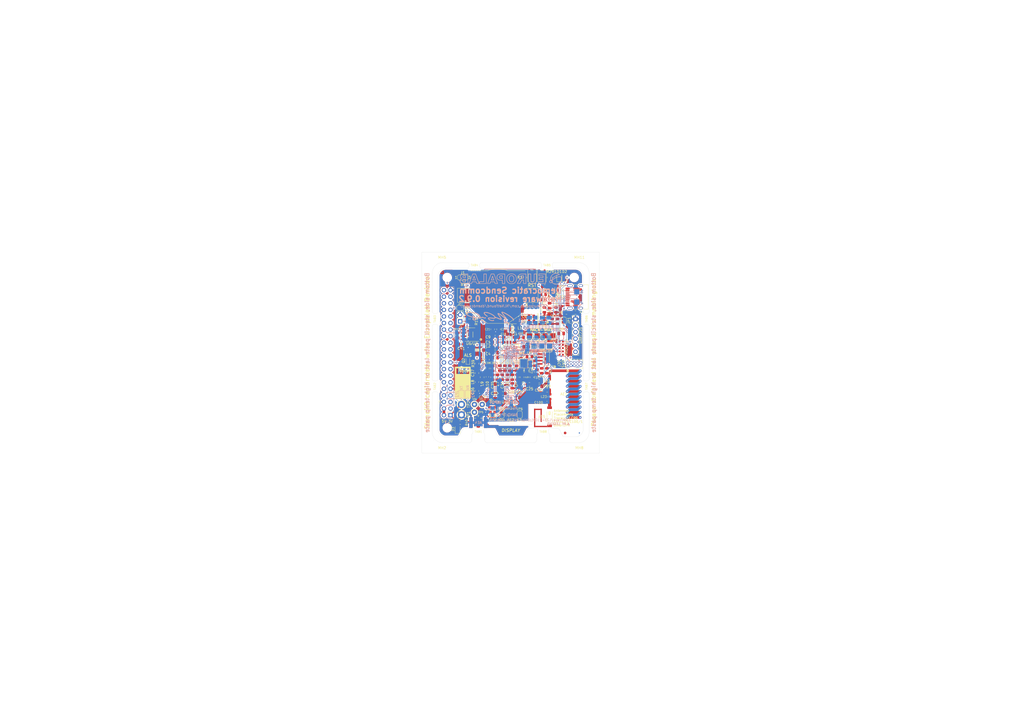
<source format=kicad_pcb>
(kicad_pcb (version 20171130) (host pcbnew 5.1.5+dfsg1-2build2)

  (general
    (thickness 1.6)
    (drawings 192)
    (tracks 1356)
    (zones 0)
    (modules 157)
    (nets 130)
  )

  (page A3)
  (title_block
    (title "Democratic Sendcomm")
    (date 2020-12-26)
    (rev 0.9.2)
    (company "Europalab Devices")
    (comment 1 "Copyright © 2020, Europalab Devices")
    (comment 2 "Fulfilling requirements of 20200210")
    (comment 3 "Pending quality assurance testing")
    (comment 4 "Release revision for manufacturing")
  )

  (layers
    (0 F.Cu signal)
    (1 In1.Cu power)
    (2 In2.Cu power)
    (31 B.Cu signal)
    (34 B.Paste user)
    (35 F.Paste user)
    (36 B.SilkS user)
    (37 F.SilkS user)
    (38 B.Mask user)
    (39 F.Mask user)
    (40 Dwgs.User user)
    (41 Cmts.User user)
    (44 Edge.Cuts user)
    (45 Margin user)
    (46 B.CrtYd user)
    (47 F.CrtYd user)
    (48 B.Fab user)
    (49 F.Fab user)
  )

  (setup
    (last_trace_width 0.127)
    (user_trace_width 0.1016)
    (user_trace_width 0.127)
    (user_trace_width 0.2)
    (user_trace_width 0.4)
    (user_trace_width 1.016)
    (trace_clearance 0.127)
    (zone_clearance 0.508)
    (zone_45_only no)
    (trace_min 0.09)
    (via_size 0.6)
    (via_drill 0.3)
    (via_min_size 0.356)
    (via_min_drill 0.2)
    (user_via 0.356 0.2)
    (user_via 0.45 0.2)
    (uvia_size 0.45)
    (uvia_drill 0.1)
    (uvias_allowed no)
    (uvia_min_size 0.45)
    (uvia_min_drill 0.1)
    (edge_width 0.05)
    (segment_width 0.1)
    (pcb_text_width 0.25)
    (pcb_text_size 1 1)
    (mod_edge_width 0.15)
    (mod_text_size 1 1)
    (mod_text_width 0.15)
    (pad_size 2 2)
    (pad_drill 0)
    (pad_to_mask_clearance 0)
    (aux_axis_origin 0 0)
    (visible_elements 7FFFFFFF)
    (pcbplotparams
      (layerselection 0x313fc_ffffffff)
      (usegerberextensions true)
      (usegerberattributes false)
      (usegerberadvancedattributes false)
      (creategerberjobfile false)
      (excludeedgelayer true)
      (linewidth 0.150000)
      (plotframeref false)
      (viasonmask false)
      (mode 1)
      (useauxorigin false)
      (hpglpennumber 1)
      (hpglpenspeed 20)
      (hpglpendiameter 15.000000)
      (psnegative false)
      (psa4output false)
      (plotreference true)
      (plotvalue true)
      (plotinvisibletext false)
      (padsonsilk false)
      (subtractmaskfromsilk false)
      (outputformat 1)
      (mirror false)
      (drillshape 0)
      (scaleselection 1)
      (outputdirectory "fabsingle"))
  )

  (net 0 "")
  (net 1 GND)
  (net 2 "Net-(AE1-Pad1)")
  (net 3 /Sheet5F53D5B4/RFSWPWR)
  (net 4 "Net-(C8-Pad1)")
  (net 5 /Sheet5F53D5B4/POWAMP)
  (net 6 "Net-(C13-Pad1)")
  (net 7 /Sheet5F53D5B4/HFOUT)
  (net 8 +3V3)
  (net 9 "Net-(C29-Pad1)")
  (net 10 /Sheet5F53D5B4/HPOUT)
  (net 11 /Sheet5F53D5B4/HFIN)
  (net 12 /Sheet5F53D5B4/BANDSEL)
  (net 13 "Net-(BT1-Pad1)")
  (net 14 /Sheet5F53D5B4/USB_BUS)
  (net 15 "Net-(C33-Pad1)")
  (net 16 "Net-(C34-Pad1)")
  (net 17 /Sheet5F53D5B4/CMDRST)
  (net 18 "Net-(D1-Pad2)")
  (net 19 "Net-(D1-Pad1)")
  (net 20 "Net-(D2-Pad1)")
  (net 21 "Net-(D2-Pad2)")
  (net 22 /Sheet5F53D5B4/USB_P)
  (net 23 /Sheet5F53D5B4/USB_N)
  (net 24 /Sheet60040980/ID_SD)
  (net 25 /Sheet60040980/ID_SC)
  (net 26 /Sheet5F53D5B4/SWDCLK)
  (net 27 "Net-(J3-Pad7)")
  (net 28 "Net-(J3-Pad8)")
  (net 29 "Net-(J4-Pad6)")
  (net 30 /Sheet5F53D5B4/CN_VBAT)
  (net 31 /Sheet5F53D5B4/XCEIV)
  (net 32 "Net-(AE5-Pad2)")
  (net 33 "Net-(C1-Pad1)")
  (net 34 "Net-(C7-Pad1)")
  (net 35 "Net-(C14-Pad1)")
  (net 36 "Net-(C17-Pad1)")
  (net 37 "Net-(C18-Pad2)")
  (net 38 "Net-(C19-Pad2)")
  (net 39 "Net-(C23-Pad2)")
  (net 40 "Net-(C23-Pad1)")
  (net 41 "Net-(C24-Pad1)")
  (net 42 "Net-(C24-Pad2)")
  (net 43 "Net-(C29-Pad2)")
  (net 44 "Net-(C33-Pad2)")
  (net 45 "Net-(C35-Pad2)")
  (net 46 "Net-(C40-Pad1)")
  (net 47 "Net-(J2-PadB5)")
  (net 48 "Net-(J2-PadA8)")
  (net 49 "Net-(J2-PadA5)")
  (net 50 "Net-(J2-PadB8)")
  (net 51 "Net-(J3-Pad2)")
  (net 52 "Net-(J3-Pad3)")
  (net 53 "Net-(J3-Pad5)")
  (net 54 "Net-(J3-Pad10)")
  (net 55 "Net-(J3-Pad11)")
  (net 56 "Net-(J3-Pad12)")
  (net 57 "Net-(J3-Pad13)")
  (net 58 "Net-(J3-Pad15)")
  (net 59 "Net-(J3-Pad16)")
  (net 60 "Net-(J3-Pad18)")
  (net 61 "Net-(J3-Pad19)")
  (net 62 "Net-(J3-Pad21)")
  (net 63 "Net-(J3-Pad22)")
  (net 64 "Net-(J3-Pad23)")
  (net 65 "Net-(J3-Pad24)")
  (net 66 "Net-(J3-Pad26)")
  (net 67 "Net-(J3-Pad29)")
  (net 68 "Net-(J3-Pad31)")
  (net 69 "Net-(J3-Pad32)")
  (net 70 "Net-(J3-Pad33)")
  (net 71 "Net-(J3-Pad35)")
  (net 72 "Net-(J3-Pad36)")
  (net 73 "Net-(J3-Pad38)")
  (net 74 "Net-(J3-Pad40)")
  (net 75 "Net-(J4-Pad7)")
  (net 76 "Net-(J4-Pad8)")
  (net 77 "Net-(J5-Pad2)")
  (net 78 "Net-(J5-Pad3)")
  (net 79 "Net-(J5-Pad6)")
  (net 80 "Net-(J6-Pad1)")
  (net 81 "Net-(L1-Pad2)")
  (net 82 "Net-(R3-Pad1)")
  (net 83 "Net-(R4-Pad1)")
  (net 84 "Net-(R4-Pad2)")
  (net 85 "Net-(U2-Pad5)")
  (net 86 "Net-(U3-PadG1)")
  (net 87 "Net-(U3-PadH1)")
  (net 88 "Net-(U3-PadE3)")
  (net 89 "Net-(U3-PadE4)")
  (net 90 "Net-(U3-PadF4)")
  (net 91 "Net-(U3-PadC7)")
  (net 92 "Net-(U3-PadD7)")
  (net 93 "Net-(U5-Pad3)")
  (net 94 "Net-(U5-Pad4)")
  (net 95 "Net-(U8-Pad7)")
  (net 96 "Net-(U8-Pad3)")
  (net 97 "Net-(U8-Pad2)")
  (net 98 "Net-(U8-Pad1)")
  (net 99 "Net-(U9-Pad1)")
  (net 100 "Net-(U9-Pad2)")
  (net 101 "Net-(U9-Pad3)")
  (net 102 "Net-(U9-Pad7)")
  (net 103 /Sheet5F53D5B4/SWDIO)
  (net 104 "Net-(AE2-Pad1)")
  (net 105 "Net-(AE4-Pad1)")
  (net 106 "Net-(AE5-Pad1)")
  (net 107 "Net-(J6-Pad2)")
  (net 108 "Net-(J6-Pad3)")
  (net 109 "Net-(J6-Pad4)")
  (net 110 "Net-(J7-Pad1)")
  (net 111 "Net-(C95-Pad1)")
  (net 112 /TP_SCL)
  (net 113 /TP_SDA)
  (net 114 "Net-(J20-Pad6)")
  (net 115 "Net-(J20-Pad7)")
  (net 116 "Net-(J20-Pad8)")
  (net 117 "Net-(Q2-Pad2)")
  (net 118 EXT_UART_TX)
  (net 119 EXT_UART_RX)
  (net 120 USB_TST)
  (net 121 "Net-(TP13-Pad1)")
  (net 122 "Net-(C94-Pad2)")
  (net 123 /Sheet5F53D5B4/CRY_XIN-RSVD)
  (net 124 /Sheet5F53D5B4/CRY_XOUT-RSVD)
  (net 125 "Net-(C97-Pad1)")
  (net 126 "Net-(C101-Pad1)")
  (net 127 "Net-(D3-Pad2)")
  (net 128 "Net-(JP4-Pad1)")
  (net 129 "Net-(U3-PadE5)")

  (net_class Default "This is the default net class."
    (clearance 0.127)
    (trace_width 0.127)
    (via_dia 0.6)
    (via_drill 0.3)
    (uvia_dia 0.45)
    (uvia_drill 0.1)
    (add_net +3V3)
    (add_net /Sheet5F53D5B4/BANDSEL)
    (add_net /Sheet5F53D5B4/CMDRST)
    (add_net /Sheet5F53D5B4/CN_VBAT)
    (add_net /Sheet5F53D5B4/CRY_XIN-RSVD)
    (add_net /Sheet5F53D5B4/CRY_XOUT-RSVD)
    (add_net /Sheet5F53D5B4/HFIN)
    (add_net /Sheet5F53D5B4/HFOUT)
    (add_net /Sheet5F53D5B4/HPOUT)
    (add_net /Sheet5F53D5B4/POWAMP)
    (add_net /Sheet5F53D5B4/RFSWPWR)
    (add_net /Sheet5F53D5B4/SWDCLK)
    (add_net /Sheet5F53D5B4/SWDIO)
    (add_net /Sheet5F53D5B4/USB_BUS)
    (add_net /Sheet5F53D5B4/USB_N)
    (add_net /Sheet5F53D5B4/USB_P)
    (add_net /Sheet5F53D5B4/XCEIV)
    (add_net /Sheet60040980/ID_SC)
    (add_net /Sheet60040980/ID_SD)
    (add_net /TP_SCL)
    (add_net /TP_SDA)
    (add_net EXT_UART_RX)
    (add_net EXT_UART_TX)
    (add_net GND)
    (add_net "Net-(AE1-Pad1)")
    (add_net "Net-(AE2-Pad1)")
    (add_net "Net-(AE4-Pad1)")
    (add_net "Net-(AE5-Pad1)")
    (add_net "Net-(AE5-Pad2)")
    (add_net "Net-(BT1-Pad1)")
    (add_net "Net-(C1-Pad1)")
    (add_net "Net-(C101-Pad1)")
    (add_net "Net-(C13-Pad1)")
    (add_net "Net-(C14-Pad1)")
    (add_net "Net-(C17-Pad1)")
    (add_net "Net-(C18-Pad2)")
    (add_net "Net-(C19-Pad2)")
    (add_net "Net-(C23-Pad1)")
    (add_net "Net-(C23-Pad2)")
    (add_net "Net-(C24-Pad1)")
    (add_net "Net-(C24-Pad2)")
    (add_net "Net-(C29-Pad1)")
    (add_net "Net-(C29-Pad2)")
    (add_net "Net-(C33-Pad1)")
    (add_net "Net-(C33-Pad2)")
    (add_net "Net-(C34-Pad1)")
    (add_net "Net-(C35-Pad2)")
    (add_net "Net-(C40-Pad1)")
    (add_net "Net-(C7-Pad1)")
    (add_net "Net-(C8-Pad1)")
    (add_net "Net-(C94-Pad2)")
    (add_net "Net-(C95-Pad1)")
    (add_net "Net-(C97-Pad1)")
    (add_net "Net-(D1-Pad1)")
    (add_net "Net-(D1-Pad2)")
    (add_net "Net-(D2-Pad1)")
    (add_net "Net-(D2-Pad2)")
    (add_net "Net-(D3-Pad2)")
    (add_net "Net-(J2-PadA5)")
    (add_net "Net-(J2-PadA8)")
    (add_net "Net-(J2-PadB5)")
    (add_net "Net-(J2-PadB8)")
    (add_net "Net-(J20-Pad6)")
    (add_net "Net-(J20-Pad7)")
    (add_net "Net-(J20-Pad8)")
    (add_net "Net-(J3-Pad10)")
    (add_net "Net-(J3-Pad11)")
    (add_net "Net-(J3-Pad12)")
    (add_net "Net-(J3-Pad13)")
    (add_net "Net-(J3-Pad15)")
    (add_net "Net-(J3-Pad16)")
    (add_net "Net-(J3-Pad18)")
    (add_net "Net-(J3-Pad19)")
    (add_net "Net-(J3-Pad2)")
    (add_net "Net-(J3-Pad21)")
    (add_net "Net-(J3-Pad22)")
    (add_net "Net-(J3-Pad23)")
    (add_net "Net-(J3-Pad24)")
    (add_net "Net-(J3-Pad26)")
    (add_net "Net-(J3-Pad29)")
    (add_net "Net-(J3-Pad3)")
    (add_net "Net-(J3-Pad31)")
    (add_net "Net-(J3-Pad32)")
    (add_net "Net-(J3-Pad33)")
    (add_net "Net-(J3-Pad35)")
    (add_net "Net-(J3-Pad36)")
    (add_net "Net-(J3-Pad38)")
    (add_net "Net-(J3-Pad40)")
    (add_net "Net-(J3-Pad5)")
    (add_net "Net-(J3-Pad7)")
    (add_net "Net-(J3-Pad8)")
    (add_net "Net-(J4-Pad6)")
    (add_net "Net-(J4-Pad7)")
    (add_net "Net-(J4-Pad8)")
    (add_net "Net-(J5-Pad2)")
    (add_net "Net-(J5-Pad3)")
    (add_net "Net-(J5-Pad6)")
    (add_net "Net-(J6-Pad1)")
    (add_net "Net-(J6-Pad2)")
    (add_net "Net-(J6-Pad3)")
    (add_net "Net-(J6-Pad4)")
    (add_net "Net-(J7-Pad1)")
    (add_net "Net-(JP4-Pad1)")
    (add_net "Net-(L1-Pad2)")
    (add_net "Net-(Q2-Pad2)")
    (add_net "Net-(R3-Pad1)")
    (add_net "Net-(R4-Pad1)")
    (add_net "Net-(R4-Pad2)")
    (add_net "Net-(TP13-Pad1)")
    (add_net "Net-(U2-Pad5)")
    (add_net "Net-(U3-PadC7)")
    (add_net "Net-(U3-PadD7)")
    (add_net "Net-(U3-PadE3)")
    (add_net "Net-(U3-PadE4)")
    (add_net "Net-(U3-PadE5)")
    (add_net "Net-(U3-PadF4)")
    (add_net "Net-(U3-PadG1)")
    (add_net "Net-(U3-PadH1)")
    (add_net "Net-(U5-Pad3)")
    (add_net "Net-(U5-Pad4)")
    (add_net "Net-(U8-Pad1)")
    (add_net "Net-(U8-Pad2)")
    (add_net "Net-(U8-Pad3)")
    (add_net "Net-(U8-Pad7)")
    (add_net "Net-(U9-Pad1)")
    (add_net "Net-(U9-Pad2)")
    (add_net "Net-(U9-Pad3)")
    (add_net "Net-(U9-Pad7)")
    (add_net USB_TST)
  )

  (net_class Power ""
    (clearance 0.2)
    (trace_width 0.5)
    (via_dia 1)
    (via_drill 0.7)
    (uvia_dia 0.5)
    (uvia_drill 0.1)
  )

  (module Capacitor_SMD:C_0805_2012Metric (layer F.Cu) (tedit 5B36C52B) (tstamp 5F6870D5)
    (at 202 170.0625 270)
    (descr "Capacitor SMD 0805 (2012 Metric), square (rectangular) end terminal, IPC_7351 nominal, (Body size source: https://docs.google.com/spreadsheets/d/1BsfQQcO9C6DZCsRaXUlFlo91Tg2WpOkGARC1WS5S8t0/edit?usp=sharing), generated with kicad-footprint-generator")
    (tags capacitor)
    (path /5F5C0728/5F5D6DA0)
    (attr smd)
    (fp_text reference C30 (at 2.9375 0 90) (layer F.SilkS)
      (effects (font (size 0.875 0.875) (thickness 0.125)))
    )
    (fp_text value 2,7pF (at 0 1.65 90) (layer F.Fab)
      (effects (font (size 1 1) (thickness 0.15)))
    )
    (fp_text user %R (at 0 0 90) (layer F.Fab)
      (effects (font (size 0.5 0.5) (thickness 0.08)))
    )
    (fp_line (start 1.68 0.95) (end -1.68 0.95) (layer F.CrtYd) (width 0.05))
    (fp_line (start 1.68 -0.95) (end 1.68 0.95) (layer F.CrtYd) (width 0.05))
    (fp_line (start -1.68 -0.95) (end 1.68 -0.95) (layer F.CrtYd) (width 0.05))
    (fp_line (start -1.68 0.95) (end -1.68 -0.95) (layer F.CrtYd) (width 0.05))
    (fp_line (start -0.258578 0.71) (end 0.258578 0.71) (layer F.SilkS) (width 0.12))
    (fp_line (start -0.258578 -0.71) (end 0.258578 -0.71) (layer F.SilkS) (width 0.12))
    (fp_line (start 1 0.6) (end -1 0.6) (layer F.Fab) (width 0.1))
    (fp_line (start 1 -0.6) (end 1 0.6) (layer F.Fab) (width 0.1))
    (fp_line (start -1 -0.6) (end 1 -0.6) (layer F.Fab) (width 0.1))
    (fp_line (start -1 0.6) (end -1 -0.6) (layer F.Fab) (width 0.1))
    (pad 2 smd roundrect (at 0.9375 0 270) (size 0.975 1.4) (layers F.Cu F.Paste F.Mask) (roundrect_rratio 0.25)
      (net 1 GND))
    (pad 1 smd roundrect (at -0.9375 0 270) (size 0.975 1.4) (layers F.Cu F.Paste F.Mask) (roundrect_rratio 0.25)
      (net 9 "Net-(C29-Pad1)"))
    (model ${KISYS3DMOD}/Capacitor_SMD.3dshapes/C_0805_2012Metric.wrl
      (at (xyz 0 0 0))
      (scale (xyz 1 1 1))
      (rotate (xyz 0 0 0))
    )
  )

  (module Connector_Coaxial:SMA_Samtec_SMA-J-P-X-ST-EM1_EdgeMount (layer F.Cu) (tedit 5FE90BFC) (tstamp 5F686FA8)
    (at 197.5 175)
    (descr "Connector SMA, 0Hz to 20GHz, 50Ohm, Edge Mount (http://suddendocs.samtec.com/prints/sma-j-p-x-st-em1-mkt.pdf)")
    (tags "SMA Straight Samtec Edge Mount")
    (path /5F5C0728/6000659E)
    (attr smd)
    (fp_text reference AE4 (at 0 0 unlocked) (layer B.SilkS)
      (effects (font (size 1 1) (thickness 0.15)) (justify mirror))
    )
    (fp_text value Antenna_Shield (at 0 13) (layer F.Fab)
      (effects (font (size 1 1) (thickness 0.15)))
    )
    (fp_text user "Board Thickness: 1.57mm" (at 0 -5.45) (layer Cmts.User)
      (effects (font (size 1 1) (thickness 0.15)))
    )
    (fp_line (start 0.84 -1.71) (end 1.95 -1.71) (layer F.SilkS) (width 0.12))
    (fp_line (start -1.95 -1.71) (end -0.84 -1.71) (layer F.SilkS) (width 0.12))
    (fp_line (start 0.84 2) (end 1.95 2) (layer F.SilkS) (width 0.12))
    (fp_line (start -1.95 2) (end -0.84 2) (layer F.SilkS) (width 0.12))
    (fp_line (start 3.68 2.6) (end 3.68 12.12) (layer B.CrtYd) (width 0.05))
    (fp_line (start 4 2.6) (end 3.68 2.6) (layer B.CrtYd) (width 0.05))
    (fp_line (start -3.68 12.12) (end -3.68 2.6) (layer B.CrtYd) (width 0.05))
    (fp_line (start -3.68 2.6) (end -4 2.6) (layer B.CrtYd) (width 0.05))
    (fp_line (start 3.68 2.6) (end 3.68 12.12) (layer F.CrtYd) (width 0.05))
    (fp_line (start 3.68 2.6) (end 4 2.6) (layer F.CrtYd) (width 0.05))
    (fp_line (start -3.68 12.12) (end -3.68 2.6) (layer F.CrtYd) (width 0.05))
    (fp_line (start -3.68 2.6) (end -4 2.6) (layer F.CrtYd) (width 0.05))
    (fp_text user "PCB Edge" (at 0 2.6) (layer Dwgs.User)
      (effects (font (size 0.5 0.5) (thickness 0.1)))
    )
    (fp_line (start 4.1 2.1) (end -4.1 2.1) (layer Dwgs.User) (width 0.1))
    (fp_line (start -3.175 -1.71) (end -3.175 11.62) (layer F.Fab) (width 0.1))
    (fp_line (start -2.365 -1.71) (end -3.175 -1.71) (layer F.Fab) (width 0.1))
    (fp_line (start -2.365 2.1) (end -2.365 -1.71) (layer F.Fab) (width 0.1))
    (fp_line (start 2.365 2.1) (end -2.365 2.1) (layer F.Fab) (width 0.1))
    (fp_line (start 2.365 -1.71) (end 2.365 2.1) (layer F.Fab) (width 0.1))
    (fp_line (start 3.175 -1.71) (end 2.365 -1.71) (layer F.Fab) (width 0.1))
    (fp_line (start 3.175 -1.71) (end 3.175 11.62) (layer F.Fab) (width 0.1))
    (fp_line (start 3.165 11.62) (end -3.165 11.62) (layer F.Fab) (width 0.1))
    (fp_line (start -4 -2.6) (end 4 -2.6) (layer B.CrtYd) (width 0.05))
    (fp_line (start -4 2.6) (end -4 -2.6) (layer B.CrtYd) (width 0.05))
    (fp_line (start 3.68 12.12) (end -3.68 12.12) (layer B.CrtYd) (width 0.05))
    (fp_line (start 4 2.6) (end 4 -2.6) (layer B.CrtYd) (width 0.05))
    (fp_line (start -4 -2.6) (end 4 -2.6) (layer F.CrtYd) (width 0.05))
    (fp_line (start -4 2.6) (end -4 -2.6) (layer F.CrtYd) (width 0.05))
    (fp_line (start 3.68 12.12) (end -3.68 12.12) (layer F.CrtYd) (width 0.05))
    (fp_line (start 4 2.6) (end 4 -2.6) (layer F.CrtYd) (width 0.05))
    (fp_text user %R (at 0 4.29 180) (layer F.Fab)
      (effects (font (size 1 1) (thickness 0.15)))
    )
    (fp_line (start 0.64 2.1) (end 0 3.1) (layer F.Fab) (width 0.1))
    (fp_line (start 0 3.1) (end -0.64 2.1) (layer F.Fab) (width 0.1))
    (fp_line (start 0 -2.26) (end 0.25 -2.76) (layer F.SilkS) (width 0.12))
    (fp_line (start 0.25 -2.76) (end -0.25 -2.76) (layer F.SilkS) (width 0.12))
    (fp_line (start -0.25 -2.76) (end 0 -2.26) (layer F.SilkS) (width 0.12))
    (pad 1 smd rect (at 0 0.2) (size 1.27 3.6) (layers F.Cu F.Mask)
      (net 105 "Net-(AE4-Pad1)"))
    (pad 2 smd rect (at 2.825 0) (size 1.35 4.2) (layers F.Cu F.Mask)
      (net 1 GND))
    (pad 2 smd rect (at -2.825 0) (size 1.35 4.2) (layers F.Cu F.Mask)
      (net 1 GND))
    (pad 2 smd rect (at 2.825 0) (size 1.35 4.2) (layers B.Cu B.Mask)
      (net 1 GND))
    (pad 2 smd rect (at -2.825 0) (size 1.35 4.2) (layers B.Cu B.Mask)
      (net 1 GND))
    (model ${KISYS3DMOD}/Connector_Coaxial.3dshapes/SMA_Samtec_SMA-J-P-X-ST-EM1_EdgeMount.wrl
      (at (xyz 0 0 0))
      (scale (xyz 1 1 1))
      (rotate (xyz 0 0 0))
    )
    (model ${KIPRJMOD}/modules/packages3d/RF_Antenna.3dshapes/SMA-J-P-H-ST-EM1.wrl
      (offset (xyz 0 -4 0.5))
      (scale (xyz 0.4 0.4 0.4))
      (rotate (xyz 180 -90 0))
    )
  )

  (module Connector_PinHeader_2.54mm:PinHeader_1x06_P2.54mm_Vertical (layer F.Cu) (tedit 59FED5CC) (tstamp 5FF83409)
    (at 235 135)
    (descr "Through hole straight pin header, 1x06, 2.54mm pitch, single row")
    (tags "Through hole pin header THT 1x06 2.54mm single row")
    (path /60040981/6006812D)
    (fp_text reference J5 (at 2 5 90) (layer F.SilkS)
      (effects (font (size 1 1) (thickness 0.15)) (justify left))
    )
    (fp_text value Conn_01x06_Male (at 4.385 14.97) (layer F.Fab)
      (effects (font (size 1 1) (thickness 0.15)))
    )
    (fp_text user %R (at 2.77 6.35 90) (layer F.Fab)
      (effects (font (size 1 1) (thickness 0.15)))
    )
    (fp_line (start 1.8 -1.8) (end -1.8 -1.8) (layer F.CrtYd) (width 0.05))
    (fp_line (start 1.8 14.5) (end 1.8 -1.8) (layer F.CrtYd) (width 0.05))
    (fp_line (start -1.8 14.5) (end 1.8 14.5) (layer F.CrtYd) (width 0.05))
    (fp_line (start -1.8 -1.8) (end -1.8 14.5) (layer F.CrtYd) (width 0.05))
    (fp_line (start -1.33 -1.33) (end 0 -1.33) (layer F.SilkS) (width 0.12))
    (fp_line (start -1.33 0) (end -1.33 -1.33) (layer F.SilkS) (width 0.12))
    (fp_line (start -1.33 1.27) (end 1.33 1.27) (layer F.SilkS) (width 0.12))
    (fp_line (start 1.33 1.27) (end 1.33 14.03) (layer F.SilkS) (width 0.12))
    (fp_line (start -1.33 1.27) (end -1.33 14.03) (layer F.SilkS) (width 0.12))
    (fp_line (start -1.33 14.03) (end 1.33 14.03) (layer F.SilkS) (width 0.12))
    (fp_line (start -1.27 -0.635) (end -0.635 -1.27) (layer F.Fab) (width 0.1))
    (fp_line (start -1.27 13.97) (end -1.27 -0.635) (layer F.Fab) (width 0.1))
    (fp_line (start 1.27 13.97) (end -1.27 13.97) (layer F.Fab) (width 0.1))
    (fp_line (start 1.27 -1.27) (end 1.27 13.97) (layer F.Fab) (width 0.1))
    (fp_line (start -0.635 -1.27) (end 1.27 -1.27) (layer F.Fab) (width 0.1))
    (pad 6 thru_hole oval (at 0 12.7) (size 1.7 1.7) (drill 1) (layers *.Cu *.Mask)
      (net 79 "Net-(J5-Pad6)"))
    (pad 5 thru_hole oval (at 0 10.16) (size 1.7 1.7) (drill 1) (layers *.Cu *.Mask)
      (net 118 EXT_UART_TX))
    (pad 4 thru_hole oval (at 0 7.62) (size 1.7 1.7) (drill 1) (layers *.Cu *.Mask)
      (net 119 EXT_UART_RX))
    (pad 3 thru_hole oval (at 0 5.08) (size 1.7 1.7) (drill 1) (layers *.Cu *.Mask)
      (net 78 "Net-(J5-Pad3)"))
    (pad 2 thru_hole oval (at 0 2.54) (size 1.7 1.7) (drill 1) (layers *.Cu *.Mask)
      (net 77 "Net-(J5-Pad2)"))
    (pad 1 thru_hole rect (at 0 0) (size 1.7 1.7) (drill 1) (layers *.Cu *.Mask)
      (net 1 GND))
    (model ${KISYS3DMOD}/Connector_PinHeader_2.54mm.3dshapes/PinHeader_1x06_P2.54mm_Vertical.wrl
      (at (xyz 0 0 0))
      (scale (xyz 1 1 1))
      (rotate (xyz 0 0 0))
    )
  )

  (module RF_Antenna:Texas_SWRA416_868MHz_915MHz (layer F.Cu) (tedit 5CF40AFD) (tstamp 5F686F31)
    (at 231 164 270)
    (descr http://www.ti.com/lit/an/swra416/swra416.pdf)
    (tags "PCB antenna")
    (path /5F5C0728/60008187)
    (attr smd)
    (fp_text reference AE1 (at 0 0.5 180) (layer F.SilkS)
      (effects (font (size 1 1) (thickness 0.15)))
    )
    (fp_text value Antenna (at 0.1 -7.6 90) (layer F.Fab)
      (effects (font (size 1 1) (thickness 0.15)))
    )
    (fp_line (start 9.7 2.1) (end 6.2 5.7) (layer Dwgs.User) (width 0.12))
    (fp_line (start 9.7 0.1) (end 4.3 5.7) (layer Dwgs.User) (width 0.12))
    (fp_line (start 9.7 -1.9) (end 2.3 5.7) (layer Dwgs.User) (width 0.12))
    (fp_line (start 9.7 -3.9) (end 0.2 5.7) (layer Dwgs.User) (width 0.12))
    (fp_line (start 9.7 -5.9) (end -1.8 5.7) (layer Dwgs.User) (width 0.12))
    (fp_line (start 8.3 -6.5) (end -3.8 5.7) (layer Dwgs.User) (width 0.12))
    (fp_line (start 6.3 -6.5) (end -5.8 5.7) (layer Dwgs.User) (width 0.12))
    (fp_line (start 4.3 -6.5) (end -7.8 5.7) (layer Dwgs.User) (width 0.12))
    (fp_line (start -9.7 5.5) (end 2.3 -6.5) (layer Dwgs.User) (width 0.12))
    (fp_line (start -9.7 3.5) (end 0.3 -6.5) (layer Dwgs.User) (width 0.12))
    (fp_line (start -9.7 1.5) (end -1.7 -6.5) (layer Dwgs.User) (width 0.12))
    (fp_line (start -9.7 -0.5) (end -3.7 -6.5) (layer Dwgs.User) (width 0.12))
    (fp_line (start -9.7 -2.5) (end -5.7 -6.5) (layer Dwgs.User) (width 0.12))
    (fp_line (start -9.7 -4.5) (end -7.7 -6.5) (layer Dwgs.User) (width 0.12))
    (fp_line (start 9.7 -6.5) (end -9.7 -6.5) (layer Dwgs.User) (width 0.15))
    (fp_line (start 9.7 5.7) (end 9.7 -6.5) (layer Dwgs.User) (width 0.15))
    (fp_line (start -9.7 5.7) (end 9.7 5.7) (layer Dwgs.User) (width 0.15))
    (fp_line (start -9.7 -6.5) (end -9.7 5.7) (layer Dwgs.User) (width 0.15))
    (fp_line (start 7 -5.8) (end 8 -4.8) (layer B.Cu) (width 1))
    (fp_line (start 8 -1.8) (end 9 -0.8) (layer B.Cu) (width 1))
    (fp_line (start 8 -4.8) (end 8 -1.8) (layer B.Cu) (width 1))
    (fp_line (start 9 -5.8) (end 9 -0.8) (layer F.Cu) (width 1))
    (fp_line (start 5 -5.8) (end 6 -4.8) (layer B.Cu) (width 1))
    (fp_line (start 6 -1.8) (end 7 -0.8) (layer B.Cu) (width 1))
    (fp_line (start 6 -4.8) (end 6 -1.8) (layer B.Cu) (width 1))
    (fp_line (start 7 -5.8) (end 7 -0.8) (layer F.Cu) (width 1))
    (fp_line (start 3 -5.8) (end 4 -4.8) (layer B.Cu) (width 1))
    (fp_line (start 4 -1.8) (end 5 -0.8) (layer B.Cu) (width 1))
    (fp_line (start 4 -4.8) (end 4 -1.8) (layer B.Cu) (width 1))
    (fp_line (start 5 -5.8) (end 5 -0.8) (layer F.Cu) (width 1))
    (fp_line (start 1 -5.8) (end 2 -4.8) (layer B.Cu) (width 1))
    (fp_line (start 2 -1.8) (end 3 -0.8) (layer B.Cu) (width 1))
    (fp_line (start 2 -4.8) (end 2 -1.8) (layer B.Cu) (width 1))
    (fp_line (start 3 -5.8) (end 3 -0.8) (layer F.Cu) (width 1))
    (fp_line (start -1 -5.8) (end 0 -4.8) (layer B.Cu) (width 1))
    (fp_line (start 0 -1.8) (end 1 -0.8) (layer B.Cu) (width 1))
    (fp_line (start 0 -4.8) (end 0 -1.8) (layer B.Cu) (width 1))
    (fp_line (start 1 -5.8) (end 1 -0.8) (layer F.Cu) (width 1))
    (fp_line (start -3 -5.8) (end -2 -4.8) (layer B.Cu) (width 1))
    (fp_line (start -2 -1.8) (end -1 -0.8) (layer B.Cu) (width 1))
    (fp_line (start -2 -4.8) (end -2 -1.8) (layer B.Cu) (width 1))
    (fp_line (start -1 -5.8) (end -1 -0.8) (layer F.Cu) (width 1))
    (fp_line (start -4 -4.8) (end -4 -1.8) (layer B.Cu) (width 1))
    (fp_line (start -5 -5.8) (end -4 -4.8) (layer B.Cu) (width 1))
    (fp_line (start -4 -1.8) (end -3 -0.8) (layer B.Cu) (width 1))
    (fp_line (start -3 -5.8) (end -3 -0.8) (layer F.Cu) (width 1))
    (fp_line (start -6 -4.8) (end -6 -1.8) (layer B.Cu) (width 1))
    (fp_line (start -7 -5.8) (end -6 -4.8) (layer B.Cu) (width 1))
    (fp_line (start -6 -1.8) (end -5 -0.8) (layer B.Cu) (width 1))
    (fp_line (start -5 -5.8) (end -5 -0.8) (layer F.Cu) (width 1))
    (fp_line (start -7 -5.8) (end -7 -0.8) (layer F.Cu) (width 1))
    (fp_line (start -9 5.2) (end -9 -5.8) (layer F.Cu) (width 1))
    (fp_line (start -9 -5.8) (end -8 -4.8) (layer B.Cu) (width 1))
    (fp_line (start -8 -4.8) (end -8 -1.8) (layer B.Cu) (width 1))
    (fp_line (start -8 -1.8) (end -7 -0.8) (layer B.Cu) (width 1))
    (fp_line (start 9.7 4.1) (end 8.2 5.7) (layer Dwgs.User) (width 0.12))
    (fp_line (start -9.9 -6.7) (end -9.9 5.9) (layer F.CrtYd) (width 0.05))
    (fp_line (start -9.9 5.9) (end 9.9 5.9) (layer F.CrtYd) (width 0.05))
    (fp_line (start 9.9 5.9) (end 9.9 -6.7) (layer F.CrtYd) (width 0.05))
    (fp_line (start 9.9 -6.7) (end -9.9 -6.7) (layer F.CrtYd) (width 0.05))
    (fp_line (start 9.9 -6.7) (end -9.9 -6.7) (layer B.CrtYd) (width 0.05))
    (fp_line (start 9.9 5.9) (end 9.9 -6.7) (layer B.CrtYd) (width 0.05))
    (fp_line (start -9.9 -6.7) (end -9.9 5.9) (layer B.CrtYd) (width 0.05))
    (fp_line (start -9.9 5.9) (end 9.9 5.9) (layer B.CrtYd) (width 0.05))
    (fp_text user "KEEP-OUT ZONE" (at 1 -2.8 90) (layer Cmts.User)
      (effects (font (size 1 1) (thickness 0.15)))
    )
    (fp_text user "No metal, traces or " (at 1 0.2 90) (layer Cmts.User)
      (effects (font (size 1 1) (thickness 0.15)))
    )
    (fp_text user "any components on" (at 1 2.2 90) (layer Cmts.User)
      (effects (font (size 1 1) (thickness 0.15)))
    )
    (fp_text user " any PCB layer." (at 1 4.2 90) (layer Cmts.User)
      (effects (font (size 1 1) (thickness 0.15)))
    )
    (fp_text user %R (at -0.4 6.6 90) (layer F.Fab)
      (effects (font (size 1 1) (thickness 0.15)))
    )
    (pad "" thru_hole circle (at 9 -0.8 90) (size 1 1) (drill 0.4) (layers *.Cu))
    (pad "" thru_hole circle (at 9 -5.8 90) (size 1 1) (drill 0.4) (layers *.Cu))
    (pad "" thru_hole circle (at 7 -5.8 90) (size 1 1) (drill 0.4) (layers *.Cu))
    (pad "" thru_hole circle (at 7 -0.8 90) (size 1 1) (drill 0.4) (layers *.Cu))
    (pad "" thru_hole circle (at 5 -0.8 90) (size 1 1) (drill 0.4) (layers *.Cu))
    (pad "" thru_hole circle (at 5 -5.8 90) (size 1 1) (drill 0.4) (layers *.Cu))
    (pad "" thru_hole circle (at 3 -0.8 90) (size 1 1) (drill 0.4) (layers *.Cu))
    (pad "" thru_hole circle (at 3 -5.8 90) (size 1 1) (drill 0.4) (layers *.Cu))
    (pad "" thru_hole circle (at 1 -5.8 90) (size 1 1) (drill 0.4) (layers *.Cu))
    (pad "" thru_hole circle (at 1 -0.8 90) (size 1 1) (drill 0.4) (layers *.Cu))
    (pad "" thru_hole circle (at -1 -0.8 90) (size 1 1) (drill 0.4) (layers *.Cu))
    (pad "" thru_hole circle (at -1 -5.8 90) (size 1 1) (drill 0.4) (layers *.Cu))
    (pad "" thru_hole circle (at -3 -5.8 90) (size 1 1) (drill 0.4) (layers *.Cu))
    (pad "" thru_hole circle (at -3 -0.8 90) (size 1 1) (drill 0.4) (layers *.Cu))
    (pad "" thru_hole circle (at -5 -0.8 90) (size 1 1) (drill 0.4) (layers *.Cu))
    (pad "" thru_hole circle (at -5 -5.8 90) (size 1 1) (drill 0.4) (layers *.Cu))
    (pad "" thru_hole circle (at -7 -5.8 90) (size 1 1) (drill 0.4) (layers *.Cu))
    (pad "" thru_hole circle (at -7 -0.8 90) (size 1 1) (drill 0.4) (layers *.Cu))
    (pad "" thru_hole circle (at -9 -5.8 90) (size 1 1) (drill 0.4) (layers *.Cu))
    (pad 1 smd trapezoid (at -9 5.9 90) (size 0.4 0.8) (rect_delta 0 0.3 ) (layers F.Cu)
      (net 2 "Net-(AE1-Pad1)"))
  )

  (module Elabdev:Panel_Mousetab_25mm_Single (layer F.Cu) (tedit 5CD9E502) (tstamp 60039779)
    (at 222.5 178.5 90)
    (path /5CD9EB0D)
    (fp_text reference TAB8 (at 0 0) (layer F.SilkS)
      (effects (font (size 0.8 0.8) (thickness 0.13)))
    )
    (fp_text value Pantab (at -3.25 0 180) (layer F.Fab)
      (effects (font (size 1 1) (thickness 0.15)))
    )
    (fp_line (start 1.25 -2.2) (end 1.25 2.2) (layer F.Fab) (width 0.15))
    (fp_line (start -1.25 -2.2) (end -1.25 2.2) (layer F.Fab) (width 0.15))
    (fp_line (start 2.1 -2.6) (end 2.1 2.6) (layer F.CrtYd) (width 0.15))
    (fp_line (start 2.1 2.6) (end -2.1 2.6) (layer F.CrtYd) (width 0.15))
    (fp_line (start -2.1 2.6) (end -2.1 -2.6) (layer F.CrtYd) (width 0.15))
    (fp_line (start -2.1 -2.6) (end 2.1 -2.6) (layer F.CrtYd) (width 0.15))
    (pad "" np_thru_hole circle (at 1.35 2 90) (size 0.5 0.5) (drill 0.5) (layers *.Cu))
    (pad "" np_thru_hole circle (at 1.35 1.2 90) (size 0.5 0.5) (drill 0.5) (layers *.Cu))
    (pad "" np_thru_hole circle (at 1.35 0.4 90) (size 0.5 0.5) (drill 0.5) (layers *.Cu))
    (pad "" np_thru_hole circle (at 1.35 -0.4 90) (size 0.5 0.5) (drill 0.5) (layers *.Cu))
    (pad "" np_thru_hole circle (at 1.35 -1.2 90) (size 0.5 0.5) (drill 0.5) (layers *.Cu))
    (pad "" np_thru_hole circle (at 1.35 -2 90) (size 0.5 0.5) (drill 0.5) (layers *.Cu))
  )

  (module Capacitor_SMD:C_0805_2012Metric (layer F.Cu) (tedit 5B36C52B) (tstamp 5FEB8111)
    (at 211.5 143.0625 270)
    (descr "Capacitor SMD 0805 (2012 Metric), square (rectangular) end terminal, IPC_7351 nominal, (Body size source: https://docs.google.com/spreadsheets/d/1BsfQQcO9C6DZCsRaXUlFlo91Tg2WpOkGARC1WS5S8t0/edit?usp=sharing), generated with kicad-footprint-generator")
    (tags capacitor)
    (path /5F53D5B5/5F609CF5)
    (attr smd)
    (fp_text reference C19 (at -2.0625 0 180) (layer F.SilkS)
      (effects (font (size 0.7 0.7) (thickness 0.1)))
    )
    (fp_text value 18pF (at 0 1.65 90) (layer F.Fab)
      (effects (font (size 1 1) (thickness 0.15)))
    )
    (fp_line (start -1 0.6) (end -1 -0.6) (layer F.Fab) (width 0.1))
    (fp_line (start -1 -0.6) (end 1 -0.6) (layer F.Fab) (width 0.1))
    (fp_line (start 1 -0.6) (end 1 0.6) (layer F.Fab) (width 0.1))
    (fp_line (start 1 0.6) (end -1 0.6) (layer F.Fab) (width 0.1))
    (fp_line (start -0.258578 -0.71) (end 0.258578 -0.71) (layer F.SilkS) (width 0.12))
    (fp_line (start -0.258578 0.71) (end 0.258578 0.71) (layer F.SilkS) (width 0.12))
    (fp_line (start -1.68 0.95) (end -1.68 -0.95) (layer F.CrtYd) (width 0.05))
    (fp_line (start -1.68 -0.95) (end 1.68 -0.95) (layer F.CrtYd) (width 0.05))
    (fp_line (start 1.68 -0.95) (end 1.68 0.95) (layer F.CrtYd) (width 0.05))
    (fp_line (start 1.68 0.95) (end -1.68 0.95) (layer F.CrtYd) (width 0.05))
    (fp_text user %R (at 0 0 90) (layer F.Fab)
      (effects (font (size 0.5 0.5) (thickness 0.08)))
    )
    (pad 1 smd roundrect (at -0.9375 0 270) (size 0.975 1.4) (layers F.Cu F.Paste F.Mask) (roundrect_rratio 0.25)
      (net 1 GND))
    (pad 2 smd roundrect (at 0.9375 0 270) (size 0.975 1.4) (layers F.Cu F.Paste F.Mask) (roundrect_rratio 0.25)
      (net 38 "Net-(C19-Pad2)"))
    (model ${KISYS3DMOD}/Capacitor_SMD.3dshapes/C_0805_2012Metric.wrl
      (at (xyz 0 0 0))
      (scale (xyz 1 1 1))
      (rotate (xyz 0 0 0))
    )
  )

  (module Elabdev:Meinkuerz_sign_480dpi (layer B.Cu) (tedit 0) (tstamp 5FBE809B)
    (at 202 134 180)
    (fp_text reference G1 (at 0 0) (layer B.SilkS) hide
      (effects (font (size 1.524 1.524) (thickness 0.3)) (justify mirror))
    )
    (fp_text value Meinkuerzel_signature (at 0.75 0) (layer B.SilkS) hide
      (effects (font (size 1.524 1.524) (thickness 0.3)) (justify mirror))
    )
    (fp_poly (pts (xy 7.849084 1.675651) (xy 8.303148 1.632827) (xy 8.685942 1.550363) (xy 8.876057 1.481326)
      (xy 9.07938 1.34976) (xy 9.204465 1.178624) (xy 9.241225 0.986809) (xy 9.210768 0.854557)
      (xy 9.078684 0.643748) (xy 8.864557 0.429964) (xy 8.589687 0.233059) (xy 8.471807 0.165759)
      (xy 8.232808 0.053863) (xy 7.923436 -0.068816) (xy 7.576824 -0.190996) (xy 7.226108 -0.301392)
      (xy 6.904421 -0.388723) (xy 6.731621 -0.426811) (xy 6.398868 -0.490816) (xy 6.556265 -0.586535)
      (xy 6.736632 -0.743549) (xy 6.819572 -0.938245) (xy 6.82625 -1.022915) (xy 6.780462 -1.15416)
      (xy 6.660466 -1.295963) (xy 6.49231 -1.424979) (xy 6.30204 -1.517866) (xy 6.258842 -1.531402)
      (xy 6.0446 -1.569955) (xy 5.805186 -1.581627) (xy 5.582286 -1.566858) (xy 5.417587 -1.526091)
      (xy 5.409578 -1.522402) (xy 5.285381 -1.409276) (xy 5.232727 -1.237525) (xy 5.243042 -1.133742)
      (xy 5.545646 -1.133742) (xy 5.569322 -1.243922) (xy 5.599007 -1.270742) (xy 5.725804 -1.30367)
      (xy 5.911501 -1.301091) (xy 6.117136 -1.267785) (xy 6.303743 -1.20853) (xy 6.368163 -1.176419)
      (xy 6.483421 -1.090411) (xy 6.547775 -1.006994) (xy 6.550669 -0.996984) (xy 6.519163 -0.903747)
      (xy 6.404517 -0.814537) (xy 6.229026 -0.742568) (xy 6.060328 -0.706358) (xy 5.903418 -0.693399)
      (xy 5.806355 -0.717484) (xy 5.726223 -0.79035) (xy 5.718194 -0.79992) (xy 5.596762 -0.979847)
      (xy 5.545646 -1.133742) (xy 5.243042 -1.133742) (xy 5.253531 -1.028227) (xy 5.344918 -0.810631)
      (xy 5.442538 -0.642303) (xy 5.295353 -0.646487) (xy 5.12125 -0.625399) (xy 5.035885 -0.550663)
      (xy 5.027083 -0.501447) (xy 5.075804 -0.410776) (xy 5.222941 -0.351671) (xy 5.469958 -0.32355)
      (xy 5.476875 -0.323261) (xy 5.599677 -0.314345) (xy 5.697993 -0.289875) (xy 5.794712 -0.235966)
      (xy 5.912725 -0.138734) (xy 6.074923 0.015705) (xy 6.138333 0.077935) (xy 6.357426 0.284825)
      (xy 6.520758 0.415811) (xy 6.63982 0.476704) (xy 6.726105 0.473318) (xy 6.791106 0.411464)
      (xy 6.792772 0.408883) (xy 6.813029 0.349999) (xy 6.787897 0.281807) (xy 6.704882 0.184844)
      (xy 6.561666 0.048946) (xy 6.270625 -0.217166) (xy 6.532899 -0.183078) (xy 6.900304 -0.115245)
      (xy 7.289474 -0.008645) (xy 7.678243 0.127507) (xy 8.044445 0.283994) (xy 8.365914 0.451601)
      (xy 8.620483 0.621112) (xy 8.749193 0.738377) (xy 8.856936 0.865956) (xy 8.92727 0.965202)
      (xy 8.942916 1.001728) (xy 8.895983 1.084773) (xy 8.773369 1.176095) (xy 8.602358 1.259484)
      (xy 8.410231 1.318727) (xy 8.408998 1.318992) (xy 8.149682 1.354937) (xy 7.8128 1.371973)
      (xy 7.424917 1.370093) (xy 7.012599 1.349291) (xy 6.686734 1.319437) (xy 6.066773 1.222977)
      (xy 5.517194 1.081213) (xy 5.043989 0.897075) (xy 4.653152 0.673494) (xy 4.350673 0.413401)
      (xy 4.142546 0.119727) (xy 4.114637 0.061443) (xy 4.047094 -0.15251) (xy 4.06025 -0.336634)
      (xy 4.160207 -0.518581) (xy 4.270456 -0.644496) (xy 4.390411 -0.79173) (xy 4.431252 -0.900383)
      (xy 4.427296 -0.922309) (xy 4.357272 -0.99719) (xy 4.242023 -0.977517) (xy 4.082983 -0.863726)
      (xy 4.010682 -0.795217) (xy 3.879838 -0.680755) (xy 3.765594 -0.608691) (xy 3.712637 -0.594925)
      (xy 3.6215 -0.594723) (xy 3.455888 -0.585507) (xy 3.246599 -0.569127) (xy 3.175 -0.562633)
      (xy 2.951086 -0.544014) (xy 2.793821 -0.54282) (xy 2.664643 -0.565021) (xy 2.524987 -0.61659)
      (xy 2.371034 -0.687127) (xy 2.100169 -0.795663) (xy 1.89262 -0.837972) (xy 1.841867 -0.837015)
      (xy 1.72083 -0.812158) (xy 1.663036 -0.745697) (xy 1.637803 -0.635) (xy 1.623821 -0.491701)
      (xy 1.628566 -0.389706) (xy 1.630235 -0.383646) (xy 1.692219 -0.322789) (xy 1.789679 -0.330876)
      (xy 1.885465 -0.399867) (xy 1.916539 -0.445597) (xy 1.984375 -0.573694) (xy 2.371569 -0.384068)
      (xy 2.758764 -0.194442) (xy 3.165319 -0.256321) (xy 3.413597 -0.293214) (xy 3.576071 -0.310583)
      (xy 3.67165 -0.304292) (xy 3.719238 -0.270208) (xy 3.737742 -0.204195) (xy 3.744012 -0.129767)
      (xy 3.817818 0.177969) (xy 3.989413 0.470621) (xy 4.251219 0.74303) (xy 4.595656 0.99004)
      (xy 5.015149 1.206492) (xy 5.502117 1.387229) (xy 6.048984 1.527094) (xy 6.228561 1.561184)
      (xy 6.794861 1.64034) (xy 7.340678 1.678326) (xy 7.849084 1.675651)) (layer B.SilkS) (width 0.01))
    (fp_poly (pts (xy -4.580024 1.756567) (xy -4.544854 1.74305) (xy -4.466016 1.67622) (xy -4.437143 1.580417)
      (xy -4.461964 1.447967) (xy -4.544204 1.271201) (xy -4.68759 1.042447) (xy -4.895848 0.754033)
      (xy -5.172705 0.39829) (xy -5.237349 0.3175) (xy -5.411926 0.098408) (xy -5.577817 -0.112809)
      (xy -5.714811 -0.290245) (xy -5.794689 -0.396875) (xy -5.948296 -0.608542) (xy -5.791961 -0.468507)
      (xy -5.700695 -0.392772) (xy -5.541009 -0.266466) (xy -5.329307 -0.10231) (xy -5.081994 0.086977)
      (xy -4.815472 0.288675) (xy -4.815417 0.288716) (xy -4.345432 0.631252) (xy -3.946225 0.897872)
      (xy -3.615767 1.089474) (xy -3.352032 1.206955) (xy -3.152989 1.251211) (xy -3.016612 1.223138)
      (xy -2.940872 1.123633) (xy -2.939055 1.118116) (xy -2.92791 1.023519) (xy -2.955738 0.908417)
      (xy -3.029742 0.759005) (xy -3.157121 0.561475) (xy -3.345079 0.302021) (xy -3.409058 0.217037)
      (xy -3.654587 -0.113597) (xy -3.860834 -0.404313) (xy -4.022275 -0.646491) (xy -4.133388 -0.831509)
      (xy -4.188652 -0.950744) (xy -4.185335 -0.994958) (xy -4.120655 -0.981486) (xy -3.976478 -0.932768)
      (xy -3.770527 -0.855371) (xy -3.520529 -0.755864) (xy -3.349225 -0.685128) (xy -3.06462 -0.570045)
      (xy -2.797019 -0.469163) (xy -2.569108 -0.390505) (xy -2.403576 -0.342097) (xy -2.349431 -0.331513)
      (xy -2.183877 -0.291941) (xy -2.07811 -0.206425) (xy -2.041672 -0.151915) (xy -1.850086 0.096101)
      (xy -1.567603 0.354844) (xy -1.207453 0.616123) (xy -0.78287 0.87175) (xy -0.307084 1.113536)
      (xy 0.206672 1.333293) (xy 0.574448 1.467145) (xy 0.853452 1.556991) (xy 1.074831 1.61415)
      (xy 1.278935 1.645957) (xy 1.506112 1.659747) (xy 1.647661 1.662241) (xy 1.89537 1.661355)
      (xy 2.061526 1.650821) (xy 2.170245 1.626908) (xy 2.245641 1.585888) (xy 2.269431 1.566069)
      (xy 2.364656 1.413892) (xy 2.378536 1.21834) (xy 2.31231 1.002224) (xy 2.231511 0.867835)
      (xy 2.055394 0.653788) (xy 1.846452 0.444397) (xy 1.622129 0.252501) (xy 1.399873 0.090942)
      (xy 1.19713 -0.02744) (xy 1.031346 -0.089804) (xy 0.931657 -0.088852) (xy 0.853749 -0.025156)
      (xy 0.874571 0.06423) (xy 0.991583 0.174246) (xy 1.09802 0.242886) (xy 1.314624 0.387246)
      (xy 1.527802 0.560014) (xy 1.72429 0.746283) (xy 1.890825 0.931146) (xy 2.014146 1.099697)
      (xy 2.080988 1.237027) (xy 2.078088 1.32823) (xy 2.071165 1.336667) (xy 1.954541 1.387475)
      (xy 1.756832 1.400928) (xy 1.494763 1.380087) (xy 1.185063 1.328013) (xy 0.844457 1.247766)
      (xy 0.489674 1.142406) (xy 0.137439 1.014995) (xy -0.00172 0.957368) (xy -0.385109 0.777304)
      (xy -0.74297 0.581237) (xy -1.065571 0.377182) (xy -1.343179 0.173152) (xy -1.566062 -0.022838)
      (xy -1.724487 -0.202776) (xy -1.808722 -0.358647) (xy -1.809035 -0.482438) (xy -1.789329 -0.514562)
      (xy -1.69188 -0.558953) (xy -1.49842 -0.578536) (xy -1.2158 -0.573404) (xy -0.850872 -0.543648)
      (xy -0.464887 -0.496867) (xy -0.056607 -0.452123) (xy 0.260382 -0.442712) (xy 0.494773 -0.469264)
      (xy 0.655256 -0.532408) (xy 0.714552 -0.58228) (xy 0.776217 -0.725165) (xy 0.746162 -0.908878)
      (xy 0.632079 -1.115352) (xy 0.45893 -1.290216) (xy 0.2117 -1.450188) (xy -0.085638 -1.588107)
      (xy -0.409112 -1.696809) (xy -0.734748 -1.769134) (xy -1.038572 -1.797919) (xy -1.296612 -1.776003)
      (xy -1.42875 -1.731015) (xy -1.546706 -1.617759) (xy -1.577815 -1.519827) (xy -1.560687 -1.389395)
      (xy -1.486335 -1.336349) (xy -1.378138 -1.369493) (xy -1.317893 -1.421952) (xy -1.19986 -1.505637)
      (xy -1.092449 -1.534584) (xy -0.859949 -1.513387) (xy -0.579373 -1.457345) (xy -0.297878 -1.377776)
      (xy -0.068589 -1.288836) (xy 0.116249 -1.181832) (xy 0.284174 -1.050661) (xy 0.411262 -0.917533)
      (xy 0.473586 -0.804658) (xy 0.47625 -0.783054) (xy 0.425256 -0.757675) (xy 0.277287 -0.748743)
      (xy 0.039858 -0.755912) (xy -0.279513 -0.778835) (xy -0.673311 -0.817167) (xy -0.956033 -0.849048)
      (xy -1.308534 -0.882196) (xy -1.57585 -0.8857) (xy -1.774982 -0.85746) (xy -1.922933 -0.795374)
      (xy -2.017888 -0.717835) (xy -2.096716 -0.653738) (xy -2.190635 -0.62131) (xy -2.313833 -0.623423)
      (xy -2.480498 -0.662945) (xy -2.704818 -0.742748) (xy -3.00098 -0.865702) (xy -3.216817 -0.960383)
      (xy -3.585839 -1.11854) (xy -3.874386 -1.227749) (xy -4.094462 -1.290524) (xy -4.258069 -1.309381)
      (xy -4.377212 -1.286836) (xy -4.463891 -1.225404) (xy -4.466704 -1.222337) (xy -4.518051 -1.14061)
      (xy -4.530831 -1.040781) (xy -4.500098 -0.912213) (xy -4.420902 -0.744269) (xy -4.288295 -0.526313)
      (xy -4.097327 -0.247708) (xy -3.863138 0.07498) (xy -3.679345 0.325213) (xy -3.519393 0.545064)
      (xy -3.393108 0.720859) (xy -3.310313 0.838921) (xy -3.280834 0.885525) (xy -3.323557 0.888476)
      (xy -3.399896 0.869711) (xy -3.542096 0.805036) (xy -3.750284 0.678102) (xy -4.027571 0.486762)
      (xy -4.377062 0.228867) (xy -4.801868 -0.097732) (xy -4.81991 -0.111817) (xy -5.187034 -0.396401)
      (xy -5.482932 -0.620081) (xy -5.717862 -0.789492) (xy -5.902078 -0.911266) (xy -6.045837 -0.99204)
      (xy -6.159396 -1.038447) (xy -6.25301 -1.057121) (xy -6.283148 -1.058333) (xy -6.40378 -1.045849)
      (xy -6.450441 -0.994435) (xy -6.455563 -0.939271) (xy -6.445942 -0.865735) (xy -6.412644 -0.776476)
      (xy -6.348546 -0.66103) (xy -6.24652 -0.508935) (xy -6.099443 -0.309727) (xy -5.90019 -0.052942)
      (xy -5.641635 0.271882) (xy -5.570553 0.360397) (xy -5.363566 0.620769) (xy -5.174974 0.863504)
      (xy -5.016826 1.072659) (xy -4.901172 1.23229) (xy -4.84006 1.326453) (xy -4.839117 1.328251)
      (xy -4.786636 1.436383) (xy -4.790145 1.473528) (xy -4.856494 1.462433) (xy -4.877731 1.456477)
      (xy -4.973599 1.420322) (xy -5.140081 1.348706) (xy -5.352621 1.252468) (xy -5.55625 1.156974)
      (xy -6.094525 0.881508) (xy -6.644499 0.565345) (xy -7.182748 0.223911) (xy -7.685848 -0.12737)
      (xy -8.130378 -0.473072) (xy -8.424687 -0.732038) (xy -8.650145 -0.95487) (xy -8.800069 -1.131002)
      (xy -8.884377 -1.276175) (xy -8.912984 -1.406131) (xy -8.905425 -1.495188) (xy -8.906488 -1.61853)
      (xy -8.964006 -1.672137) (xy -9.075823 -1.672519) (xy -9.156792 -1.593028) (xy -9.200558 -1.456755)
      (xy -9.200763 -1.286789) (xy -9.151052 -1.106218) (xy -9.131299 -1.06447) (xy -9.024915 -0.913844)
      (xy -8.843627 -0.718433) (xy -8.601654 -0.490528) (xy -8.313213 -0.242422) (xy -7.992524 0.013592)
      (xy -7.653804 0.265222) (xy -7.3545 0.471681) (xy -6.896098 0.764541) (xy -6.449337 1.028776)
      (xy -6.024338 1.259805) (xy -5.631223 1.453048) (xy -5.280112 1.603926) (xy -4.981128 1.707858)
      (xy -4.744392 1.760265) (xy -4.580024 1.756567)) (layer B.SilkS) (width 0.01))
  )

  (module Elabdev:Panel_Mousetab_25mm_Single (layer F.Cu) (tedit 5CD9E59A) (tstamp 5FBE7343)
    (at 224 114.25 270)
    (path /5CD5C3A7)
    (fp_text reference TAB5 (at 0 0 180) (layer F.SilkS)
      (effects (font (size 0.8 0.8) (thickness 0.13)))
    )
    (fp_text value Pantab (at 0 -3.5 270) (layer F.Fab)
      (effects (font (size 1 1) (thickness 0.15)))
    )
    (fp_line (start -2.1 -2.6) (end 2.1 -2.6) (layer F.CrtYd) (width 0.15))
    (fp_line (start -2.1 2.6) (end -2.1 -2.6) (layer F.CrtYd) (width 0.15))
    (fp_line (start 2.1 2.6) (end -2.1 2.6) (layer F.CrtYd) (width 0.15))
    (fp_line (start 2.1 -2.6) (end 2.1 2.6) (layer F.CrtYd) (width 0.15))
    (fp_line (start -1.25 -2.2) (end -1.25 2.2) (layer F.Fab) (width 0.15))
    (fp_line (start 1.25 -2.2) (end 1.25 2.2) (layer F.Fab) (width 0.15))
    (pad "" np_thru_hole circle (at 1.35 -2 270) (size 0.5 0.5) (drill 0.5) (layers *.Cu))
    (pad "" np_thru_hole circle (at 1.35 -1.2 270) (size 0.5 0.5) (drill 0.5) (layers *.Cu))
    (pad "" np_thru_hole circle (at 1.35 -0.4 270) (size 0.5 0.5) (drill 0.5) (layers *.Cu))
    (pad "" np_thru_hole circle (at 1.35 0.4 270) (size 0.5 0.5) (drill 0.5) (layers *.Cu))
    (pad "" np_thru_hole circle (at 1.35 1.2 270) (size 0.5 0.5) (drill 0.5) (layers *.Cu))
    (pad "" np_thru_hole circle (at 1.35 2 270) (size 0.5 0.5) (drill 0.5) (layers *.Cu))
  )

  (module Elabdev:Elablogoslk-Gfx (layer B.Cu) (tedit 0) (tstamp 5FBDF7AF)
    (at 210 119.5 180)
    (fp_text reference G** (at 0 0) (layer B.SilkS) hide
      (effects (font (size 1.524 1.524) (thickness 0.3)) (justify mirror))
    )
    (fp_text value Elablogoslk (at 0.75 0) (layer B.SilkS) hide
      (effects (font (size 1.524 1.524) (thickness 0.3)) (justify mirror))
    )
    (fp_poly (pts (xy -15.405836 -0.675184) (xy -15.287483 -0.702055) (xy -15.188143 -0.754619) (xy -15.108772 -0.827765)
      (xy -15.050327 -0.916382) (xy -15.013763 -1.015359) (xy -15.000037 -1.119584) (xy -15.010104 -1.223945)
      (xy -15.04492 -1.323332) (xy -15.105441 -1.412633) (xy -15.192623 -1.486737) (xy -15.24833 -1.517344)
      (xy -15.356716 -1.550357) (xy -15.476625 -1.557984) (xy -15.592872 -1.539403) (xy -15.602283 -1.53653)
      (xy -15.678123 -1.497127) (xy -15.752493 -1.432517) (xy -15.815972 -1.352895) (xy -15.859141 -1.268459)
      (xy -15.864155 -1.2531) (xy -15.88425 -1.176683) (xy -15.891257 -1.117668) (xy -15.885212 -1.059627)
      (xy -15.866149 -0.986134) (xy -15.864727 -0.981328) (xy -15.815988 -0.8777) (xy -15.739972 -0.790432)
      (xy -15.643773 -0.72426) (xy -15.534487 -0.683915) (xy -15.419207 -0.674131) (xy -15.405836 -0.675184)) (layer B.Mask) (width 0.01))
    (fp_poly (pts (xy 17.476107 1.827609) (xy 17.687258 1.825899) (xy 17.865618 1.824237) (xy 18.014678 1.822477)
      (xy 18.137934 1.82047) (xy 18.238879 1.818068) (xy 18.321005 1.815122) (xy 18.387806 1.811484)
      (xy 18.442776 1.807007) (xy 18.489407 1.801541) (xy 18.531194 1.794939) (xy 18.57163 1.787052)
      (xy 18.6055 1.779685) (xy 18.771822 1.733432) (xy 18.923911 1.673315) (xy 19.054677 1.602656)
      (xy 19.157033 1.524776) (xy 19.164226 1.5179) (xy 19.246251 1.417951) (xy 19.315464 1.294688)
      (xy 19.365371 1.16053) (xy 19.377923 1.109275) (xy 19.39052 1.010407) (xy 19.393203 0.893754)
      (xy 19.386762 0.771789) (xy 19.371983 0.656983) (xy 19.349655 0.561808) (xy 19.341939 0.539811)
      (xy 19.283862 0.430962) (xy 19.19941 0.326298) (xy 19.097976 0.236127) (xy 19.019624 0.185927)
      (xy 18.914298 0.12941) (xy 18.968542 0.109123) (xy 19.093064 0.054672) (xy 19.194891 -0.009335)
      (xy 19.285933 -0.089714) (xy 19.390804 -0.214403) (xy 19.467199 -0.350129) (xy 19.516977 -0.501894)
      (xy 19.541997 -0.674698) (xy 19.545898 -0.789214) (xy 19.53245 -0.987132) (xy 19.491752 -1.163006)
      (xy 19.423278 -1.317328) (xy 19.326496 -1.450588) (xy 19.200879 -1.563277) (xy 19.045898 -1.655885)
      (xy 18.861023 -1.728905) (xy 18.645726 -1.782826) (xy 18.442214 -1.81358) (xy 18.390712 -1.817354)
      (xy 18.307346 -1.820878) (xy 18.196536 -1.82407) (xy 18.062704 -1.826851) (xy 17.910272 -1.829142)
      (xy 17.743659 -1.830864) (xy 17.567287 -1.831936) (xy 17.403536 -1.83228) (xy 16.528143 -1.832429)
      (xy 16.528143 -1.197429) (xy 17.471571 -1.197429) (xy 17.812474 -1.197429) (xy 17.960507 -1.19621)
      (xy 18.077011 -1.192363) (xy 18.166668 -1.185602) (xy 18.234157 -1.175639) (xy 18.257984 -1.170182)
      (xy 18.384709 -1.1231) (xy 18.482481 -1.054854) (xy 18.552639 -0.964254) (xy 18.589417 -0.8761)
      (xy 18.611394 -0.756961) (xy 18.608994 -0.636283) (xy 18.583832 -0.523232) (xy 18.537525 -0.426977)
      (xy 18.502598 -0.383459) (xy 18.44707 -0.333771) (xy 18.385424 -0.294593) (xy 18.312843 -0.264829)
      (xy 18.22451 -0.243381) (xy 18.115607 -0.229153) (xy 17.981316 -0.221046) (xy 17.816821 -0.217964)
      (xy 17.775464 -0.217851) (xy 17.471571 -0.217714) (xy 17.471571 -1.197429) (xy 16.528143 -1.197429)
      (xy 16.528143 1.197428) (xy 17.471571 1.197428) (xy 17.471571 0.417286) (xy 17.804933 0.417286)
      (xy 17.937918 0.418126) (xy 18.040036 0.420891) (xy 18.116671 0.425945) (xy 18.173209 0.433651)
      (xy 18.215035 0.444376) (xy 18.217426 0.445205) (xy 18.319056 0.498467) (xy 18.395331 0.575146)
      (xy 18.444205 0.67085) (xy 18.463631 0.781188) (xy 18.451564 0.901769) (xy 18.443884 0.931299)
      (xy 18.396902 1.030842) (xy 18.322562 1.110813) (xy 18.227195 1.165118) (xy 18.18819 1.177399)
      (xy 18.143627 1.184049) (xy 18.070672 1.189765) (xy 17.977218 1.19415) (xy 17.871155 1.196808)
      (xy 17.790109 1.197428) (xy 17.471571 1.197428) (xy 16.528143 1.197428) (xy 16.528143 1.835008)
      (xy 17.476107 1.827609)) (layer B.Mask) (width 0.01))
    (fp_poly (pts (xy 14.119941 1.828149) (xy 14.684369 1.823357) (xy 15.359475 0) (xy 16.034582 -1.823357)
      (xy 15.571079 -1.828205) (xy 15.445094 -1.82918) (xy 15.331429 -1.829406) (xy 15.235013 -1.828925)
      (xy 15.160777 -1.827781) (xy 15.11365 -1.826018) (xy 15.098562 -1.824039) (xy 15.090052 -1.80483)
      (xy 15.071782 -1.756797) (xy 15.045759 -1.68544) (xy 15.013987 -1.59626) (xy 14.978473 -1.494759)
      (xy 14.977731 -1.49262) (xy 14.865914 -1.170214) (xy 14.120645 -1.165479) (xy 13.375375 -1.160744)
      (xy 13.306737 -1.355979) (xy 13.272699 -1.452448) (xy 13.236904 -1.553325) (xy 13.204622 -1.643779)
      (xy 13.188986 -1.687286) (xy 13.139873 -1.823357) (xy 12.664678 -1.828197) (xy 12.53823 -1.828961)
      (xy 12.425118 -1.828639) (xy 12.329969 -1.827326) (xy 12.257408 -1.825117) (xy 12.212064 -1.822108)
      (xy 12.19843 -1.818559) (xy 12.205849 -1.799875) (xy 12.225002 -1.749455) (xy 12.255032 -1.669593)
      (xy 12.295087 -1.562586) (xy 12.34431 -1.430729) (xy 12.401847 -1.276318) (xy 12.466842 -1.101648)
      (xy 12.538441 -0.909015) (xy 12.615789 -0.700714) (xy 12.69803 -0.479041) (xy 12.702348 -0.467391)
      (xy 13.614056 -0.467391) (xy 13.61958 -0.47467) (xy 13.636172 -0.480187) (xy 13.66764 -0.484184)
      (xy 13.717795 -0.486904) (xy 13.790447 -0.488587) (xy 13.889405 -0.489478) (xy 14.01848 -0.489817)
      (xy 14.115143 -0.489857) (xy 14.270607 -0.489531) (xy 14.392961 -0.488457) (xy 14.485375 -0.486493)
      (xy 14.551022 -0.483496) (xy 14.59307 -0.479323) (xy 14.614692 -0.473831) (xy 14.619171 -0.467179)
      (xy 14.611769 -0.445613) (xy 14.593892 -0.393441) (xy 14.566814 -0.314385) (xy 14.53181 -0.212168)
      (xy 14.490155 -0.090515) (xy 14.443125 0.046852) (xy 14.391994 0.196209) (xy 14.367839 0.266773)
      (xy 14.315439 0.418794) (xy 14.266379 0.559098) (xy 14.221933 0.684192) (xy 14.183374 0.790582)
      (xy 14.151976 0.874778) (xy 14.129011 0.933285) (xy 14.115754 0.96261) (xy 14.11319 0.965273)
      (xy 14.105039 0.945854) (xy 14.08648 0.895813) (xy 14.058824 0.818867) (xy 14.023386 0.718735)
      (xy 13.981478 0.599134) (xy 13.934414 0.463783) (xy 13.883507 0.316398) (xy 13.865167 0.263071)
      (xy 13.813057 0.111504) (xy 13.764295 -0.030104) (xy 13.720215 -0.157901) (xy 13.682146 -0.268036)
      (xy 13.651421 -0.356659) (xy 13.629372 -0.419918) (xy 13.617329 -0.453964) (xy 13.615787 -0.458107)
      (xy 13.614056 -0.467391) (xy 12.702348 -0.467391) (xy 12.784311 -0.246291) (xy 12.842155 -0.090148)
      (xy 12.931409 0.150825) (xy 13.017702 0.38378) (xy 13.100126 0.606258) (xy 13.177768 0.815802)
      (xy 13.249717 1.009954) (xy 13.315063 1.186256) (xy 13.372895 1.34225) (xy 13.422301 1.47548)
      (xy 13.462371 1.583486) (xy 13.492193 1.663811) (xy 13.510857 1.713998) (xy 13.516223 1.728364)
      (xy 13.555513 1.832942) (xy 14.119941 1.828149)) (layer B.Mask) (width 0.01))
    (fp_poly (pts (xy 10.359571 -1.124857) (xy 12.028714 -1.124857) (xy 12.028714 -1.832429) (xy 9.416143 -1.832429)
      (xy 9.416143 1.832429) (xy 10.359571 1.832429) (xy 10.359571 -1.124857)) (layer B.Mask) (width 0.01))
    (fp_poly (pts (xy 8.199353 0.127) (xy 8.288425 -0.113439) (xy 8.374711 -0.34635) (xy 8.457277 -0.569212)
      (xy 8.535188 -0.7795) (xy 8.607508 -0.974691) (xy 8.673302 -1.152261) (xy 8.731636 -1.309687)
      (xy 8.781574 -1.444447) (xy 8.822182 -1.554015) (xy 8.852524 -1.63587) (xy 8.871666 -1.687486)
      (xy 8.876754 -1.701194) (xy 8.925739 -1.83303) (xy 8.45225 -1.828194) (xy 7.97876 -1.823357)
      (xy 7.866169 -1.496786) (xy 7.753577 -1.170214) (xy 6.263113 -1.160744) (xy 6.215979 -1.292479)
      (xy 6.18957 -1.366538) (xy 6.156119 -1.460694) (xy 6.120643 -1.560816) (xy 6.098384 -1.623786)
      (xy 6.027922 -1.823357) (xy 5.555303 -1.828192) (xy 5.082684 -1.833026) (xy 5.109 -1.764692)
      (xy 5.118841 -1.738485) (xy 5.140399 -1.680606) (xy 5.172801 -1.59341) (xy 5.215173 -1.479255)
      (xy 5.26664 -1.3405) (xy 5.32633 -1.1795) (xy 5.393368 -0.998613) (xy 5.46688 -0.800198)
      (xy 5.545992 -0.586611) (xy 5.590624 -0.466084) (xy 6.500383 -0.466084) (xy 6.503747 -0.473226)
      (xy 6.522197 -0.478851) (xy 6.559117 -0.48312) (xy 6.617891 -0.486194) (xy 6.701902 -0.488231)
      (xy 6.814535 -0.489393) (xy 6.959172 -0.489839) (xy 7.003143 -0.489857) (xy 7.158575 -0.489532)
      (xy 7.280898 -0.488459) (xy 7.373282 -0.486498) (xy 7.438898 -0.483504) (xy 7.480918 -0.479336)
      (xy 7.502511 -0.47385) (xy 7.506956 -0.467179) (xy 7.499509 -0.445611) (xy 7.481591 -0.393437)
      (xy 7.454479 -0.31438) (xy 7.419449 -0.212163) (xy 7.377777 -0.090513) (xy 7.33074 0.046847)
      (xy 7.279613 0.196192) (xy 7.255551 0.266494) (xy 7.203171 0.418497) (xy 7.154136 0.558793)
      (xy 7.109719 0.683886) (xy 7.071192 0.790281) (xy 7.039829 0.874483) (xy 7.016902 0.932996)
      (xy 7.003686 0.962326) (xy 7.001147 0.964994) (xy 6.993017 0.945656) (xy 6.974441 0.89568)
      (xy 6.946726 0.818758) (xy 6.911178 0.718582) (xy 6.869105 0.598844) (xy 6.821814 0.463236)
      (xy 6.770613 0.31545) (xy 6.749793 0.255094) (xy 6.697385 0.103053) (xy 6.648476 -0.038716)
      (xy 6.604368 -0.166446) (xy 6.566363 -0.276369) (xy 6.535764 -0.364717) (xy 6.513876 -0.427723)
      (xy 6.502 -0.461619) (xy 6.500383 -0.466084) (xy 5.590624 -0.466084) (xy 5.629831 -0.36021)
      (xy 5.717523 -0.123352) (xy 5.786688 0.0635) (xy 6.438059 1.823357) (xy 7.570937 1.823357)
      (xy 8.199353 0.127)) (layer B.Mask) (width 0.01))
    (fp_poly (pts (xy 3.261178 1.827277) (xy 3.480979 1.825468) (xy 3.667644 1.823588) (xy 3.824324 1.821528)
      (xy 3.954168 1.819181) (xy 4.060326 1.81644) (xy 4.145949 1.813196) (xy 4.214186 1.809344)
      (xy 4.268189 1.804775) (xy 4.311106 1.799382) (xy 4.346087 1.793058) (xy 4.360384 1.789806)
      (xy 4.57993 1.722356) (xy 4.770202 1.633466) (xy 4.931207 1.523128) (xy 5.062949 1.391336)
      (xy 5.165434 1.238084) (xy 5.238668 1.063365) (xy 5.282655 0.867172) (xy 5.297401 0.6495)
      (xy 5.297399 0.645705) (xy 5.288217 0.449129) (xy 5.259944 0.278882) (xy 5.210498 0.129241)
      (xy 5.137794 -0.005519) (xy 5.039749 -0.131121) (xy 4.999026 -0.174012) (xy 4.895224 -0.267312)
      (xy 4.781879 -0.345945) (xy 4.655594 -0.410816) (xy 4.512975 -0.462831) (xy 4.350626 -0.502892)
      (xy 4.165152 -0.531906) (xy 3.953157 -0.550777) (xy 3.711246 -0.56041) (xy 3.542393 -0.562141)
      (xy 3.229428 -0.562429) (xy 3.229428 -1.832429) (xy 2.286 -1.832429) (xy 2.286 1.161143)
      (xy 3.229428 1.161143) (xy 3.229428 0.124325) (xy 3.596821 0.130257) (xy 3.723136 0.132565)
      (xy 3.819164 0.135281) (xy 3.890902 0.139038) (xy 3.944349 0.144469) (xy 3.985502 0.152208)
      (xy 4.020359 0.16289) (xy 4.054919 0.177147) (xy 4.059313 0.17912) (xy 4.169998 0.247064)
      (xy 4.252769 0.337754) (xy 4.306977 0.449997) (xy 4.331976 0.582598) (xy 4.332071 0.68209)
      (xy 4.311044 0.815987) (xy 4.265746 0.924961) (xy 4.194448 1.012525) (xy 4.152688 1.046406)
      (xy 4.091383 1.0851) (xy 4.025279 1.114474) (xy 3.948479 1.135638) (xy 3.855086 1.149702)
      (xy 3.739205 1.157776) (xy 3.594939 1.16097) (xy 3.543117 1.161143) (xy 3.229428 1.161143)
      (xy 2.286 1.161143) (xy 2.286 1.834702) (xy 3.261178 1.827277)) (layer B.Mask) (width 0.01))
    (fp_poly (pts (xy -5.021036 1.832322) (xy -4.790545 1.831953) (xy -4.592718 1.830742) (xy -4.423936 1.828439)
      (xy -4.280582 1.824796) (xy -4.15904 1.819563) (xy -4.05569 1.812491) (xy -3.966916 1.80333)
      (xy -3.8891 1.791831) (xy -3.818625 1.777744) (xy -3.751873 1.760821) (xy -3.685226 1.740812)
      (xy -3.683 1.7401) (xy -3.505143 1.668202) (xy -3.35675 1.57546) (xy -3.237033 1.461065)
      (xy -3.145204 1.32421) (xy -3.080473 1.164086) (xy -3.065095 1.106714) (xy -3.052126 1.024859)
      (xy -3.044784 0.920167) (xy -3.043076 0.805447) (xy -3.04701 0.693506) (xy -3.056593 0.597152)
      (xy -3.064765 0.553367) (xy -3.122067 0.387982) (xy -3.210124 0.241735) (xy -3.328674 0.114934)
      (xy -3.477456 0.007885) (xy -3.57383 -0.043297) (xy -3.737708 -0.121173) (xy -3.668326 -0.14196)
      (xy -3.581385 -0.180968) (xy -3.486689 -0.24535) (xy -3.393008 -0.328178) (xy -3.309114 -0.42252)
      (xy -3.302741 -0.430815) (xy -3.267184 -0.483895) (xy -3.217707 -0.567269) (xy -3.155723 -0.678343)
      (xy -3.082645 -0.814521) (xy -2.999885 -0.973211) (xy -2.908856 -1.151818) (xy -2.893023 -1.183254)
      (xy -2.82288 -1.322987) (xy -2.758127 -1.452445) (xy -2.700522 -1.56808) (xy -2.651821 -1.666341)
      (xy -2.613784 -1.743682) (xy -2.588166 -1.796552) (xy -2.576727 -1.821403) (xy -2.576286 -1.822789)
      (xy -2.593653 -1.825316) (xy -2.642652 -1.827593) (xy -2.718631 -1.829528) (xy -2.816936 -1.831032)
      (xy -2.932915 -1.832014) (xy -3.061914 -1.832384) (xy -3.070679 -1.832385) (xy -3.565072 -1.832341)
      (xy -3.841286 -1.280998) (xy -3.935266 -1.094993) (xy -4.016708 -0.93913) (xy -4.088439 -0.810677)
      (xy -4.153287 -0.706904) (xy -4.214078 -0.625078) (xy -4.27364 -0.562471) (xy -4.334799 -0.51635)
      (xy -4.400382 -0.483984) (xy -4.473218 -0.462643) (xy -4.556132 -0.449597) (xy -4.651953 -0.442113)
      (xy -4.712607 -0.439322) (xy -4.934857 -0.43053) (xy -4.934857 -1.832429) (xy -5.878286 -1.832429)
      (xy -5.878286 0.194859) (xy -4.934857 0.194859) (xy -4.640036 0.20436) (xy -4.485926 0.211499)
      (xy -4.366408 0.22194) (xy -4.279926 0.23584) (xy -4.249825 0.243746) (xy -4.144318 0.293932)
      (xy -4.063726 0.369853) (xy -4.008771 0.470198) (xy -3.980174 0.593659) (xy -3.978435 0.736049)
      (xy -3.99804 0.857385) (xy -4.035625 0.958384) (xy -4.088688 1.032538) (xy -4.094482 1.037986)
      (xy -4.130735 1.063292) (xy -4.185257 1.093514) (xy -4.218877 1.109665) (xy -4.256325 1.124906)
      (xy -4.295556 1.136159) (xy -4.3433 1.144228) (xy -4.406282 1.149916) (xy -4.491232 1.154025)
      (xy -4.604875 1.15736) (xy -4.621893 1.157773) (xy -4.934857 1.165259) (xy -4.934857 0.194859)
      (xy -5.878286 0.194859) (xy -5.878286 1.832429) (xy -5.021036 1.832322)) (layer B.Mask) (width 0.01))
    (fp_poly (pts (xy -10.867571 1.124857) (xy -12.482286 1.124857) (xy -12.482286 0.435429) (xy -10.976429 0.435429)
      (xy -10.976429 -0.272143) (xy -12.482286 -0.272143) (xy -12.482286 -1.124857) (xy -10.813143 -1.124857)
      (xy -10.813143 -1.832429) (xy -13.425714 -1.832429) (xy -13.425714 1.832429) (xy -10.867571 1.832429)
      (xy -10.867571 1.124857)) (layer B.Mask) (width 0.01))
    (fp_poly (pts (xy -0.228978 1.89448) (xy -0.078724 1.888371) (xy 0.055719 1.876762) (xy 0.151065 1.86234)
      (xy 0.390616 1.801445) (xy 0.605048 1.717288) (xy 0.798897 1.607509) (xy 0.976703 1.469751)
      (xy 1.061357 1.38929) (xy 1.213795 1.212223) (xy 1.337717 1.01768) (xy 1.433707 0.804035)
      (xy 1.502349 0.569664) (xy 1.544225 0.31294) (xy 1.559919 0.032239) (xy 1.560072 0)
      (xy 1.5472 -0.283492) (xy 1.5082 -0.542822) (xy 1.442499 -0.779588) (xy 1.349522 -0.99539)
      (xy 1.228695 -1.191828) (xy 1.079444 -1.370501) (xy 1.061357 -1.389048) (xy 0.896512 -1.53709)
      (xy 0.720815 -1.65755) (xy 0.53061 -1.751843) (xy 0.322238 -1.821386) (xy 0.092042 -1.867598)
      (xy -0.163636 -1.891894) (xy -0.244929 -1.895095) (xy -0.344247 -1.897272) (xy -0.433738 -1.898118)
      (xy -0.505666 -1.897644) (xy -0.552295 -1.895858) (xy -0.562429 -1.894726) (xy -0.602523 -1.888187)
      (xy -0.665462 -1.878473) (xy -0.738175 -1.867598) (xy -0.743857 -1.866762) (xy -0.987164 -1.813977)
      (xy -1.214974 -1.730312) (xy -1.424808 -1.617574) (xy -1.614186 -1.477568) (xy -1.78063 -1.3121)
      (xy -1.92166 -1.122975) (xy -2.025001 -0.933616) (xy -2.105385 -0.721719) (xy -2.162321 -0.489395)
      (xy -2.195876 -0.243481) (xy -2.205744 0) (xy -1.222288 0) (xy -1.221796 -0.128993)
      (xy -1.219948 -0.228802) (xy -1.216185 -0.306517) (xy -1.20995 -0.369231) (xy -1.200684 -0.424036)
      (xy -1.187828 -0.478023) (xy -1.183354 -0.494518) (xy -1.114887 -0.688703) (xy -1.025572 -0.853973)
      (xy -0.916566 -0.989615) (xy -0.789032 -1.09492) (xy -0.644127 -1.169176) (xy -0.483013 -1.211671)
      (xy -0.306849 -1.221694) (xy -0.116795 -1.198534) (xy -0.057367 -1.18504) (xy 0.084118 -1.131346)
      (xy 0.213032 -1.045953) (xy 0.326853 -0.932026) (xy 0.423063 -0.79273) (xy 0.499138 -0.631233)
      (xy 0.55256 -0.450698) (xy 0.56112 -0.408214) (xy 0.584828 -0.229692) (xy 0.593933 -0.038244)
      (xy 0.588859 0.15539) (xy 0.57003 0.340473) (xy 0.537873 0.506266) (xy 0.522796 0.560199)
      (xy 0.450801 0.743853) (xy 0.357363 0.898533) (xy 0.243303 1.023688) (xy 0.109438 1.118771)
      (xy -0.043412 1.183232) (xy -0.214428 1.216521) (xy -0.402793 1.218089) (xy -0.451366 1.213587)
      (xy -0.615554 1.178187) (xy -0.763149 1.110952) (xy -0.893253 1.012766) (xy -1.004968 0.884509)
      (xy -1.097397 0.727063) (xy -1.169644 0.541309) (xy -1.183354 0.494518) (xy -1.197354 0.439443)
      (xy -1.207603 0.385605) (xy -1.214658 0.325911) (xy -1.21908 0.25327) (xy -1.221425 0.160591)
      (xy -1.222252 0.04078) (xy -1.222288 0) (xy -2.205744 0) (xy -2.206117 0.009184)
      (xy -2.193113 0.261761) (xy -2.156929 0.507413) (xy -2.097634 0.739303) (xy -2.015294 0.95059)
      (xy -2.006273 0.969348) (xy -1.884663 1.178429) (xy -1.737221 1.362156) (xy -1.564379 1.520214)
      (xy -1.366569 1.652289) (xy -1.144222 1.758066) (xy -0.897769 1.837229) (xy -0.781432 1.863623)
      (xy -0.671269 1.87966) (xy -0.535583 1.890138) (xy -0.384709 1.895074) (xy -0.228978 1.89448)) (layer B.Mask) (width 0.01))
    (fp_poly (pts (xy -6.826317 0.53975) (xy -6.827566 0.291846) (xy -6.828746 0.077441) (xy -6.829948 -0.106249)
      (xy -6.831263 -0.262012) (xy -6.83278 -0.392631) (xy -6.834591 -0.500893) (xy -6.836785 -0.589584)
      (xy -6.839454 -0.661489) (xy -6.842688 -0.719394) (xy -6.846576 -0.766085) (xy -6.85121 -0.804347)
      (xy -6.856681 -0.836965) (xy -6.863077 -0.866726) (xy -6.870491 -0.896416) (xy -6.8733 -0.907143)
      (xy -6.945951 -1.121606) (xy -7.044066 -1.310445) (xy -7.167245 -1.473259) (xy -7.315092 -1.609643)
      (xy -7.487208 -1.719196) (xy -7.683195 -1.801513) (xy -7.78606 -1.831342) (xy -7.99491 -1.872121)
      (xy -8.223254 -1.895786) (xy -8.458202 -1.901599) (xy -8.686866 -1.888819) (xy -8.721534 -1.885054)
      (xy -8.963638 -1.84308) (xy -9.179163 -1.776508) (xy -9.368393 -1.685132) (xy -9.531612 -1.568747)
      (xy -9.669105 -1.427148) (xy -9.781154 -1.260129) (xy -9.868045 -1.067486) (xy -9.873312 -1.052694)
      (xy -9.89064 -1.002703) (xy -9.90567 -0.956653) (xy -9.918583 -0.911642) (xy -9.929558 -0.86477)
      (xy -9.938774 -0.813136) (xy -9.94641 -0.75384) (xy -9.952646 -0.68398) (xy -9.957661 -0.600657)
      (xy -9.961634 -0.500969) (xy -9.964745 -0.382017) (xy -9.967173 -0.240898) (xy -9.969097 -0.074714)
      (xy -9.970696 0.119438) (xy -9.972151 0.344458) (xy -9.973434 0.566964) (xy -9.980598 1.832428)
      (xy -9.50787 1.832428) (xy -9.035143 1.832429) (xy -9.035006 0.639536) (xy -9.034686 0.395346)
      (xy -9.033808 0.170485) (xy -9.032401 -0.032809) (xy -9.030499 -0.2123) (xy -9.028133 -0.365749)
      (xy -9.025336 -0.490919) (xy -9.022138 -0.585571) (xy -9.018573 -0.647469) (xy -9.01636 -0.667414)
      (xy -8.977519 -0.830688) (xy -8.918726 -0.963883) (xy -8.839697 -1.067414) (xy -8.740148 -1.141696)
      (xy -8.670648 -1.172329) (xy -8.573978 -1.195565) (xy -8.459225 -1.207176) (xy -8.338386 -1.207365)
      (xy -8.223459 -1.196337) (xy -8.126439 -1.174296) (xy -8.095567 -1.162546) (xy -7.993559 -1.101899)
      (xy -7.911492 -1.018493) (xy -7.848023 -0.909845) (xy -7.801809 -0.773475) (xy -7.771504 -0.606899)
      (xy -7.765546 -0.553072) (xy -7.762345 -0.501945) (xy -7.759316 -0.41837) (xy -7.756513 -0.306182)
      (xy -7.75399 -0.169219) (xy -7.7518 -0.011318) (xy -7.749999 0.163684) (xy -7.748639 0.351952)
      (xy -7.747776 0.549647) (xy -7.747468 0.73025) (xy -7.747 1.832429) (xy -6.819926 1.832429)
      (xy -6.826317 0.53975)) (layer B.Mask) (width 0.01))
    (fp_poly (pts (xy -17.270857 2.058311) (xy -17.102743 2.039596) (xy -16.954974 2.011439) (xy -16.938388 2.007237)
      (xy -16.682976 1.922338) (xy -16.444847 1.807365) (xy -16.225908 1.664916) (xy -16.028068 1.497588)
      (xy -15.853234 1.30798) (xy -15.703315 1.098689) (xy -15.580218 0.872311) (xy -15.48585 0.631446)
      (xy -15.422121 0.37869) (xy -15.390938 0.116641) (xy -15.390801 -0.099786) (xy -15.397211 -0.193957)
      (xy -15.406041 -0.286438) (xy -15.415923 -0.364098) (xy -15.4221 -0.39964) (xy -15.442959 -0.499923)
      (xy -15.566749 -0.492929) (xy -15.69629 -0.496243) (xy -15.806108 -0.524692) (xy -15.905682 -0.581873)
      (xy -15.985309 -0.651692) (xy -16.069093 -0.751088) (xy -16.120703 -0.853346) (xy -16.143679 -0.967732)
      (xy -16.144231 -1.067409) (xy -16.120321 -1.203444) (xy -16.066076 -1.323863) (xy -16.008031 -1.399469)
      (xy -15.962886 -1.447295) (xy -16.094134 -1.560257) (xy -16.310437 -1.72361) (xy -16.545788 -1.859063)
      (xy -16.794158 -1.963425) (xy -16.940397 -2.008082) (xy -17.019918 -2.027472) (xy -17.094181 -2.041279)
      (xy -17.17315 -2.05063) (xy -17.266789 -2.056652) (xy -17.385063 -2.060472) (xy -17.408072 -2.060978)
      (xy -17.582144 -2.061629) (xy -17.721649 -2.055588) (xy -17.826043 -2.042881) (xy -17.828434 -2.042434)
      (xy -18.09035 -1.975071) (xy -18.339379 -1.875706) (xy -18.57251 -1.74658) (xy -18.786736 -1.589936)
      (xy -18.979046 -1.408016) (xy -19.14643 -1.203063) (xy -19.285879 -0.977319) (xy -19.303382 -0.943429)
      (xy -19.40388 -0.716746) (xy -19.473153 -0.493719) (xy -19.513584 -0.264321) (xy -19.527555 -0.018526)
      (xy -19.527603 0) (xy -19.523937 0.15642) (xy -19.511711 0.292381) (xy -19.488713 0.423151)
      (xy -19.452732 0.563998) (xy -19.439294 0.609771) (xy -19.395104 0.7569) (xy -19.299659 0.768363)
      (xy -19.217327 0.774864) (xy -19.109125 0.778584) (xy -18.985357 0.77962) (xy -18.856324 0.778069)
      (xy -18.73233 0.774028) (xy -18.623675 0.767594) (xy -18.559667 0.761405) (xy -18.346158 0.726115)
      (xy -18.114459 0.671283) (xy -17.874767 0.599973) (xy -17.637277 0.515246) (xy -17.412186 0.420167)
      (xy -17.391389 0.410506) (xy -17.192189 0.309102) (xy -16.979233 0.186332) (xy -16.762202 0.04853)
      (xy -16.550777 -0.09797) (xy -16.354639 -0.246832) (xy -16.234754 -0.346335) (xy -16.182789 -0.389353)
      (xy -16.140243 -0.420967) (xy -16.115285 -0.435171) (xy -16.113595 -0.435429) (xy -16.098753 -0.418839)
      (xy -16.08788 -0.374973) (xy -16.081591 -0.312682) (xy -16.080498 -0.240821) (xy -16.085215 -0.168243)
      (xy -16.09198 -0.123374) (xy -16.144244 0.049757) (xy -16.231957 0.220297) (xy -16.354341 0.387676)
      (xy -16.510616 0.551322) (xy -16.700002 0.710665) (xy -16.92172 0.865135) (xy -17.17499 1.014159)
      (xy -17.459033 1.157168) (xy -17.773069 1.293591) (xy -18.116318 1.422856) (xy -18.278929 1.47815)
      (xy -18.388878 1.514177) (xy -18.490967 1.547257) (xy -18.578701 1.575313) (xy -18.645583 1.596269)
      (xy -18.68512 1.608052) (xy -18.687143 1.608599) (xy -18.750643 1.625466) (xy -18.659929 1.691696)
      (xy -18.496644 1.795397) (xy -18.30896 1.88838) (xy -18.108236 1.966085) (xy -17.905832 2.023954)
      (xy -17.765054 2.050834) (xy -17.615233 2.064627) (xy -17.446094 2.066887) (xy -17.270857 2.058311)) (layer B.Mask) (width 0.01))
    (fp_poly (pts (xy 17.917836 1.28629) (xy 18.054785 1.279804) (xy 18.165087 1.267294) (xy 18.253486 1.247368)
      (xy 18.324731 1.218633) (xy 18.383566 1.179699) (xy 18.434739 1.129175) (xy 18.476528 1.07498)
      (xy 18.504025 1.031532) (xy 18.521261 0.989192) (xy 18.531376 0.93622) (xy 18.537511 0.86088)
      (xy 18.538464 0.84349) (xy 18.537958 0.720191) (xy 18.520204 0.622334) (xy 18.482677 0.542196)
      (xy 18.422848 0.472055) (xy 18.414344 0.464209) (xy 18.370632 0.426221) (xy 18.330198 0.396654)
      (xy 18.287703 0.374358) (xy 18.237806 0.358182) (xy 18.175166 0.346978) (xy 18.094443 0.339595)
      (xy 17.990296 0.334883) (xy 17.857385 0.331693) (xy 17.793607 0.330563) (xy 17.380857 0.323601)
      (xy 17.380857 0.729383) (xy 17.56512 0.729383) (xy 17.565212 0.64451) (xy 17.566495 0.578701)
      (xy 17.568875 0.538977) (xy 17.570281 0.531476) (xy 17.592055 0.520343) (xy 17.642672 0.512548)
      (xy 17.714852 0.507986) (xy 17.801316 0.506549) (xy 17.894785 0.50813) (xy 17.98798 0.512623)
      (xy 18.073622 0.519919) (xy 18.14443 0.529914) (xy 18.187794 0.540544) (xy 18.272117 0.582877)
      (xy 18.327185 0.643869) (xy 18.355424 0.727116) (xy 18.360543 0.796433) (xy 18.348404 0.904009)
      (xy 18.311217 0.986622) (xy 18.247726 1.046703) (xy 18.2245 1.060112) (xy 18.193142 1.074475)
      (xy 18.159093 1.084668) (xy 18.115636 1.091387) (xy 18.056053 1.095326) (xy 17.973626 1.097179)
      (xy 17.861643 1.097643) (xy 17.571357 1.097643) (xy 17.566315 0.826297) (xy 17.56512 0.729383)
      (xy 17.380857 0.729383) (xy 17.380857 1.288143) (xy 17.749493 1.288143) (xy 17.917836 1.28629)) (layer B.SilkS) (width 0.01))
    (fp_poly (pts (xy 17.68475 -0.127322) (xy 17.877097 -0.129458) (xy 18.03749 -0.136052) (xy 18.170089 -0.14805)
      (xy 18.279056 -0.166399) (xy 18.36855 -0.192045) (xy 18.442734 -0.225937) (xy 18.505768 -0.269019)
      (xy 18.561812 -0.322239) (xy 18.567122 -0.328076) (xy 18.630512 -0.413985) (xy 18.670957 -0.50888)
      (xy 18.691232 -0.621399) (xy 18.694842 -0.725714) (xy 18.677935 -0.871409) (xy 18.630791 -0.9974)
      (xy 18.554075 -1.102703) (xy 18.448456 -1.186334) (xy 18.350027 -1.234497) (xy 18.313242 -1.247952)
      (xy 18.276743 -1.258357) (xy 18.235037 -1.266222) (xy 18.182629 -1.272051) (xy 18.114025 -1.276354)
      (xy 18.023731 -1.279637) (xy 17.906251 -1.282407) (xy 17.81175 -1.284191) (xy 17.380857 -1.291917)
      (xy 17.380857 -0.704548) (xy 17.562286 -0.704548) (xy 17.562912 -0.818333) (xy 17.564662 -0.919775)
      (xy 17.56734 -1.003282) (xy 17.570755 -1.063261) (xy 17.57471 -1.09412) (xy 17.575893 -1.096785)
      (xy 17.599123 -1.10204) (xy 17.651483 -1.104745) (xy 17.725926 -1.10518) (xy 17.815407 -1.103622)
      (xy 17.912878 -1.100348) (xy 18.011294 -1.095636) (xy 18.103609 -1.089763) (xy 18.182776 -1.083008)
      (xy 18.24175 -1.075649) (xy 18.269857 -1.069441) (xy 18.372131 -1.019227) (xy 18.445362 -0.949066)
      (xy 18.490921 -0.856888) (xy 18.510181 -0.740622) (xy 18.51105 -0.705457) (xy 18.497542 -0.583062)
      (xy 18.456802 -0.484556) (xy 18.388504 -0.409483) (xy 18.292323 -0.357388) (xy 18.253848 -0.345005)
      (xy 18.213991 -0.338923) (xy 18.14545 -0.333689) (xy 18.055824 -0.329671) (xy 17.952712 -0.327237)
      (xy 17.87525 -0.326673) (xy 17.562286 -0.326572) (xy 17.562286 -0.704548) (xy 17.380857 -0.704548)
      (xy 17.380857 -0.127) (xy 17.68475 -0.127322)) (layer B.SilkS) (width 0.01))
    (fp_poly (pts (xy 14.121277 1.222939) (xy 14.139569 1.177499) (xy 14.167285 1.103946) (xy 14.203299 1.005403)
      (xy 14.246485 0.884992) (xy 14.29572 0.745835) (xy 14.349877 0.591055) (xy 14.407831 0.423773)
      (xy 14.432643 0.351674) (xy 14.491932 0.179065) (xy 14.547704 0.016714) (xy 14.598838 -0.132122)
      (xy 14.644217 -0.264186) (xy 14.68272 -0.376222) (xy 14.713228 -0.464971) (xy 14.734623 -0.527178)
      (xy 14.745784 -0.559586) (xy 14.747119 -0.563436) (xy 14.731103 -0.568092) (xy 14.681055 -0.572105)
      (xy 14.599223 -0.575414) (xy 14.487856 -0.577957) (xy 14.349204 -0.579674) (xy 14.185514 -0.580502)
      (xy 14.117417 -0.580571) (xy 13.481668 -0.580571) (xy 13.550179 -0.382995) (xy 13.752286 -0.382995)
      (xy 13.769527 -0.387914) (xy 13.817649 -0.392225) (xy 13.891247 -0.39569) (xy 13.984918 -0.398066)
      (xy 14.093258 -0.399114) (xy 14.115143 -0.399143) (xy 14.245154 -0.398608) (xy 14.342499 -0.396854)
      (xy 14.410781 -0.393655) (xy 14.453605 -0.388786) (xy 14.474576 -0.382022) (xy 14.478196 -0.376464)
      (xy 14.472592 -0.350253) (xy 14.456769 -0.296749) (xy 14.432498 -0.220971) (xy 14.401551 -0.127939)
      (xy 14.365696 -0.022673) (xy 14.326704 0.089808) (xy 14.286347 0.204483) (xy 14.246393 0.316334)
      (xy 14.208614 0.42034) (xy 14.174779 0.511481) (xy 14.14666 0.584739) (xy 14.126026 0.635093)
      (xy 14.114648 0.657524) (xy 14.11333 0.658087) (xy 14.104503 0.638312) (xy 14.085886 0.589371)
      (xy 14.059288 0.516479) (xy 14.02652 0.424854) (xy 13.989388 0.31971) (xy 13.949703 0.206264)
      (xy 13.909273 0.089732) (xy 13.869907 -0.02467) (xy 13.833414 -0.131725) (xy 13.801604 -0.226219)
      (xy 13.776283 -0.302935) (xy 13.759263 -0.356657) (xy 13.752351 -0.382169) (xy 13.752286 -0.382995)
      (xy 13.550179 -0.382995) (xy 13.596483 -0.249464) (xy 13.632184 -0.146279) (xy 13.676964 -0.016496)
      (xy 13.72816 0.132149) (xy 13.78311 0.29192) (xy 13.839153 0.455081) (xy 13.893627 0.613895)
      (xy 13.907075 0.653143) (xy 13.954158 0.790045) (xy 13.997809 0.915927) (xy 14.036575 1.026684)
      (xy 14.069005 1.118214) (xy 14.09365 1.186412) (xy 14.109057 1.227174) (xy 14.113533 1.237145)
      (xy 14.121277 1.222939)) (layer B.SilkS) (width 0.01))
    (fp_poly (pts (xy 7.009104 1.222935) (xy 7.027411 1.177482) (xy 7.055126 1.103908) (xy 7.091127 1.005334)
      (xy 7.134289 0.884879) (xy 7.183489 0.745666) (xy 7.237604 0.590814) (xy 7.29551 0.423444)
      (xy 7.320643 0.350304) (xy 7.379884 0.177599) (xy 7.435614 0.015195) (xy 7.486717 -0.133657)
      (xy 7.532076 -0.265709) (xy 7.570575 -0.377713) (xy 7.601097 -0.46642) (xy 7.622526 -0.528581)
      (xy 7.633746 -0.560946) (xy 7.635119 -0.564806) (xy 7.619103 -0.568506) (xy 7.570757 -0.571889)
      (xy 7.494034 -0.574854) (xy 7.392888 -0.577303) (xy 7.271274 -0.579136) (xy 7.133146 -0.580256)
      (xy 7.005309 -0.580571) (xy 6.369451 -0.580571) (xy 6.437761 -0.382739) (xy 6.640286 -0.382739)
      (xy 6.657585 -0.387871) (xy 6.706114 -0.392305) (xy 6.780819 -0.395812) (xy 6.876647 -0.398163)
      (xy 6.988546 -0.399131) (xy 7.003143 -0.399143) (xy 7.133127 -0.398609) (xy 7.230445 -0.396857)
      (xy 7.298702 -0.393662) (xy 7.341504 -0.388798) (xy 7.362457 -0.38204) (xy 7.366067 -0.376464)
      (xy 7.360381 -0.350266) (xy 7.344441 -0.296776) (xy 7.320027 -0.221016) (xy 7.288918 -0.128009)
      (xy 7.252894 -0.022775) (xy 7.213731 0.089663) (xy 7.173211 0.204285) (xy 7.133111 0.316067)
      (xy 7.09521 0.419989) (xy 7.061287 0.511028) (xy 7.033121 0.584164) (xy 7.012492 0.634373)
      (xy 7.001177 0.656636) (xy 6.999915 0.657173) (xy 6.991125 0.637536) (xy 6.972575 0.588723)
      (xy 6.94607 0.515949) (xy 6.913413 0.424431) (xy 6.876408 0.319386) (xy 6.83686 0.206031)
      (xy 6.796572 0.089582) (xy 6.757349 -0.024744) (xy 6.720994 -0.13173) (xy 6.689313 -0.22616)
      (xy 6.664108 -0.302817) (xy 6.647184 -0.356485) (xy 6.640345 -0.381947) (xy 6.640286 -0.382739)
      (xy 6.437761 -0.382739) (xy 6.515103 -0.15875) (xy 6.56389 -0.017316) (xy 6.620546 0.147163)
      (xy 6.681187 0.3234) (xy 6.741931 0.500109) (xy 6.798896 0.666004) (xy 6.825601 0.743857)
      (xy 6.868787 0.869149) (xy 6.908519 0.98316) (xy 6.943194 1.081393) (xy 6.971211 1.159348)
      (xy 6.990966 1.212526) (xy 7.000856 1.236427) (xy 7.001331 1.237146) (xy 7.009104 1.222935)) (layer B.SilkS) (width 0.01))
    (fp_poly (pts (xy 3.469821 1.25172) (xy 3.639453 1.249943) (xy 3.777717 1.244388) (xy 3.889387 1.234487)
      (xy 3.97924 1.219671) (xy 4.05205 1.199373) (xy 4.107012 1.175919) (xy 4.20351 1.119377)
      (xy 4.274558 1.057688) (xy 4.330625 0.980547) (xy 4.358698 0.928143) (xy 4.386927 0.867671)
      (xy 4.404373 0.817864) (xy 4.413558 0.766132) (xy 4.417003 0.699888) (xy 4.417343 0.635381)
      (xy 4.415033 0.54058) (xy 4.40758 0.470903) (xy 4.393344 0.415356) (xy 4.379391 0.381)
      (xy 4.30689 0.260497) (xy 4.21178 0.167276) (xy 4.160013 0.132901) (xy 4.101562 0.102304)
      (xy 4.03976 0.07869) (xy 3.969016 0.061238) (xy 3.883741 0.049123) (xy 3.778344 0.041522)
      (xy 3.647235 0.037612) (xy 3.506107 0.036569) (xy 3.138714 0.036286) (xy 3.138714 0.217714)
      (xy 3.319474 0.217714) (xy 3.588658 0.217714) (xy 3.724055 0.219535) (xy 3.828565 0.225268)
      (xy 3.907418 0.235318) (xy 3.952931 0.245952) (xy 4.064296 0.295777) (xy 4.149888 0.369752)
      (xy 4.207908 0.464789) (xy 4.236555 0.577799) (xy 4.23403 0.705695) (xy 4.231259 0.7236)
      (xy 4.196708 0.839804) (xy 4.13642 0.930844) (xy 4.049545 0.997964) (xy 4.040041 1.003057)
      (xy 3.966856 1.029431) (xy 3.864473 1.049521) (xy 3.739561 1.062525) (xy 3.598793 1.067643)
      (xy 3.510643 1.066628) (xy 3.329214 1.061357) (xy 3.324344 0.639536) (xy 3.319474 0.217714)
      (xy 3.138714 0.217714) (xy 3.138714 1.251857) (xy 3.469821 1.25172)) (layer B.SilkS) (width 0.01))
    (fp_poly (pts (xy -4.748893 1.25172) (xy -4.559352 1.248116) (xy -4.401825 1.236609) (xy -4.272639 1.215848)
      (xy -4.168118 1.184484) (xy -4.08459 1.141166) (xy -4.018379 1.084545) (xy -3.965811 1.013271)
      (xy -3.934517 0.9525) (xy -3.912616 0.894379) (xy -3.899826 0.832542) (xy -3.894092 0.754357)
      (xy -3.893196 0.6985) (xy -3.901781 0.551017) (xy -3.929914 0.430791) (xy -3.97935 0.33346)
      (xy -4.051842 0.254657) (xy -4.080489 0.23243) (xy -4.134998 0.197795) (xy -4.193639 0.171348)
      (xy -4.262099 0.152095) (xy -4.346064 0.139043) (xy -4.451222 0.131199) (xy -4.583258 0.12757)
      (xy -4.68415 0.127) (xy -5.025572 0.127) (xy -5.025572 0.308429) (xy -4.844879 0.308429)
      (xy -4.611947 0.308429) (xy -4.463964 0.311908) (xy -4.351524 0.32235) (xy -4.286369 0.335941)
      (xy -4.200675 0.373113) (xy -4.138882 0.428683) (xy -4.098966 0.506327) (xy -4.078909 0.609718)
      (xy -4.075915 0.718603) (xy -4.09141 0.834003) (xy -4.132387 0.923963) (xy -4.199746 0.989733)
      (xy -4.294387 1.03256) (xy -4.303907 1.035233) (xy -4.350131 1.04304) (xy -4.422652 1.049937)
      (xy -4.511483 1.055172) (xy -4.605431 1.057973) (xy -4.835072 1.061357) (xy -4.839975 0.684893)
      (xy -4.844879 0.308429) (xy -5.025572 0.308429) (xy -5.025572 1.251857) (xy -4.748893 1.25172)) (layer B.SilkS) (width 0.01))
    (fp_poly (pts (xy -0.142398 1.293463) (xy 0.024867 1.254036) (xy 0.172149 1.186568) (xy 0.302524 1.089623)
      (xy 0.41907 0.961765) (xy 0.426631 0.951832) (xy 0.519148 0.804754) (xy 0.58968 0.63735)
      (xy 0.63892 0.446978) (xy 0.667562 0.230994) (xy 0.676323 0) (xy 0.673196 -0.168269)
      (xy 0.662767 -0.310503) (xy 0.643462 -0.436496) (xy 0.613709 -0.556043) (xy 0.571936 -0.67894)
      (xy 0.563982 -0.699699) (xy 0.481161 -0.86925) (xy 0.375 -1.014254) (xy 0.247987 -1.13247)
      (xy 0.102613 -1.221656) (xy -0.058636 -1.279569) (xy -0.087072 -1.286064) (xy -0.181882 -1.299098)
      (xy -0.295056 -1.304288) (xy -0.412669 -1.301865) (xy -0.520799 -1.29206) (xy -0.596816 -1.277574)
      (xy -0.758614 -1.215966) (xy -0.902124 -1.123795) (xy -1.026333 -1.002409) (xy -1.13023 -0.853154)
      (xy -1.212801 -0.677376) (xy -1.273035 -0.476423) (xy -1.297973 -0.344714) (xy -1.317523 -0.157129)
      (xy -1.321776 0.03894) (xy -1.319088 0.089237) (xy -1.138305 0.089237) (xy -1.137369 -0.126739)
      (xy -1.114624 -0.332425) (xy -1.070915 -0.522167) (xy -1.007084 -0.690309) (xy -0.952748 -0.789214)
      (xy -0.856844 -0.910573) (xy -0.740847 -1.00905) (xy -0.611589 -1.079515) (xy -0.53096 -1.106099)
      (xy -0.446071 -1.118252) (xy -0.339824 -1.120426) (xy -0.225476 -1.113529) (xy -0.116285 -1.098471)
      (xy -0.025507 -1.07616) (xy -0.009205 -1.070323) (xy 0.108861 -1.006051) (xy 0.216671 -0.910803)
      (xy 0.310638 -0.789269) (xy 0.387179 -0.646139) (xy 0.442709 -0.486103) (xy 0.445453 -0.475435)
      (xy 0.469064 -0.352468) (xy 0.485322 -0.206355) (xy 0.493409 -0.049644) (xy 0.492509 0.105118)
      (xy 0.48822 0.180613) (xy 0.461955 0.388456) (xy 0.416876 0.567864) (xy 0.351698 0.72217)
      (xy 0.265138 0.85471) (xy 0.200713 0.926871) (xy 0.117737 1.001173) (xy 0.034832 1.054148)
      (xy -0.056426 1.088811) (xy -0.16446 1.108173) (xy -0.297696 1.115247) (xy -0.326571 1.115451)
      (xy -0.420698 1.114782) (xy -0.488437 1.111445) (xy -0.539668 1.103929) (xy -0.584269 1.090725)
      (xy -0.63212 1.070321) (xy -0.637177 1.067961) (xy -0.775729 0.984032) (xy -0.891719 0.872529)
      (xy -0.985388 0.733071) (xy -1.05698 0.565273) (xy -1.106737 0.368752) (xy -1.11659 0.309848)
      (xy -1.138305 0.089237) (xy -1.319088 0.089237) (xy -1.311373 0.233595) (xy -1.286953 0.416943)
      (xy -1.249159 0.579086) (xy -1.2354 0.621852) (xy -1.154666 0.810239) (xy -1.053645 0.96897)
      (xy -0.932844 1.097662) (xy -0.792773 1.195926) (xy -0.633939 1.263379) (xy -0.456853 1.299633)
      (xy -0.332724 1.306286) (xy -0.142398 1.293463)) (layer B.SilkS) (width 0.01))
    (fp_poly (pts (xy 17.376321 1.936112) (xy 17.575843 1.93377) (xy 17.763562 1.930852) (xy 17.935943 1.927453)
      (xy 18.089453 1.923672) (xy 18.220558 1.919605) (xy 18.325725 1.915347) (xy 18.401419 1.910997)
      (xy 18.442214 1.906961) (xy 18.670522 1.862132) (xy 18.866845 1.803284) (xy 19.033238 1.728967)
      (xy 19.171756 1.637729) (xy 19.284455 1.52812) (xy 19.37339 1.398687) (xy 19.440615 1.24798)
      (xy 19.459863 1.188357) (xy 19.480984 1.083762) (xy 19.491611 0.958021) (xy 19.491764 0.824715)
      (xy 19.481464 0.697427) (xy 19.460729 0.58974) (xy 19.458962 0.583541) (xy 19.418042 0.476828)
      (xy 19.360429 0.370567) (xy 19.293466 0.276554) (xy 19.224493 0.206584) (xy 19.224207 0.206356)
      (xy 19.185345 0.173472) (xy 19.161942 0.150046) (xy 19.158858 0.144704) (xy 19.172423 0.130162)
      (xy 19.208156 0.10075) (xy 19.25861 0.062563) (xy 19.263795 0.058775) (xy 19.39463 -0.05863)
      (xy 19.499534 -0.201191) (xy 19.578146 -0.368319) (xy 19.624026 -0.529259) (xy 19.639187 -0.638775)
      (xy 19.644323 -0.767829) (xy 19.639906 -0.902915) (xy 19.626408 -1.030522) (xy 19.6043 -1.137144)
      (xy 19.602584 -1.143) (xy 19.532238 -1.318415) (xy 19.433044 -1.471932) (xy 19.305321 -1.603238)
      (xy 19.149388 -1.71202) (xy 18.965565 -1.797967) (xy 18.915968 -1.81562) (xy 18.848076 -1.837521)
      (xy 18.782367 -1.856262) (xy 18.715456 -1.872085) (xy 18.643952 -1.885232) (xy 18.564469 -1.895946)
      (xy 18.473618 -1.904467) (xy 18.368011 -1.911039) (xy 18.244261 -1.915902) (xy 18.09898 -1.9193)
      (xy 17.92878 -1.921473) (xy 17.730272 -1.922664) (xy 17.500068 -1.923115) (xy 17.410279 -1.923143)
      (xy 16.437429 -1.923143) (xy 16.437429 -1.744294) (xy 16.618857 -1.744294) (xy 17.566821 -1.736325)
      (xy 17.824538 -1.73372) (xy 18.046591 -1.730539) (xy 18.232874 -1.726785) (xy 18.383283 -1.722461)
      (xy 18.497712 -1.71757) (xy 18.576056 -1.712115) (xy 18.614571 -1.706958) (xy 18.808199 -1.65522)
      (xy 18.978908 -1.588644) (xy 19.122995 -1.509047) (xy 19.236758 -1.418246) (xy 19.265852 -1.387464)
      (xy 19.350709 -1.264489) (xy 19.412342 -1.119965) (xy 19.450079 -0.960769) (xy 19.463245 -0.79378)
      (xy 19.451169 -0.625877) (xy 19.413176 -0.463938) (xy 19.367336 -0.350672) (xy 19.299338 -0.235825)
      (xy 19.215789 -0.140697) (xy 19.111879 -0.061808) (xy 18.982799 0.004323) (xy 18.823736 0.061175)
      (xy 18.780629 0.073808) (xy 18.718223 0.091052) (xy 18.676877 0.103954) (xy 18.658558 0.115602)
      (xy 18.665235 0.129083) (xy 18.698876 0.147485) (xy 18.761447 0.173895) (xy 18.854919 0.211401)
      (xy 18.87296 0.218673) (xy 19.012121 0.289833) (xy 19.126957 0.379746) (xy 19.213055 0.484642)
      (xy 19.239234 0.531538) (xy 19.287613 0.669318) (xy 19.309412 0.822107) (xy 19.30552 0.9812)
      (xy 19.276823 1.137895) (xy 19.224209 1.283489) (xy 19.149919 1.40751) (xy 19.084229 1.473537)
      (xy 18.991644 1.538818) (xy 18.881229 1.597746) (xy 18.771379 1.641635) (xy 18.702495 1.663597)
      (xy 18.634955 1.682139) (xy 18.565031 1.697543) (xy 18.489 1.710091) (xy 18.403135 1.720064)
      (xy 18.30371 1.727744) (xy 18.187 1.733412) (xy 18.049278 1.73735) (xy 17.886821 1.73984)
      (xy 17.695901 1.741163) (xy 17.472793 1.741601) (xy 17.448893 1.741607) (xy 16.618857 1.741714)
      (xy 16.618857 -1.744294) (xy 16.437429 -1.744294) (xy 16.437429 1.945407) (xy 17.376321 1.936112)) (layer B.SilkS) (width 0.01))
    (fp_poly (pts (xy 10.454715 0.458107) (xy 10.459357 -1.025071) (xy 11.289393 -1.02979) (xy 12.119428 -1.034509)
      (xy 12.12071 -1.383576) (xy 12.121228 -1.503872) (xy 12.12207 -1.591663) (xy 12.123689 -1.650731)
      (xy 12.126534 -1.684855) (xy 12.131057 -1.697816) (xy 12.13771 -1.693396) (xy 12.146943 -1.675374)
      (xy 12.153705 -1.660071) (xy 12.164282 -1.633274) (xy 12.186537 -1.574796) (xy 12.219591 -1.487001)
      (xy 12.262565 -1.37225) (xy 12.314579 -1.232908) (xy 12.374755 -1.071336) (xy 12.442212 -0.889897)
      (xy 12.516072 -0.690955) (xy 12.595455 -0.476873) (xy 12.679481 -0.250012) (xy 12.767271 -0.012736)
      (xy 12.837317 0.176754) (xy 13.489214 1.941008) (xy 14.116691 1.941147) (xy 14.744167 1.941286)
      (xy 15.454739 0.022679) (xy 15.548293 -0.230044) (xy 15.638246 -0.473272) (xy 15.723803 -0.70484)
      (xy 15.804167 -0.922583) (xy 15.878542 -1.124338) (xy 15.946132 -1.307939) (xy 16.006142 -1.471221)
      (xy 16.057775 -1.612021) (xy 16.100234 -1.728172) (xy 16.132725 -1.817512) (xy 16.154451 -1.877875)
      (xy 16.164616 -1.907096) (xy 16.165298 -1.909536) (xy 16.147875 -1.912871) (xy 16.098501 -1.915909)
      (xy 16.021512 -1.918549) (xy 15.921242 -1.920684) (xy 15.802026 -1.922213) (xy 15.6682 -1.923032)
      (xy 15.595626 -1.923143) (xy 15.025967 -1.923143) (xy 14.978944 -1.791607) (xy 14.952683 -1.717525)
      (xy 14.9196 -1.623298) (xy 14.884658 -1.523097) (xy 14.862962 -1.4605) (xy 14.794004 -1.260929)
      (xy 13.447698 -1.251419) (xy 13.400558 -1.383174) (xy 13.374144 -1.457242) (xy 13.340689 -1.551404)
      (xy 13.305208 -1.651531) (xy 13.282947 -1.7145) (xy 13.212477 -1.914072) (xy 11.268953 -1.918689)
      (xy 9.325428 -1.923306) (xy 9.325428 1.741714) (xy 9.506857 1.741714) (xy 9.506857 -1.741714)
      (xy 11.938 -1.741714) (xy 12.332911 -1.741714) (xy 13.077053 -1.741714) (xy 13.14562 -1.546679)
      (xy 13.17965 -1.450233) (xy 13.215443 -1.349365) (xy 13.247723 -1.258924) (xy 13.263305 -1.215571)
      (xy 13.312424 -1.0795) (xy 14.11893 -1.07478) (xy 14.925436 -1.070059) (xy 15.040853 -1.405887)
      (xy 15.156269 -1.741714) (xy 15.909676 -1.741714) (xy 15.885285 -1.673679) (xy 15.87531 -1.646414)
      (xy 15.853944 -1.588431) (xy 15.822241 -1.502571) (xy 15.78125 -1.391673) (xy 15.732026 -1.258578)
      (xy 15.67562 -1.106126) (xy 15.613084 -0.937156) (xy 15.54547 -0.75451) (xy 15.473831 -0.561026)
      (xy 15.399218 -0.359546) (xy 15.322684 -0.15291) (xy 15.245281 0.056043) (xy 15.168061 0.264473)
      (xy 15.092076 0.469538) (xy 15.018378 0.668399) (xy 14.94802 0.858216) (xy 14.882053 1.036149)
      (xy 14.82153 1.199357) (xy 14.767504 1.345001) (xy 14.721025 1.47024) (xy 14.683146 1.572234)
      (xy 14.654919 1.648143) (xy 14.637397 1.695127) (xy 14.6318 1.709964) (xy 14.625672 1.719356)
      (xy 14.612887 1.726701) (xy 14.589407 1.732247) (xy 14.551193 1.736242) (xy 14.494207 1.738937)
      (xy 14.414409 1.740578) (xy 14.30776 1.741417) (xy 14.170223 1.7417) (xy 14.116367 1.741714)
      (xy 13.613473 1.741714) (xy 12.98366 0.040031) (xy 12.895445 -0.198432) (xy 12.810696 -0.42775)
      (xy 12.730277 -0.645574) (xy 12.655051 -0.849555) (xy 12.585882 -1.037343) (xy 12.523634 -1.206589)
      (xy 12.469169 -1.354944) (xy 12.423353 -1.480059) (xy 12.387048 -1.579585) (xy 12.361118 -1.651173)
      (xy 12.346426 -1.692473) (xy 12.343379 -1.701683) (xy 12.332911 -1.741714) (xy 11.938 -1.741714)
      (xy 11.938 -1.215571) (xy 10.268857 -1.215571) (xy 10.268857 1.741714) (xy 9.506857 1.741714)
      (xy 9.325428 1.741714) (xy 9.325428 1.941286) (xy 10.450074 1.941286) (xy 10.454715 0.458107)) (layer B.SilkS) (width 0.01))
    (fp_poly (pts (xy 8.342452 0.021647) (xy 8.436013 -0.231131) (xy 8.525975 -0.474401) (xy 8.611541 -0.706002)
      (xy 8.691918 -0.92377) (xy 8.766308 -1.125542) (xy 8.833916 -1.309155) (xy 8.893946 -1.472446)
      (xy 8.945603 -1.613253) (xy 8.988092 -1.729411) (xy 9.020616 -1.818759) (xy 9.04238 -1.879132)
      (xy 9.052588 -1.908369) (xy 9.053286 -1.910822) (xy 9.035864 -1.913811) (xy 8.986479 -1.916255)
      (xy 8.90945 -1.918095) (xy 8.809096 -1.919271) (xy 8.689735 -1.91972) (xy 8.555688 -1.919384)
      (xy 8.479625 -1.918862) (xy 7.905965 -1.914072) (xy 7.794095 -1.5875) (xy 7.682226 -1.260929)
      (xy 6.335026 -1.251419) (xy 6.306359 -1.328745) (xy 6.289966 -1.373987) (xy 6.264728 -1.44487)
      (xy 6.233702 -1.532758) (xy 6.199945 -1.629015) (xy 6.189101 -1.660071) (xy 6.100509 -1.914072)
      (xy 5.524715 -1.918865) (xy 5.359581 -1.91997) (xy 5.22763 -1.920176) (xy 5.125771 -1.919385)
      (xy 5.050909 -1.917498) (xy 4.999952 -1.914416) (xy 4.969807 -1.910039) (xy 4.957381 -1.90427)
      (xy 4.956883 -1.900722) (xy 4.964112 -1.880991) (xy 4.983121 -1.829413) (xy 5.013103 -1.748173)
      (xy 5.015488 -1.741714) (xy 5.210541 -1.741714) (xy 5.964912 -1.741714) (xy 6.051638 -1.49225)
      (xy 6.085521 -1.395336) (xy 6.117973 -1.303485) (xy 6.145812 -1.225647) (xy 6.165851 -1.170771)
      (xy 6.169476 -1.161143) (xy 6.200588 -1.0795) (xy 7.813222 -1.07006) (xy 8.041564 -1.741714)
      (xy 8.798373 -1.741714) (xy 8.746266 -1.601107) (xy 8.732295 -1.56342) (xy 8.706701 -1.494393)
      (xy 8.670479 -1.396707) (xy 8.624623 -1.273045) (xy 8.570128 -1.126089) (xy 8.507988 -0.958519)
      (xy 8.439198 -0.773018) (xy 8.364751 -0.572267) (xy 8.285643 -0.358948) (xy 8.202868 -0.135743)
      (xy 8.118886 0.090714) (xy 8.034396 0.318552) (xy 7.953255 0.537389) (xy 7.876384 0.744738)
      (xy 7.804705 0.938109) (xy 7.73914 1.115016) (xy 7.680611 1.272969) (xy 7.630039 1.409481)
      (xy 7.588348 1.522064) (xy 7.556458 1.608229) (xy 7.535292 1.665488) (xy 7.525772 1.691353)
      (xy 7.525603 1.691821) (xy 7.507593 1.741714) (xy 6.501027 1.741714) (xy 5.941841 0.231321)
      (xy 5.856713 0.001399) (xy 5.773565 -0.223154) (xy 5.693483 -0.4394) (xy 5.617556 -0.644403)
      (xy 5.546871 -0.835226) (xy 5.482518 -1.008933) (xy 5.425583 -1.162587) (xy 5.377155 -1.293252)
      (xy 5.338321 -1.39799) (xy 5.31017 -1.473865) (xy 5.296598 -1.510393) (xy 5.210541 -1.741714)
      (xy 5.015488 -1.741714) (xy 5.05325 -1.639457) (xy 5.102755 -1.505448) (xy 5.160811 -1.348333)
      (xy 5.226609 -1.170296) (xy 5.299343 -0.973523) (xy 5.378205 -0.760198) (xy 5.462387 -0.532508)
      (xy 5.551082 -0.292636) (xy 5.643482 -0.042768) (xy 5.67103 0.031723) (xy 6.377214 1.941231)
      (xy 7.004416 1.941258) (xy 7.631618 1.941286) (xy 8.342452 0.021647)) (layer B.SilkS) (width 0.01))
    (fp_poly (pts (xy 3.01625 1.940874) (xy 3.273532 1.940293) (xy 3.497801 1.93864) (xy 3.69232 1.935636)
      (xy 3.860351 1.931003) (xy 4.005159 1.924463) (xy 4.130006 1.915738) (xy 4.238156 1.904548)
      (xy 4.332872 1.890616) (xy 4.417418 1.873663) (xy 4.495056 1.853411) (xy 4.569051 1.829582)
      (xy 4.641912 1.802196) (xy 4.83296 1.707983) (xy 4.99948 1.588044) (xy 5.139894 1.444131)
      (xy 5.252628 1.277999) (xy 5.336106 1.091401) (xy 5.364595 0.997857) (xy 5.381743 0.903857)
      (xy 5.392195 0.785541) (xy 5.395952 0.654256) (xy 5.393017 0.521348) (xy 5.383393 0.398164)
      (xy 5.367082 0.29605) (xy 5.364449 0.284827) (xy 5.299106 0.089679) (xy 5.204644 -0.084037)
      (xy 5.081605 -0.235786) (xy 4.930534 -0.365033) (xy 4.751975 -0.471244) (xy 4.546471 -0.553883)
      (xy 4.495588 -0.56946) (xy 4.379476 -0.599033) (xy 4.257194 -0.621449) (xy 4.122218 -0.637368)
      (xy 3.968024 -0.647451) (xy 3.788088 -0.652357) (xy 3.669393 -0.653092) (xy 3.320143 -0.653143)
      (xy 3.320143 -1.923143) (xy 2.195286 -1.923143) (xy 2.195286 1.741714) (xy 2.376714 1.741714)
      (xy 2.376714 -1.741714) (xy 3.138714 -1.741714) (xy 3.138714 -0.471714) (xy 3.551464 -0.471565)
      (xy 3.750681 -0.470056) (xy 3.919196 -0.465375) (xy 4.062495 -0.457059) (xy 4.18606 -0.444643)
      (xy 4.295375 -0.427666) (xy 4.395924 -0.405662) (xy 4.426857 -0.397561) (xy 4.588037 -0.344679)
      (xy 4.723943 -0.278599) (xy 4.844805 -0.193617) (xy 4.927176 -0.118598) (xy 5.035118 0.0047)
      (xy 5.115454 0.13495) (xy 5.170407 0.278089) (xy 5.202203 0.440055) (xy 5.213069 0.626783)
      (xy 5.213099 0.644071) (xy 5.201054 0.842512) (xy 5.1649 1.017155) (xy 5.103218 1.17252)
      (xy 5.014587 1.313128) (xy 4.995097 1.337915) (xy 4.915652 1.418759) (xy 4.811885 1.499503)
      (xy 4.694959 1.57246) (xy 4.576038 1.629948) (xy 4.563923 1.634761) (xy 4.502246 1.657776)
      (xy 4.442968 1.677258) (xy 4.382504 1.693498) (xy 4.31727 1.706785) (xy 4.243679 1.717411)
      (xy 4.158148 1.725667) (xy 4.057091 1.731843) (xy 3.936922 1.736231) (xy 3.794058 1.73912)
      (xy 3.624913 1.740802) (xy 3.425901 1.741567) (xy 3.245195 1.741714) (xy 2.376714 1.741714)
      (xy 2.195286 1.741714) (xy 2.195286 1.941286) (xy 3.01625 1.940874)) (layer B.SilkS) (width 0.01))
    (fp_poly (pts (xy -5.021036 1.935852) (xy -4.793119 1.933396) (xy -4.597931 1.93078) (xy -4.431914 1.92773)
      (xy -4.291511 1.923976) (xy -4.173166 1.919243) (xy -4.073321 1.913259) (xy -3.988418 1.905752)
      (xy -3.914902 1.896449) (xy -3.849214 1.885076) (xy -3.787798 1.871363) (xy -3.727097 1.855035)
      (xy -3.663553 1.83582) (xy -3.646714 1.830504) (xy -3.460903 1.755335) (xy -3.302861 1.656943)
      (xy -3.172953 1.535885) (xy -3.071538 1.392716) (xy -2.998981 1.227994) (xy -2.955642 1.042274)
      (xy -2.941883 0.836113) (xy -2.944535 0.751664) (xy -2.970788 0.549618) (xy -3.02521 0.369394)
      (xy -3.10744 0.211664) (xy -3.217114 0.077101) (xy -3.35387 -0.033624) (xy -3.375691 -0.047515)
      (xy -3.483201 -0.113874) (xy -3.366217 -0.221069) (xy -3.298153 -0.289678) (xy -3.228775 -0.369677)
      (xy -3.172279 -0.444616) (xy -3.168753 -0.449882) (xy -3.143002 -0.492801) (xy -3.103432 -0.564026)
      (xy -3.052268 -0.659315) (xy -2.991732 -0.774428) (xy -2.924049 -0.905124) (xy -2.851443 -1.047161)
      (xy -2.776138 -1.196299) (xy -2.750589 -1.247321) (xy -2.412905 -1.923143) (xy -3.025274 -1.92205)
      (xy -3.637643 -1.920956) (xy -3.900714 -1.383645) (xy -3.967594 -1.248649) (xy -4.033121 -1.119355)
      (xy -4.094697 -1.000671) (xy -4.149724 -0.897503) (xy -4.195605 -0.814757) (xy -4.229743 -0.75734)
      (xy -4.241768 -0.739427) (xy -4.311228 -0.65759) (xy -4.385523 -0.600761) (xy -4.472559 -0.565391)
      (xy -4.580244 -0.547934) (xy -4.676322 -0.544463) (xy -4.844143 -0.544286) (xy -4.844143 -1.923143)
      (xy -5.969 -1.923143) (xy -5.969 1.741714) (xy -5.787572 1.741714) (xy -5.787572 -1.741714)
      (xy -5.025572 -1.741714) (xy -5.025572 -0.339443) (xy -4.757964 -0.349293) (xy -4.615205 -0.356806)
      (xy -4.501654 -0.369184) (xy -4.41032 -0.388818) (xy -4.33421 -0.418097) (xy -4.266333 -0.459414)
      (xy -4.199696 -0.515158) (xy -4.160212 -0.553672) (xy -4.128038 -0.587342) (xy -4.098819 -0.621326)
      (xy -4.070192 -0.659671) (xy -4.039793 -0.706426) (xy -4.005259 -0.765639) (xy -3.964226 -0.84136)
      (xy -3.914332 -0.937635) (xy -3.853212 -1.058514) (xy -3.78022 -1.204601) (xy -3.512659 -1.741714)
      (xy -3.117044 -1.741714) (xy -3.001632 -1.741413) (xy -2.899484 -1.74057) (xy -2.815804 -1.739275)
      (xy -2.755791 -1.737619) (xy -2.724649 -1.735693) (xy -2.721429 -1.734814) (xy -2.729312 -1.714735)
      (xy -2.751416 -1.666979) (xy -2.785428 -1.596169) (xy -2.829029 -1.506927) (xy -2.879906 -1.403874)
      (xy -2.935743 -1.291632) (xy -2.994223 -1.174823) (xy -3.053031 -1.058069) (xy -3.109852 -0.945991)
      (xy -3.16237 -0.843212) (xy -3.20827 -0.754353) (xy -3.245234 -0.684036) (xy -3.270949 -0.636883)
      (xy -3.275267 -0.629395) (xy -3.328852 -0.547567) (xy -3.393496 -0.462195) (xy -3.456371 -0.390068)
      (xy -3.464272 -0.382014) (xy -3.52968 -0.322374) (xy -3.59628 -0.276035) (xy -3.672386 -0.239122)
      (xy -3.766312 -0.207756) (xy -3.88637 -0.178064) (xy -3.915147 -0.171793) (xy -3.981172 -0.15591)
      (xy -4.028904 -0.141053) (xy -4.05115 -0.129617) (xy -4.051219 -0.126459) (xy -4.029411 -0.116167)
      (xy -3.979986 -0.097286) (xy -3.909871 -0.07234) (xy -3.82599 -0.043852) (xy -3.809547 -0.038405)
      (xy -3.624817 0.032779) (xy -3.473046 0.114728) (xy -3.351849 0.209977) (xy -3.258843 0.321064)
      (xy -3.191644 0.450527) (xy -3.147871 0.600903) (xy -3.134627 0.680158) (xy -3.123922 0.86667)
      (xy -3.142164 1.040976) (xy -3.187999 1.19989) (xy -3.260074 1.340225) (xy -3.357033 1.458799)
      (xy -3.477523 1.552423) (xy -3.514224 1.573174) (xy -3.584489 1.608523) (xy -3.652391 1.638616)
      (xy -3.721475 1.663869) (xy -3.795287 1.684694) (xy -3.877373 1.701508) (xy -3.971278 1.714725)
      (xy -4.080549 1.724759) (xy -4.208732 1.732026) (xy -4.359372 1.73694) (xy -4.536016 1.739916)
      (xy -4.74221 1.741367) (xy -4.955377 1.741714) (xy -5.787572 1.741714) (xy -5.969 1.741714)
      (xy -5.969 1.94538) (xy -5.021036 1.935852)) (layer B.SilkS) (width 0.01))
    (fp_poly (pts (xy -10.776857 1.034143) (xy -12.391572 1.034143) (xy -12.391572 0.526143) (xy -10.867571 0.526143)
      (xy -10.867571 -0.362459) (xy -11.625036 -0.367194) (xy -12.3825 -0.371929) (xy -12.3825 -1.025071)
      (xy -11.552464 -1.02979) (xy -10.722429 -1.034509) (xy -10.722429 -1.923143) (xy -13.516429 -1.923143)
      (xy -13.516429 1.741714) (xy -13.335 1.741714) (xy -13.335 -1.741714) (xy -10.903857 -1.741714)
      (xy -10.903857 -1.215571) (xy -12.573 -1.215571) (xy -12.573 -0.181429) (xy -11.067143 -0.181429)
      (xy -11.067143 0.344714) (xy -12.573 0.344714) (xy -12.573 1.215571) (xy -10.958286 1.215571)
      (xy -10.958286 1.741714) (xy -13.335 1.741714) (xy -13.516429 1.741714) (xy -13.516429 1.941286)
      (xy -10.776857 1.941286) (xy -10.776857 1.034143)) (layer B.SilkS) (width 0.01))
    (fp_poly (pts (xy -0.046283 1.984082) (xy 0.206367 1.948594) (xy 0.438248 1.888182) (xy 0.653008 1.801885)
      (xy 0.854296 1.688741) (xy 0.863269 1.68289) (xy 1.060133 1.532969) (xy 1.229056 1.359949)
      (xy 1.369982 1.163952) (xy 1.482853 0.945099) (xy 1.567611 0.703512) (xy 1.624201 0.439313)
      (xy 1.652563 0.152623) (xy 1.656141 0) (xy 1.650921 -0.206425) (xy 1.634193 -0.389393)
      (xy 1.60436 -0.560355) (xy 1.559824 -0.730762) (xy 1.549429 -0.764462) (xy 1.457142 -0.999911)
      (xy 1.336272 -1.213596) (xy 1.188095 -1.40437) (xy 1.013888 -1.571083) (xy 0.81493 -1.712588)
      (xy 0.592497 -1.827734) (xy 0.347866 -1.915375) (xy 0.237793 -1.943941) (xy 0.138714 -1.961261)
      (xy 0.012862 -1.974747) (xy -0.130428 -1.984159) (xy -0.281823 -1.989257) (xy -0.431987 -1.989801)
      (xy -0.571587 -1.985551) (xy -0.691288 -1.976269) (xy -0.743857 -1.969163) (xy -1.007432 -1.90967)
      (xy -1.249849 -1.821488) (xy -1.470339 -1.705094) (xy -1.668133 -1.560968) (xy -1.842461 -1.389587)
      (xy -1.991658 -1.192804) (xy -2.102886 -0.99137) (xy -2.190391 -0.766757) (xy -2.253579 -0.523747)
      (xy -2.291856 -0.267119) (xy -2.304115 -0.012316) (xy -2.120384 -0.012316) (xy -2.10703 -0.264384)
      (xy -2.068583 -0.509321) (xy -2.005038 -0.74061) (xy -1.923837 -0.936898) (xy -1.804176 -1.139844)
      (xy -1.658886 -1.317388) (xy -1.488809 -1.468943) (xy -1.294788 -1.593923) (xy -1.077667 -1.691741)
      (xy -0.838287 -1.761812) (xy -0.700337 -1.787863) (xy -0.580115 -1.801343) (xy -0.43776 -1.809191)
      (xy -0.287005 -1.811256) (xy -0.141586 -1.807386) (xy -0.015238 -1.797433) (xy 0 -1.795564)
      (xy 0.255898 -1.746905) (xy 0.489644 -1.670102) (xy 0.70078 -1.565372) (xy 0.888852 -1.432931)
      (xy 1.016957 -1.312949) (xy 1.150303 -1.153665) (xy 1.258198 -0.982405) (xy 1.344639 -0.791805)
      (xy 1.409617 -0.589489) (xy 1.425642 -0.528394) (xy 1.437741 -0.475056) (xy 1.446463 -0.422873)
      (xy 1.452357 -0.365243) (xy 1.455973 -0.295562) (xy 1.45786 -0.20723) (xy 1.458566 -0.093645)
      (xy 1.458653 0) (xy 1.45843 0.134227) (xy 1.457396 0.238771) (xy 1.455001 0.320235)
      (xy 1.450695 0.38522) (xy 1.443931 0.440328) (xy 1.434158 0.492163) (xy 1.420828 0.547325)
      (xy 1.409617 0.589488) (xy 1.330888 0.824444) (xy 1.228367 1.033318) (xy 1.10063 1.218603)
      (xy 0.96659 1.363777) (xy 0.796652 1.50436) (xy 0.610401 1.617267) (xy 0.405269 1.703477)
      (xy 0.178686 1.763968) (xy -0.071918 1.799717) (xy -0.201375 1.808371) (xy -0.485139 1.807121)
      (xy -0.749468 1.777341) (xy -0.993452 1.719492) (xy -1.216179 1.634035) (xy -1.416738 1.521431)
      (xy -1.594219 1.382141) (xy -1.747709 1.216626) (xy -1.876299 1.025348) (xy -1.922927 0.936897)
      (xy -2.009916 0.721489) (xy -2.071824 0.487139) (xy -2.108647 0.240364) (xy -2.120384 -0.012316)
      (xy -2.304115 -0.012316) (xy -2.304629 -0.001654) (xy -2.291303 0.267869) (xy -2.251285 0.536669)
      (xy -2.222335 0.664371) (xy -2.143763 0.906369) (xy -2.03683 1.126522) (xy -1.902794 1.32395)
      (xy -1.742912 1.49777) (xy -1.558442 1.647103) (xy -1.35064 1.771065) (xy -1.120765 1.868776)
      (xy -0.870073 1.939355) (xy -0.599822 1.981919) (xy -0.323349 1.995607) (xy -0.046283 1.984082)) (layer B.SilkS) (width 0.01))
    (fp_poly (pts (xy -8.944429 0.736098) (xy -8.944112 0.469691) (xy -8.943175 0.22854) (xy -8.941642 0.014178)
      (xy -8.939534 -0.171866) (xy -8.936874 -0.32806) (xy -8.933683 -0.452872) (xy -8.929984 -0.544772)
      (xy -8.925799 -0.602229) (xy -8.9249 -0.609497) (xy -8.894127 -0.764874) (xy -8.848 -0.888581)
      (xy -8.784047 -0.982869) (xy -8.699797 -1.049988) (xy -8.592782 -1.09219) (xy -8.460531 -1.111725)
      (xy -8.3717 -1.113562) (xy -8.230369 -1.099565) (xy -8.114949 -1.061226) (xy -8.023084 -0.996955)
      (xy -7.95242 -0.905164) (xy -7.905397 -0.798877) (xy -7.897745 -0.775735) (xy -7.891118 -0.752839)
      (xy -7.885433 -0.727499) (xy -7.880603 -0.697025) (xy -7.876541 -0.658725) (xy -7.873164 -0.609909)
      (xy -7.870384 -0.547887) (xy -7.868116 -0.469968) (xy -7.866275 -0.373462) (xy -7.864774 -0.255677)
      (xy -7.863528 -0.113923) (xy -7.862452 0.05449) (xy -7.861459 0.252253) (xy -7.860463 0.482057)
      (xy -7.859853 0.630464) (xy -7.854505 1.941286) (xy -6.71032 1.941286) (xy -6.717671 0.630464)
      (xy -6.719101 0.380417) (xy -6.720449 0.163838) (xy -6.721804 -0.022093) (xy -6.723258 -0.180193)
      (xy -6.7249 -0.313281) (xy -6.726822 -0.424175) (xy -6.729113 -0.515692) (xy -6.731864 -0.590652)
      (xy -6.735166 -0.651872) (xy -6.739108 -0.702172) (xy -6.743782 -0.744368) (xy -6.749277 -0.781279)
      (xy -6.755685 -0.815723) (xy -6.763094 -0.850519) (xy -6.765534 -0.861484) (xy -6.831907 -1.092178)
      (xy -6.922 -1.295665) (xy -7.036305 -1.472392) (xy -7.175311 -1.622807) (xy -7.33951 -1.747357)
      (xy -7.529392 -1.846491) (xy -7.745446 -1.920656) (xy -7.978294 -1.968833) (xy -8.080355 -1.980171)
      (xy -8.205972 -1.987973) (xy -8.344559 -1.992153) (xy -8.485529 -1.992624) (xy -8.6183 -1.989298)
      (xy -8.732284 -1.982089) (xy -8.789849 -1.975491) (xy -8.998041 -1.933704) (xy -9.197776 -1.871663)
      (xy -9.343571 -1.809514) (xy -9.426175 -1.765523) (xy -9.497696 -1.718116) (xy -9.569306 -1.658969)
      (xy -9.652177 -1.579757) (xy -9.652888 -1.579047) (xy -9.763125 -1.459018) (xy -9.847845 -1.341565)
      (xy -9.914735 -1.214624) (xy -9.962166 -1.093566) (xy -9.979549 -1.04346) (xy -9.994677 -0.998219)
      (xy -10.007717 -0.955029) (xy -10.018841 -0.911078) (xy -10.028218 -0.863551) (xy -10.036019 -0.809638)
      (xy -10.042413 -0.746523) (xy -10.04757 -0.671395) (xy -10.051661 -0.58144) (xy -10.054855 -0.473846)
      (xy -10.057322 -0.345799) (xy -10.059233 -0.194487) (xy -10.060758 -0.017096) (xy -10.062066 0.189187)
      (xy -10.063328 0.427174) (xy -10.064173 0.594179) (xy -10.069997 1.741714) (xy -9.887857 1.741714)
      (xy -9.887498 0.594179) (xy -9.887252 0.330067) (xy -9.886506 0.099291) (xy -9.884988 -0.101098)
      (xy -9.882422 -0.274051) (xy -9.878534 -0.422515) (xy -9.87305 -0.549441) (xy -9.865696 -0.657778)
      (xy -9.856197 -0.750475) (xy -9.84428 -0.830481) (xy -9.829669 -0.900746) (xy -9.812091 -0.96422)
      (xy -9.791271 -1.02385) (xy -9.766935 -1.082587) (xy -9.738809 -1.14338) (xy -9.722857 -1.17625)
      (xy -9.622798 -1.340714) (xy -9.496 -1.480897) (xy -9.343029 -1.596417) (xy -9.16445 -1.68689)
      (xy -8.960829 -1.751935) (xy -8.834548 -1.77736) (xy -8.76535 -1.788773) (xy -8.708167 -1.798409)
      (xy -8.674236 -1.804371) (xy -8.672286 -1.804745) (xy -8.621839 -1.809934) (xy -8.543992 -1.812402)
      (xy -8.447511 -1.812375) (xy -8.341161 -1.810082) (xy -8.233709 -1.805752) (xy -8.133921 -1.799613)
      (xy -8.050561 -1.791894) (xy -8.019143 -1.787723) (xy -7.825211 -1.750306) (xy -7.659695 -1.700352)
      (xy -7.515997 -1.634843) (xy -7.387517 -1.550762) (xy -7.267657 -1.44509) (xy -7.265663 -1.443097)
      (xy -7.172119 -1.339238) (xy -7.097465 -1.231086) (xy -7.035893 -1.108541) (xy -6.981594 -0.961502)
      (xy -6.972832 -0.933869) (xy -6.922192 -0.771071) (xy -6.916499 0.485321) (xy -6.910807 1.741714)
      (xy -7.674429 1.741714) (xy -7.674429 0.570735) (xy -7.674536 0.328702) (xy -7.674898 0.120105)
      (xy -7.675579 -0.057905) (xy -7.67664 -0.208177) (xy -7.678144 -0.33356) (xy -7.680153 -0.436904)
      (xy -7.68273 -0.521057) (xy -7.685936 -0.588868) (xy -7.689834 -0.643187) (xy -7.694487 -0.686863)
      (xy -7.699957 -0.722745) (xy -7.703092 -0.739014) (xy -7.74847 -0.900361) (xy -7.812822 -1.031644)
      (xy -7.898198 -1.134895) (xy -8.006645 -1.212145) (xy -8.14021 -1.265426) (xy -8.259536 -1.291101)
      (xy -8.425952 -1.302754) (xy -8.581471 -1.286201) (xy -8.722266 -1.243122) (xy -8.844506 -1.175194)
      (xy -8.944364 -1.084096) (xy -9.01801 -0.971509) (xy -9.025519 -0.955246) (xy -9.042376 -0.916514)
      (xy -9.056941 -0.880311) (xy -9.069398 -0.843761) (xy -9.079932 -0.803987) (xy -9.088726 -0.758115)
      (xy -9.095964 -0.703267) (xy -9.101833 -0.636568) (xy -9.106515 -0.555142) (xy -9.110194 -0.456113)
      (xy -9.113057 -0.336606) (xy -9.115285 -0.193743) (xy -9.117065 -0.02465) (xy -9.11858 0.173549)
      (xy -9.120014 0.403732) (xy -9.120753 0.530679) (xy -9.127749 1.741714) (xy -9.887857 1.741714)
      (xy -10.069997 1.741714) (xy -10.07101 1.941286) (xy -8.944429 1.941286) (xy -8.944429 0.736098)) (layer B.SilkS) (width 0.01))
    (fp_poly (pts (xy -17.296013 2.160559) (xy -17.146955 2.147625) (xy -17.01788 2.127067) (xy -17.011837 2.125773)
      (xy -16.745147 2.049925) (xy -16.492279 1.942406) (xy -16.256146 1.805414) (xy -16.039659 1.641144)
      (xy -15.84573 1.451794) (xy -15.677272 1.23956) (xy -15.542936 1.0177) (xy -15.432149 0.7745)
      (xy -15.354991 0.53052) (xy -15.309681 0.278492) (xy -15.29444 0.01115) (xy -15.294429 0.003282)
      (xy -15.298471 -0.139348) (xy -15.3098 -0.280217) (xy -15.32722 -0.409001) (xy -15.349537 -0.515371)
      (xy -15.357739 -0.543688) (xy -15.355416 -0.564047) (xy -15.329992 -0.582366) (xy -15.275454 -0.602783)
      (xy -15.268804 -0.604899) (xy -15.162741 -0.655064) (xy -15.06468 -0.732155) (xy -14.984955 -0.826886)
      (xy -14.948096 -0.893002) (xy -14.915202 -1.001259) (xy -14.903988 -1.121411) (xy -14.914464 -1.239923)
      (xy -14.946639 -1.343257) (xy -14.947804 -1.345701) (xy -15.022979 -1.461189) (xy -15.124166 -1.554603)
      (xy -15.246006 -1.622102) (xy -15.38314 -1.659847) (xy -15.387074 -1.660428) (xy -15.491406 -1.659995)
      (xy -15.604795 -1.633404) (xy -15.715456 -1.5842) (xy -15.779665 -1.542285) (xy -15.870979 -1.473172)
      (xy -15.950097 -1.555302) (xy -16.081266 -1.674272) (xy -16.23939 -1.789717) (xy -16.415182 -1.896314)
      (xy -16.599354 -1.98874) (xy -16.78262 -2.061672) (xy -16.891 -2.094578) (xy -17.047658 -2.129727)
      (xy -17.209836 -2.155371) (xy -17.367777 -2.17058) (xy -17.511725 -2.174422) (xy -17.631925 -2.165967)
      (xy -17.634857 -2.165544) (xy -17.674946 -2.159671) (xy -17.737875 -2.150465) (xy -17.81058 -2.139838)
      (xy -17.816286 -2.139004) (xy -18.064866 -2.084852) (xy -18.308663 -1.997087) (xy -18.54328 -1.878379)
      (xy -18.764318 -1.7314) (xy -18.967378 -1.558819) (xy -19.148062 -1.363308) (xy -19.197318 -1.300487)
      (xy -19.279292 -1.179057) (xy -19.361727 -1.034591) (xy -19.438347 -0.879707) (xy -19.502877 -0.727026)
      (xy -19.546388 -0.598593) (xy -19.596363 -0.372839) (xy -19.622134 -0.135568) (xy -19.623294 0.015294)
      (xy -19.438684 0.015294) (xy -19.435462 -0.11985) (xy -19.426996 -0.248532) (xy -19.413417 -0.360178)
      (xy -19.406283 -0.399143) (xy -19.335194 -0.653214) (xy -19.23167 -0.893807) (xy -19.098013 -1.11793)
      (xy -18.936525 -1.322597) (xy -18.749507 -1.504818) (xy -18.53926 -1.661604) (xy -18.3515 -1.768912)
      (xy -18.102407 -1.87556) (xy -17.852172 -1.946261) (xy -17.598514 -1.981337) (xy -17.339147 -1.981111)
      (xy -17.0815 -1.94776) (xy -16.85852 -1.892837) (xy -16.65007 -1.81372) (xy -16.448808 -1.706971)
      (xy -16.24739 -1.569152) (xy -16.207859 -1.53867) (xy -16.096218 -1.451093) (xy -16.160605 -1.325598)
      (xy -16.213366 -1.187745) (xy -16.234458 -1.048571) (xy -16.052281 -1.048571) (xy -16.031838 -1.168768)
      (xy -16.00986 -1.224633) (xy -15.989545 -1.265059) (xy -15.97637 -1.286894) (xy -15.974808 -1.288143)
      (xy -15.9736 -1.271673) (xy -15.975278 -1.228665) (xy -15.9791 -1.17344) (xy -15.976769 -1.114912)
      (xy -15.798888 -1.114912) (xy -15.782507 -1.219803) (xy -15.733025 -1.319033) (xy -15.69601 -1.364734)
      (xy -15.609118 -1.433166) (xy -15.508967 -1.469377) (xy -15.40059 -1.472484) (xy -15.289022 -1.441604)
      (xy -15.280192 -1.437677) (xy -15.201936 -1.383432) (xy -15.139246 -1.304623) (xy -15.097557 -1.211528)
      (xy -15.082299 -1.114425) (xy -15.085859 -1.069994) (xy -15.119357 -0.965711) (xy -15.177402 -0.881608)
      (xy -15.254047 -0.819151) (xy -15.343345 -0.779808) (xy -15.439348 -0.765044) (xy -15.536107 -0.776325)
      (xy -15.627675 -0.815118) (xy -15.708105 -0.882888) (xy -15.7306 -0.911048) (xy -15.781731 -1.010086)
      (xy -15.798888 -1.114912) (xy -15.976769 -1.114912) (xy -15.973468 -1.032067) (xy -15.935024 -0.901205)
      (xy -15.866385 -0.785474) (xy -15.770167 -0.689499) (xy -15.670136 -0.62762) (xy -15.620299 -0.602204)
      (xy -15.600929 -0.587963) (xy -15.609046 -0.582006) (xy -15.622304 -0.581234) (xy -15.707408 -0.594049)
      (xy -15.799509 -0.630575) (xy -15.885003 -0.684656) (xy -15.921248 -0.716578) (xy -15.995745 -0.815363)
      (xy -16.039837 -0.928398) (xy -16.052281 -1.048571) (xy -16.234458 -1.048571) (xy -16.234934 -1.045431)
      (xy -16.225692 -0.905079) (xy -16.186024 -0.773113) (xy -16.120934 -0.66192) (xy -16.07517 -0.60192)
      (xy -16.197335 -0.494486) (xy -16.495715 -0.249344) (xy -16.806412 -0.026992) (xy -17.123796 0.168963)
      (xy -17.44224 0.334918) (xy -17.607894 0.408797) (xy -17.925188 0.527413) (xy -18.235479 0.613419)
      (xy -18.544775 0.668075) (xy -18.859088 0.692643) (xy -18.968731 0.694366) (xy -19.0705 0.693682)
      (xy -19.161697 0.691696) (xy -19.235145 0.688669) (xy -19.283667 0.684863) (xy -19.297591 0.682391)
      (xy -19.318647 0.668168) (xy -19.338512 0.636698) (xy -19.358733 0.583669) (xy -19.380857 0.504772)
      (xy -19.406432 0.395695) (xy -19.415582 0.353786) (xy -19.428875 0.262684) (xy -19.436532 0.146329)
      (xy -19.438684 0.015294) (xy -19.623294 0.015294) (xy -19.623985 0.105038) (xy -19.602197 0.340797)
      (xy -19.557055 0.563525) (xy -19.500205 0.737314) (xy -19.476014 0.795271) (xy -19.455127 0.828398)
      (xy -19.427735 0.8457) (xy -19.384028 0.856181) (xy -19.367489 0.859127) (xy -19.318903 0.8645)
      (xy -19.242269 0.869218) (xy -19.145823 0.872939) (xy -19.037803 0.875323) (xy -18.959286 0.876015)
      (xy -18.816862 0.875149) (xy -18.699029 0.871032) (xy -18.594173 0.862823) (xy -18.490677 0.849678)
      (xy -18.405929 0.835895) (xy -18.051516 0.756421) (xy -17.697254 0.64199) (xy -17.34584 0.493844)
      (xy -16.999974 0.313221) (xy -16.662353 0.101362) (xy -16.412386 -0.080203) (xy -16.345574 -0.131743)
      (xy -16.284702 -0.178695) (xy -16.23877 -0.214119) (xy -16.223508 -0.225886) (xy -16.177602 -0.261271)
      (xy -16.18817 -0.158877) (xy -16.220167 -0.017945) (xy -16.286538 0.12666) (xy -16.385758 0.273345)
      (xy -16.516299 0.420513) (xy -16.676635 0.56657) (xy -16.865239 0.709919) (xy -17.080585 0.848966)
      (xy -17.238136 0.938422) (xy -17.429229 1.035044) (xy -17.646671 1.133785) (xy -17.880988 1.230988)
      (xy -18.122704 1.322994) (xy -18.362346 1.406146) (xy -18.59044 1.476785) (xy -18.7325 1.515397)
      (xy -18.813249 1.536528) (xy -18.880746 1.555404) (xy -18.927359 1.569812) (xy -18.945054 1.577045)
      (xy -18.937656 1.592075) (xy -18.905115 1.622661) (xy -18.853973 1.663963) (xy -18.548229 1.663963)
      (xy -18.195864 1.542899) (xy -17.818042 1.404312) (xy -17.475922 1.260402) (xy -17.169295 1.111041)
      (xy -16.89795 0.956099) (xy -16.661679 0.795448) (xy -16.460271 0.628959) (xy -16.293516 0.456502)
      (xy -16.177146 0.30254) (xy -16.095717 0.157981) (xy -16.037163 0.007634) (xy -16.002429 -0.142528)
      (xy -15.992458 -0.28653) (xy -16.008192 -0.418399) (xy -16.04657 -0.52462) (xy -16.064244 -0.563339)
      (xy -16.062768 -0.577274) (xy -16.039718 -0.566483) (xy -15.992667 -0.531025) (xy -15.986472 -0.526063)
      (xy -15.893478 -0.468732) (xy -15.780852 -0.425622) (xy -15.664129 -0.402007) (xy -15.612728 -0.399143)
      (xy -15.554885 -0.397723) (xy -15.523059 -0.39047) (xy -15.507008 -0.372895) (xy -15.498881 -0.34925)
      (xy -15.494292 -0.314813) (xy -15.490482 -0.251324) (xy -15.48771 -0.166011) (xy -15.486234 -0.066104)
      (xy -15.486111 0.009071) (xy -15.487144 0.128679) (xy -15.489794 0.220872) (xy -15.494959 0.294516)
      (xy -15.503535 0.358476) (xy -15.516419 0.421616) (xy -15.534507 0.492801) (xy -15.53536 0.495975)
      (xy -15.620774 0.748075) (xy -15.734233 0.980107) (xy -15.873059 1.190961) (xy -16.034572 1.379529)
      (xy -16.216093 1.544699) (xy -16.414942 1.685361) (xy -16.62844 1.800407) (xy -16.853908 1.888725)
      (xy -17.088666 1.949206) (xy -17.330035 1.980741) (xy -17.575336 1.982218) (xy -17.821889 1.952528)
      (xy -18.067015 1.890561) (xy -18.308035 1.795208) (xy -18.468007 1.710853) (xy -18.548229 1.663963)
      (xy -18.853973 1.663963) (xy -18.852879 1.664846) (xy -18.7864 1.714674) (xy -18.711126 1.768191)
      (xy -18.632507 1.821439) (xy -18.555994 1.870464) (xy -18.487035 1.911309) (xy -18.476607 1.917072)
      (xy -18.332118 1.986283) (xy -18.164027 2.050685) (xy -17.985016 2.105739) (xy -17.870714 2.133941)
      (xy -17.752406 2.152558) (xy -17.609807 2.16313) (xy -17.453987 2.165762) (xy -17.296013 2.160559)) (layer B.SilkS) (width 0.01))
  )

  (module Elabdev:TFBGA-64_8x8_6.0x6.0mm_P0.65mm (layer F.Cu) (tedit 5F6BA77A) (tstamp 5F68786E)
    (at 210 148)
    (path /5F53D5B5/6052EF69)
    (solder_mask_margin 0.025)
    (clearance 0.0508)
    (attr smd)
    (fp_text reference U3 (at 4.25 0) (layer F.SilkS)
      (effects (font (size 1 1) (thickness 0.15)))
    )
    (fp_text value ATSAMR34 (at 0 4) (layer F.Fab)
      (effects (font (size 1 1) (thickness 0.15)))
    )
    (fp_line (start -2 -3) (end -3 -2) (layer F.Fab) (width 0.1))
    (fp_line (start -3 -2) (end -3 3) (layer F.Fab) (width 0.1))
    (fp_line (start -3 3) (end 3 3) (layer F.Fab) (width 0.1))
    (fp_line (start 3 3) (end 3 -3) (layer F.Fab) (width 0.1))
    (fp_line (start 3 -3) (end -2 -3) (layer F.Fab) (width 0.1))
    (fp_line (start 1.62 -3.12) (end 3.12 -3.12) (layer F.SilkS) (width 0.12))
    (fp_line (start 3.12 -3.12) (end 3.12 -1.62) (layer F.SilkS) (width 0.12))
    (fp_line (start 1.62 -3.12) (end 3.12 -3.12) (layer F.SilkS) (width 0.12))
    (fp_line (start 3.12 -3.12) (end 3.12 -1.62) (layer F.SilkS) (width 0.12))
    (fp_line (start 1.62 3.12) (end 3.12 3.12) (layer F.SilkS) (width 0.12))
    (fp_line (start 3.12 3.12) (end 3.12 1.62) (layer F.SilkS) (width 0.12))
    (fp_line (start 1.62 -3.12) (end 3.12 -3.12) (layer F.SilkS) (width 0.12))
    (fp_line (start 3.12 -3.12) (end 3.12 -1.62) (layer F.SilkS) (width 0.12))
    (fp_line (start -1.62 3.12) (end -3.12 3.12) (layer F.SilkS) (width 0.12))
    (fp_line (start -3.12 3.12) (end -3.12 1.62) (layer F.SilkS) (width 0.12))
    (fp_line (start -1.62 -3.12) (end -2 -3.12) (layer F.SilkS) (width 0.12))
    (fp_line (start -2 -3.12) (end -3.12 -2) (layer F.SilkS) (width 0.12))
    (fp_line (start -3.12 -2) (end -3.12 -1.62) (layer F.SilkS) (width 0.12))
    (fp_circle (center -3 -3) (end -3 -2.9) (layer F.SilkS) (width 0.2))
    (fp_line (start -4 -4) (end 4 -4) (layer F.CrtYd) (width 0.05))
    (fp_line (start 4 -4) (end 4 4) (layer F.CrtYd) (width 0.05))
    (fp_line (start 4 4) (end -4 4) (layer F.CrtYd) (width 0.05))
    (fp_line (start -4 4) (end -4 -4) (layer F.CrtYd) (width 0.05))
    (pad A1 smd circle (at -2.275 -2.275) (size 0.32 0.32) (layers F.Cu F.Paste F.Mask)
      (net 11 /Sheet5F53D5B4/HFIN))
    (pad B1 smd circle (at -2.275 -1.625) (size 0.32 0.32) (layers F.Cu F.Paste F.Mask)
      (net 7 /Sheet5F53D5B4/HFOUT))
    (pad C1 smd circle (at -2.275 -0.975) (size 0.32 0.32) (layers F.Cu F.Paste F.Mask)
      (net 33 "Net-(C1-Pad1)"))
    (pad D1 smd circle (at -2.275 -0.325) (size 0.32 0.32) (layers F.Cu F.Paste F.Mask)
      (net 5 /Sheet5F53D5B4/POWAMP))
    (pad E1 smd circle (at -2.275 0.325) (size 0.32 0.32) (layers F.Cu F.Paste F.Mask)
      (net 1 GND))
    (pad F1 smd circle (at -2.275 0.975) (size 0.32 0.32) (layers F.Cu F.Paste F.Mask)
      (net 10 /Sheet5F53D5B4/HPOUT))
    (pad G1 smd circle (at -2.275 1.625) (size 0.32 0.32) (layers F.Cu F.Paste F.Mask)
      (net 86 "Net-(U3-PadG1)"))
    (pad H1 smd circle (at -2.275 2.275) (size 0.32 0.32) (layers F.Cu F.Paste F.Mask)
      (net 87 "Net-(U3-PadH1)"))
    (pad A2 smd circle (at -1.625 -2.275) (size 0.32 0.32) (layers F.Cu F.Paste F.Mask)
      (net 1 GND))
    (pad B2 smd circle (at -1.625 -1.625) (size 0.32 0.32) (layers F.Cu F.Paste F.Mask)
      (net 1 GND))
    (pad C2 smd circle (at -1.625 -0.975) (size 0.32 0.32) (layers F.Cu F.Paste F.Mask)
      (net 33 "Net-(C1-Pad1)"))
    (pad D2 smd circle (at -1.625 -0.325) (size 0.32 0.32) (layers F.Cu F.Paste F.Mask)
      (net 31 /Sheet5F53D5B4/XCEIV))
    (pad E2 smd circle (at -1.625 0.325) (size 0.32 0.32) (layers F.Cu F.Paste F.Mask)
      (net 1 GND))
    (pad F2 smd circle (at -1.625 0.975) (size 0.32 0.32) (layers F.Cu F.Paste F.Mask)
      (net 1 GND))
    (pad G2 smd circle (at -1.625 1.625) (size 0.32 0.32) (layers F.Cu F.Paste F.Mask)
      (net 1 GND))
    (pad H2 smd circle (at -1.625 2.275) (size 0.32 0.32) (layers F.Cu F.Paste F.Mask)
      (net 35 "Net-(C14-Pad1)"))
    (pad A3 smd circle (at -0.975 -2.275) (size 0.32 0.32) (layers F.Cu F.Paste F.Mask)
      (net 37 "Net-(C18-Pad2)"))
    (pad B3 smd circle (at -0.975 -1.625) (size 0.32 0.32) (layers F.Cu F.Paste F.Mask)
      (net 1 GND))
    (pad C3 smd circle (at -0.975 -0.975) (size 0.32 0.32) (layers F.Cu F.Paste F.Mask)
      (net 30 /Sheet5F53D5B4/CN_VBAT))
    (pad D3 smd circle (at -0.975 -0.325) (size 0.32 0.32) (layers F.Cu F.Paste F.Mask)
      (net 118 EXT_UART_TX))
    (pad E3 smd circle (at -0.975 0.325) (size 0.32 0.32) (layers F.Cu F.Paste F.Mask)
      (net 88 "Net-(U3-PadE3)"))
    (pad F3 smd circle (at -0.975 0.975) (size 0.32 0.32) (layers F.Cu F.Paste F.Mask)
      (net 120 USB_TST))
    (pad G3 smd circle (at -0.975 1.625) (size 0.32 0.32) (layers F.Cu F.Paste F.Mask)
      (net 1 GND))
    (pad H3 smd circle (at -0.975 2.275) (size 0.32 0.32) (layers F.Cu F.Paste F.Mask)
      (net 33 "Net-(C1-Pad1)"))
    (pad A4 smd circle (at -0.325 -2.275) (size 0.32 0.32) (layers F.Cu F.Paste F.Mask)
      (net 38 "Net-(C19-Pad2)"))
    (pad B4 smd circle (at -0.325 -1.625) (size 0.32 0.32) (layers F.Cu F.Paste F.Mask)
      (net 117 "Net-(Q2-Pad2)"))
    (pad C4 smd circle (at -0.325 -0.975) (size 0.32 0.32) (layers F.Cu F.Paste F.Mask)
      (net 119 EXT_UART_RX))
    (pad D4 smd circle (at -0.325 -0.325) (size 0.32 0.32) (layers F.Cu F.Paste F.Mask)
      (net 1 GND))
    (pad E4 smd circle (at -0.325 0.325) (size 0.32 0.32) (layers F.Cu F.Paste F.Mask)
      (net 89 "Net-(U3-PadE4)"))
    (pad F4 smd circle (at -0.325 0.975) (size 0.32 0.32) (layers F.Cu F.Paste F.Mask)
      (net 90 "Net-(U3-PadF4)"))
    (pad G4 smd circle (at -0.325 1.625) (size 0.32 0.32) (layers F.Cu F.Paste F.Mask)
      (net 8 +3V3))
    (pad H4 smd circle (at -0.325 2.275) (size 0.32 0.32) (layers F.Cu F.Paste F.Mask)
      (net 6 "Net-(C13-Pad1)"))
    (pad A5 smd circle (at 0.325 -2.275) (size 0.32 0.32) (layers F.Cu F.Paste F.Mask)
      (net 36 "Net-(C17-Pad1)"))
    (pad B5 smd circle (at 0.325 -1.625) (size 0.32 0.32) (layers F.Cu F.Paste F.Mask)
      (net 1 GND))
    (pad C5 smd circle (at 0.325 -0.975) (size 0.32 0.32) (layers F.Cu F.Paste F.Mask)
      (net 26 /Sheet5F53D5B4/SWDCLK))
    (pad D5 smd circle (at 0.325 -0.325) (size 0.32 0.32) (layers F.Cu F.Paste F.Mask)
      (net 103 /Sheet5F53D5B4/SWDIO))
    (pad E5 smd circle (at 0.325 0.325) (size 0.32 0.32) (layers F.Cu F.Paste F.Mask)
      (net 129 "Net-(U3-PadE5)"))
    (pad F5 smd circle (at 0.325 0.975) (size 0.32 0.32) (layers F.Cu F.Paste F.Mask)
      (net 3 /Sheet5F53D5B4/RFSWPWR))
    (pad G5 smd circle (at 0.325 1.625) (size 0.32 0.32) (layers F.Cu F.Paste F.Mask)
      (net 1 GND))
    (pad H5 smd circle (at 0.325 2.275) (size 0.32 0.32) (layers F.Cu F.Paste F.Mask)
      (net 1 GND))
    (pad A6 smd circle (at 0.975 -2.275) (size 0.32 0.32) (layers F.Cu F.Paste F.Mask)
      (net 81 "Net-(L1-Pad2)"))
    (pad B6 smd circle (at 0.975 -1.625) (size 0.32 0.32) (layers F.Cu F.Paste F.Mask)
      (net 17 /Sheet5F53D5B4/CMDRST))
    (pad C6 smd circle (at 0.975 -0.975) (size 0.32 0.32) (layers F.Cu F.Paste F.Mask)
      (net 83 "Net-(R4-Pad1)"))
    (pad D6 smd circle (at 0.975 -0.325) (size 0.32 0.32) (layers F.Cu F.Paste F.Mask)
      (net 1 GND))
    (pad E6 smd circle (at 0.975 0.325) (size 0.32 0.32) (layers F.Cu F.Paste F.Mask)
      (net 112 /TP_SCL))
    (pad F6 smd circle (at 0.975 0.975) (size 0.32 0.32) (layers F.Cu F.Paste F.Mask)
      (net 12 /Sheet5F53D5B4/BANDSEL))
    (pad G6 smd circle (at 0.975 1.625) (size 0.32 0.32) (layers F.Cu F.Paste F.Mask)
      (net 1 GND))
    (pad H6 smd circle (at 0.975 2.275) (size 0.32 0.32) (layers F.Cu F.Paste F.Mask)
      (net 122 "Net-(C94-Pad2)"))
    (pad A7 smd circle (at 1.625 -2.275) (size 0.32 0.32) (layers F.Cu F.Paste F.Mask)
      (net 8 +3V3))
    (pad B7 smd circle (at 1.625 -1.625) (size 0.32 0.32) (layers F.Cu F.Paste F.Mask)
      (net 1 GND))
    (pad C7 smd circle (at 1.625 -0.975) (size 0.32 0.32) (layers F.Cu F.Paste F.Mask)
      (net 91 "Net-(U3-PadC7)"))
    (pad D7 smd circle (at 1.625 -0.325) (size 0.32 0.32) (layers F.Cu F.Paste F.Mask)
      (net 92 "Net-(U3-PadD7)"))
    (pad E7 smd circle (at 1.625 0.325) (size 0.32 0.32) (layers F.Cu F.Paste F.Mask)
      (net 19 "Net-(D1-Pad1)"))
    (pad F7 smd circle (at 1.625 0.975) (size 0.32 0.32) (layers F.Cu F.Paste F.Mask)
      (net 113 /TP_SDA))
    (pad G7 smd circle (at 1.625 1.625) (size 0.32 0.32) (layers F.Cu F.Paste F.Mask)
      (net 1 GND))
    (pad H7 smd circle (at 1.625 2.275) (size 0.32 0.32) (layers F.Cu F.Paste F.Mask)
      (net 111 "Net-(C95-Pad1)"))
    (pad A8 smd circle (at 2.275 -2.275) (size 0.32 0.32) (layers F.Cu F.Paste F.Mask)
      (net 8 +3V3))
    (pad B8 smd circle (at 2.275 -1.625) (size 0.32 0.32) (layers F.Cu F.Paste F.Mask)
      (net 23 /Sheet5F53D5B4/USB_N))
    (pad C8 smd circle (at 2.275 -0.975) (size 0.32 0.32) (layers F.Cu F.Paste F.Mask)
      (net 22 /Sheet5F53D5B4/USB_P))
    (pad D8 smd circle (at 2.275 -0.325) (size 0.32 0.32) (layers F.Cu F.Paste F.Mask)
      (net 121 "Net-(TP13-Pad1)"))
    (pad E8 smd circle (at 2.275 0.325) (size 0.32 0.32) (layers F.Cu F.Paste F.Mask)
      (net 20 "Net-(D2-Pad1)"))
    (pad F8 smd circle (at 2.275 0.975) (size 0.32 0.32) (layers F.Cu F.Paste F.Mask)
      (net 123 /Sheet5F53D5B4/CRY_XIN-RSVD))
    (pad G8 smd circle (at 2.275 1.625) (size 0.32 0.32) (layers F.Cu F.Paste F.Mask)
      (net 124 /Sheet5F53D5B4/CRY_XOUT-RSVD))
    (pad H8 smd circle (at 2.275 2.275) (size 0.32 0.32) (layers F.Cu F.Paste F.Mask)
      (net 8 +3V3))
    (model ${KISYS3DMOD}/Package_BGA.3dshapes/TFBGA-64_5x5mm_Layout8x8_P0.5mm.wrl
      (at (xyz 0 0 0))
      (scale (xyz 1.2 1.2 1.2))
      (rotate (xyz 0 0 0))
    )
  )

  (module TestPoint:TestPoint_THTPad_D2.0mm_Drill1.0mm (layer F.Cu) (tedit 5A0F774F) (tstamp 5FBA0BE2)
    (at 196 171)
    (descr "THT pad as test Point, diameter 2.0mm, hole diameter 1.0mm")
    (tags "test point THT pad")
    (path /5F97637F)
    (attr virtual)
    (fp_text reference TP5 (at 2.5 0 180) (layer F.SilkS)
      (effects (font (size 0.7 0.7) (thickness 0.1)))
    )
    (fp_text value Probe (at 0 2.25) (layer F.Fab)
      (effects (font (size 1 1) (thickness 0.15)))
    )
    (fp_circle (center 0 0) (end 0 1.2) (layer F.SilkS) (width 0.12))
    (fp_circle (center 0 0) (end 1.5 0) (layer F.CrtYd) (width 0.05))
    (fp_text user %R (at 0 -2.15) (layer F.Fab)
      (effects (font (size 1 1) (thickness 0.15)))
    )
    (pad 1 thru_hole circle (at 0 0) (size 2 2) (drill 1) (layers *.Cu *.Mask)
      (net 112 /TP_SCL))
  )

  (module TestPoint:TestPoint_THTPad_D2.0mm_Drill1.0mm (layer F.Cu) (tedit 5A0F774F) (tstamp 5FBA0BEA)
    (at 196 168)
    (descr "THT pad as test Point, diameter 2.0mm, hole diameter 1.0mm")
    (tags "test point THT pad")
    (path /5F97786E)
    (attr virtual)
    (fp_text reference TP6 (at 0 -2 180) (layer F.SilkS)
      (effects (font (size 0.7 0.7) (thickness 0.1)))
    )
    (fp_text value Probe (at 0 2.25) (layer F.Fab)
      (effects (font (size 1 1) (thickness 0.15)))
    )
    (fp_circle (center 0 0) (end 0 1.2) (layer F.SilkS) (width 0.12))
    (fp_circle (center 0 0) (end 1.5 0) (layer F.CrtYd) (width 0.05))
    (fp_text user %R (at 0 -2.15) (layer F.Fab)
      (effects (font (size 1 1) (thickness 0.15)))
    )
    (pad 1 thru_hole circle (at 0 0) (size 2 2) (drill 1) (layers *.Cu *.Mask)
      (net 113 /TP_SDA))
  )

  (module Inductor_SMD:L_0603_1608Metric (layer F.Cu) (tedit 5B301BBE) (tstamp 5F687507)
    (at 201 157.35 270)
    (descr "Inductor SMD 0603 (1608 Metric), square (rectangular) end terminal, IPC_7351 nominal, (Body size source: http://www.tortai-tech.com/upload/download/2011102023233369053.pdf), generated with kicad-footprint-generator")
    (tags inductor)
    (path /5F5C0728/5F5D6DC7)
    (attr smd)
    (fp_text reference L10 (at 3 0 90) (layer F.SilkS)
      (effects (font (size 1 1) (thickness 0.15)))
    )
    (fp_text value 11nH (at 0 1.65 90) (layer F.Fab)
      (effects (font (size 1 1) (thickness 0.15)))
    )
    (fp_text user %R (at 0 0 90) (layer F.Fab)
      (effects (font (size 0.5 0.5) (thickness 0.08)))
    )
    (fp_line (start 1.48 0.73) (end -1.48 0.73) (layer F.CrtYd) (width 0.05))
    (fp_line (start 1.48 -0.73) (end 1.48 0.73) (layer F.CrtYd) (width 0.05))
    (fp_line (start -1.48 -0.73) (end 1.48 -0.73) (layer F.CrtYd) (width 0.05))
    (fp_line (start -1.48 0.73) (end -1.48 -0.73) (layer F.CrtYd) (width 0.05))
    (fp_line (start -0.162779 0.51) (end 0.162779 0.51) (layer F.SilkS) (width 0.12))
    (fp_line (start -0.162779 -0.51) (end 0.162779 -0.51) (layer F.SilkS) (width 0.12))
    (fp_line (start 0.8 0.4) (end -0.8 0.4) (layer F.Fab) (width 0.1))
    (fp_line (start 0.8 -0.4) (end 0.8 0.4) (layer F.Fab) (width 0.1))
    (fp_line (start -0.8 -0.4) (end 0.8 -0.4) (layer F.Fab) (width 0.1))
    (fp_line (start -0.8 0.4) (end -0.8 -0.4) (layer F.Fab) (width 0.1))
    (pad 2 smd roundrect (at 0.7875 0 270) (size 0.875 0.95) (layers F.Cu F.Paste F.Mask) (roundrect_rratio 0.25)
      (net 45 "Net-(C35-Pad2)"))
    (pad 1 smd roundrect (at -0.7875 0 270) (size 0.875 0.95) (layers F.Cu F.Paste F.Mask) (roundrect_rratio 0.25)
      (net 16 "Net-(C34-Pad1)"))
    (model ${KISYS3DMOD}/Inductor_SMD.3dshapes/L_0603_1608Metric.wrl
      (at (xyz 0 0 0))
      (scale (xyz 1 1 1))
      (rotate (xyz 0 0 0))
    )
  )

  (module Elabdev:L_Murata_LQH3NPN (layer F.Cu) (tedit 5FE7612F) (tstamp 5F68751C)
    (at 210.75 138.5)
    (descr https://www.murata.com/~/media/webrenewal/products/inductor/chip/tokoproducts/wirewoundferritetypeforpl/m_dem3518c.ashx)
    (tags "Inductor SMD DEM35xxC")
    (path /5F53D5B5/5F643B51)
    (attr smd)
    (fp_text reference L1 (at 2.75 0) (layer F.SilkS)
      (effects (font (size 1 1) (thickness 0.15)))
    )
    (fp_text value LQH3NPN100MJRL (at 0 3.024) (layer F.Fab)
      (effects (font (size 1 1) (thickness 0.15)))
    )
    (fp_line (start -1.75 -1.6) (end -1.75 1.6) (layer F.CrtYd) (width 0.05))
    (fp_line (start -1.75 1.6) (end 1.75 1.6) (layer F.CrtYd) (width 0.05))
    (fp_line (start 1.75 1.6) (end 1.75 -1.6) (layer F.CrtYd) (width 0.05))
    (fp_line (start 1.75 -1.6) (end -1.75 -1.6) (layer F.CrtYd) (width 0.05))
    (fp_line (start -1.5 -1.35) (end 1.5 -1.35) (layer F.Fab) (width 0.1))
    (fp_line (start 1.5 -1.35) (end 1.5 1.35) (layer F.Fab) (width 0.1))
    (fp_line (start 1.5 1.35) (end -1.5 1.35) (layer F.Fab) (width 0.1))
    (fp_line (start -1.5 1.35) (end -1.5 -1.35) (layer F.Fab) (width 0.1))
    (fp_line (start -1.5 -1.6) (end 1.5 -1.6) (layer F.SilkS) (width 0.12))
    (fp_line (start -1.5 1.6) (end 1.5 1.6) (layer F.SilkS) (width 0.12))
    (fp_text user %R (at 0 0) (layer F.Fab)
      (effects (font (size 0.7 0.7) (thickness 0.105)))
    )
    (pad 1 smd rect (at -1.1 0) (size 0.8 2.7) (layers F.Cu F.Mask)
      (net 36 "Net-(C17-Pad1)"))
    (pad 2 smd rect (at 1.1 0) (size 0.8 2.7) (layers F.Cu F.Mask)
      (net 81 "Net-(L1-Pad2)"))
    (model ${KISYS3DMOD}/Inductor_SMD.3dshapes/L_Murata_DEM35xxC.wrl
      (at (xyz 0 0 0))
      (scale (xyz 1 1 1))
      (rotate (xyz 0 0 0))
    )
  )

  (module Elabdev:Panel_Mousetab_25mm_Single (layer F.Cu) (tedit 5CD9E59A) (tstamp 5F4C0A71)
    (at 196 114.25 270)
    (path /5CD5C3A7)
    (fp_text reference TAB4 (at 0 0 180) (layer F.SilkS)
      (effects (font (size 0.8 0.8) (thickness 0.13)))
    )
    (fp_text value Pantab (at 0 -3.5 270) (layer F.Fab)
      (effects (font (size 1 1) (thickness 0.15)))
    )
    (fp_line (start 1.25 -2.2) (end 1.25 2.2) (layer F.Fab) (width 0.15))
    (fp_line (start -1.25 -2.2) (end -1.25 2.2) (layer F.Fab) (width 0.15))
    (fp_line (start 2.1 -2.6) (end 2.1 2.6) (layer F.CrtYd) (width 0.15))
    (fp_line (start 2.1 2.6) (end -2.1 2.6) (layer F.CrtYd) (width 0.15))
    (fp_line (start -2.1 2.6) (end -2.1 -2.6) (layer F.CrtYd) (width 0.15))
    (fp_line (start -2.1 -2.6) (end 2.1 -2.6) (layer F.CrtYd) (width 0.15))
    (pad "" np_thru_hole circle (at 1.35 2 270) (size 0.5 0.5) (drill 0.5) (layers *.Cu))
    (pad "" np_thru_hole circle (at 1.35 1.2 270) (size 0.5 0.5) (drill 0.5) (layers *.Cu))
    (pad "" np_thru_hole circle (at 1.35 0.4 270) (size 0.5 0.5) (drill 0.5) (layers *.Cu))
    (pad "" np_thru_hole circle (at 1.35 -0.4 270) (size 0.5 0.5) (drill 0.5) (layers *.Cu))
    (pad "" np_thru_hole circle (at 1.35 -1.2 270) (size 0.5 0.5) (drill 0.5) (layers *.Cu))
    (pad "" np_thru_hole circle (at 1.35 -2 270) (size 0.5 0.5) (drill 0.5) (layers *.Cu))
  )

  (module Elabdev:Panel_Mousetab_25mm_Single (layer F.Cu) (tedit 5CD9E502) (tstamp 5CE1C45C)
    (at 197.5 178.5 90)
    (path /5CD9EB0D)
    (fp_text reference TAB1 (at 0 0) (layer F.SilkS)
      (effects (font (size 0.8 0.8) (thickness 0.13)))
    )
    (fp_text value Pantab (at -3.25 0 180) (layer F.Fab)
      (effects (font (size 1 1) (thickness 0.15)))
    )
    (fp_line (start 1.25 -2.2) (end 1.25 2.2) (layer F.Fab) (width 0.15))
    (fp_line (start -1.25 -2.2) (end -1.25 2.2) (layer F.Fab) (width 0.15))
    (fp_line (start 2.1 -2.6) (end 2.1 2.6) (layer F.CrtYd) (width 0.15))
    (fp_line (start 2.1 2.6) (end -2.1 2.6) (layer F.CrtYd) (width 0.15))
    (fp_line (start -2.1 2.6) (end -2.1 -2.6) (layer F.CrtYd) (width 0.15))
    (fp_line (start -2.1 -2.6) (end 2.1 -2.6) (layer F.CrtYd) (width 0.15))
    (pad "" np_thru_hole circle (at 1.35 2 90) (size 0.5 0.5) (drill 0.5) (layers *.Cu))
    (pad "" np_thru_hole circle (at 1.35 1.2 90) (size 0.5 0.5) (drill 0.5) (layers *.Cu))
    (pad "" np_thru_hole circle (at 1.35 0.4 90) (size 0.5 0.5) (drill 0.5) (layers *.Cu))
    (pad "" np_thru_hole circle (at 1.35 -0.4 90) (size 0.5 0.5) (drill 0.5) (layers *.Cu))
    (pad "" np_thru_hole circle (at 1.35 -1.2 90) (size 0.5 0.5) (drill 0.5) (layers *.Cu))
    (pad "" np_thru_hole circle (at 1.35 -2 90) (size 0.5 0.5) (drill 0.5) (layers *.Cu))
  )

  (module Elabdev:Panel_Mousetab_25mm_Single (layer F.Cu) (tedit 5CD5AA6C) (tstamp 5F4C1007)
    (at 180.75 161)
    (path /5CD5C074)
    (fp_text reference TAB2 (at 0 0 90) (layer F.SilkS)
      (effects (font (size 0.8 0.8) (thickness 0.13)))
    )
    (fp_text value Pantab (at -2.5 0 -270) (layer F.Fab)
      (effects (font (size 1 1) (thickness 0.15)))
    )
    (fp_line (start -2.1 -2.6) (end 2.1 -2.6) (layer F.CrtYd) (width 0.15))
    (fp_line (start -2.1 2.6) (end -2.1 -2.6) (layer F.CrtYd) (width 0.15))
    (fp_line (start 2.1 2.6) (end -2.1 2.6) (layer F.CrtYd) (width 0.15))
    (fp_line (start 2.1 -2.6) (end 2.1 2.6) (layer F.CrtYd) (width 0.15))
    (fp_line (start -1.25 -2.2) (end -1.25 2.2) (layer F.Fab) (width 0.15))
    (fp_line (start 1.25 -2.2) (end 1.25 2.2) (layer F.Fab) (width 0.15))
    (pad "" np_thru_hole circle (at 1.35 -2) (size 0.5 0.5) (drill 0.5) (layers *.Cu))
    (pad "" np_thru_hole circle (at 1.35 -1.2) (size 0.5 0.5) (drill 0.5) (layers *.Cu))
    (pad "" np_thru_hole circle (at 1.35 -0.4) (size 0.5 0.5) (drill 0.5) (layers *.Cu))
    (pad "" np_thru_hole circle (at 1.35 0.4) (size 0.5 0.5) (drill 0.5) (layers *.Cu))
    (pad "" np_thru_hole circle (at 1.35 1.2) (size 0.5 0.5) (drill 0.5) (layers *.Cu))
    (pad "" np_thru_hole circle (at 1.35 2) (size 0.5 0.5) (drill 0.5) (layers *.Cu))
  )

  (module Elabdev:Panel_Mousetab_25mm_Single (layer F.Cu) (tedit 5CD5AA6C) (tstamp 5F4C1047)
    (at 180.75 135)
    (path /5CD5C074)
    (fp_text reference TAB3 (at 0 0 90) (layer F.SilkS)
      (effects (font (size 0.8 0.8) (thickness 0.13)))
    )
    (fp_text value Pantab (at -2.5 0 -270) (layer F.Fab)
      (effects (font (size 1 1) (thickness 0.15)))
    )
    (fp_line (start 1.25 -2.2) (end 1.25 2.2) (layer F.Fab) (width 0.15))
    (fp_line (start -1.25 -2.2) (end -1.25 2.2) (layer F.Fab) (width 0.15))
    (fp_line (start 2.1 -2.6) (end 2.1 2.6) (layer F.CrtYd) (width 0.15))
    (fp_line (start 2.1 2.6) (end -2.1 2.6) (layer F.CrtYd) (width 0.15))
    (fp_line (start -2.1 2.6) (end -2.1 -2.6) (layer F.CrtYd) (width 0.15))
    (fp_line (start -2.1 -2.6) (end 2.1 -2.6) (layer F.CrtYd) (width 0.15))
    (pad "" np_thru_hole circle (at 1.35 2) (size 0.5 0.5) (drill 0.5) (layers *.Cu))
    (pad "" np_thru_hole circle (at 1.35 1.2) (size 0.5 0.5) (drill 0.5) (layers *.Cu))
    (pad "" np_thru_hole circle (at 1.35 0.4) (size 0.5 0.5) (drill 0.5) (layers *.Cu))
    (pad "" np_thru_hole circle (at 1.35 -0.4) (size 0.5 0.5) (drill 0.5) (layers *.Cu))
    (pad "" np_thru_hole circle (at 1.35 -1.2) (size 0.5 0.5) (drill 0.5) (layers *.Cu))
    (pad "" np_thru_hole circle (at 1.35 -2) (size 0.5 0.5) (drill 0.5) (layers *.Cu))
  )

  (module Elabdev:Panel_Mousetab_25mm_Single (layer F.Cu) (tedit 5CD5AA6C) (tstamp 5F4C108A)
    (at 239.25 135 180)
    (path /5CD5C074)
    (fp_text reference TAB6 (at 0 0 90) (layer F.SilkS)
      (effects (font (size 0.8 0.8) (thickness 0.13)))
    )
    (fp_text value Pantab (at -2.5 0 90) (layer F.Fab)
      (effects (font (size 1 1) (thickness 0.15)))
    )
    (fp_line (start 1.25 -2.2) (end 1.25 2.2) (layer F.Fab) (width 0.15))
    (fp_line (start -1.25 -2.2) (end -1.25 2.2) (layer F.Fab) (width 0.15))
    (fp_line (start 2.1 -2.6) (end 2.1 2.6) (layer F.CrtYd) (width 0.15))
    (fp_line (start 2.1 2.6) (end -2.1 2.6) (layer F.CrtYd) (width 0.15))
    (fp_line (start -2.1 2.6) (end -2.1 -2.6) (layer F.CrtYd) (width 0.15))
    (fp_line (start -2.1 -2.6) (end 2.1 -2.6) (layer F.CrtYd) (width 0.15))
    (pad "" np_thru_hole circle (at 1.35 2 180) (size 0.5 0.5) (drill 0.5) (layers *.Cu))
    (pad "" np_thru_hole circle (at 1.35 1.2 180) (size 0.5 0.5) (drill 0.5) (layers *.Cu))
    (pad "" np_thru_hole circle (at 1.35 0.4 180) (size 0.5 0.5) (drill 0.5) (layers *.Cu))
    (pad "" np_thru_hole circle (at 1.35 -0.4 180) (size 0.5 0.5) (drill 0.5) (layers *.Cu))
    (pad "" np_thru_hole circle (at 1.35 -1.2 180) (size 0.5 0.5) (drill 0.5) (layers *.Cu))
    (pad "" np_thru_hole circle (at 1.35 -2 180) (size 0.5 0.5) (drill 0.5) (layers *.Cu))
  )

  (module Elabdev:Panel_Mousetab_25mm_Single (layer F.Cu) (tedit 5CD5AA6C) (tstamp 5F4C1067)
    (at 239.25 161 180)
    (path /5CD5C074)
    (fp_text reference TAB7 (at 0 0 90) (layer F.SilkS)
      (effects (font (size 0.8 0.8) (thickness 0.13)))
    )
    (fp_text value Pantab (at -2.5 0 90) (layer F.Fab)
      (effects (font (size 1 1) (thickness 0.15)))
    )
    (fp_line (start -2.1 -2.6) (end 2.1 -2.6) (layer F.CrtYd) (width 0.15))
    (fp_line (start -2.1 2.6) (end -2.1 -2.6) (layer F.CrtYd) (width 0.15))
    (fp_line (start 2.1 2.6) (end -2.1 2.6) (layer F.CrtYd) (width 0.15))
    (fp_line (start 2.1 -2.6) (end 2.1 2.6) (layer F.CrtYd) (width 0.15))
    (fp_line (start -1.25 -2.2) (end -1.25 2.2) (layer F.Fab) (width 0.15))
    (fp_line (start 1.25 -2.2) (end 1.25 2.2) (layer F.Fab) (width 0.15))
    (pad "" np_thru_hole circle (at 1.35 -2 180) (size 0.5 0.5) (drill 0.5) (layers *.Cu))
    (pad "" np_thru_hole circle (at 1.35 -1.2 180) (size 0.5 0.5) (drill 0.5) (layers *.Cu))
    (pad "" np_thru_hole circle (at 1.35 -0.4 180) (size 0.5 0.5) (drill 0.5) (layers *.Cu))
    (pad "" np_thru_hole circle (at 1.35 0.4 180) (size 0.5 0.5) (drill 0.5) (layers *.Cu))
    (pad "" np_thru_hole circle (at 1.35 1.2 180) (size 0.5 0.5) (drill 0.5) (layers *.Cu))
    (pad "" np_thru_hole circle (at 1.35 2 180) (size 0.5 0.5) (drill 0.5) (layers *.Cu))
  )

  (module Connector_PinSocket_2.54mm:PinSocket_2x20_P2.54mm_Vertical (layer B.Cu) (tedit 5A19A433) (tstamp 5F683F15)
    (at 186.77 172.13)
    (descr "Through hole straight socket strip, 2x20, 2.54mm pitch, double cols (from Kicad 4.0.7), script generated")
    (tags "Through hole socket strip THT 2x20 2.54mm double row")
    (path /60040981/5F6A7FD9)
    (fp_text reference J3 (at -1.27 2.77) (layer B.SilkS)
      (effects (font (size 1 1) (thickness 0.15)) (justify mirror))
    )
    (fp_text value RPIHAT-40W (at -1.27 -51.03) (layer B.Fab)
      (effects (font (size 1 1) (thickness 0.15)) (justify mirror))
    )
    (fp_line (start -3.81 1.27) (end 0.27 1.27) (layer B.Fab) (width 0.1))
    (fp_line (start 0.27 1.27) (end 1.27 0.27) (layer B.Fab) (width 0.1))
    (fp_line (start 1.27 0.27) (end 1.27 -49.53) (layer B.Fab) (width 0.1))
    (fp_line (start 1.27 -49.53) (end -3.81 -49.53) (layer B.Fab) (width 0.1))
    (fp_line (start -3.81 -49.53) (end -3.81 1.27) (layer B.Fab) (width 0.1))
    (fp_line (start -3.87 1.33) (end -1.27 1.33) (layer B.SilkS) (width 0.12))
    (fp_line (start -3.87 1.33) (end -3.87 -49.59) (layer B.SilkS) (width 0.12))
    (fp_line (start -3.87 -49.59) (end 1.33 -49.59) (layer B.SilkS) (width 0.12))
    (fp_line (start 1.33 -1.27) (end 1.33 -49.59) (layer B.SilkS) (width 0.12))
    (fp_line (start -1.27 -1.27) (end 1.33 -1.27) (layer B.SilkS) (width 0.12))
    (fp_line (start -1.27 1.33) (end -1.27 -1.27) (layer B.SilkS) (width 0.12))
    (fp_line (start 1.33 1.33) (end 1.33 0) (layer B.SilkS) (width 0.12))
    (fp_line (start 0 1.33) (end 1.33 1.33) (layer B.SilkS) (width 0.12))
    (fp_line (start -4.34 1.8) (end 1.76 1.8) (layer B.CrtYd) (width 0.05))
    (fp_line (start 1.76 1.8) (end 1.76 -50) (layer B.CrtYd) (width 0.05))
    (fp_line (start 1.76 -50) (end -4.34 -50) (layer B.CrtYd) (width 0.05))
    (fp_line (start -4.34 -50) (end -4.34 1.8) (layer B.CrtYd) (width 0.05))
    (fp_text user %R (at -1.27 -24.13 -90) (layer B.Fab)
      (effects (font (size 1 1) (thickness 0.15)) (justify mirror))
    )
    (pad 1 thru_hole rect (at 0 0) (size 1.7 1.7) (drill 1) (layers *.Cu *.Mask)
      (net 8 +3V3))
    (pad 2 thru_hole oval (at -2.54 0) (size 1.7 1.7) (drill 1) (layers *.Cu *.Mask)
      (net 51 "Net-(J3-Pad2)"))
    (pad 3 thru_hole oval (at 0 -2.54) (size 1.7 1.7) (drill 1) (layers *.Cu *.Mask)
      (net 52 "Net-(J3-Pad3)"))
    (pad 4 thru_hole oval (at -2.54 -2.54) (size 1.7 1.7) (drill 1) (layers *.Cu *.Mask)
      (net 51 "Net-(J3-Pad2)"))
    (pad 5 thru_hole oval (at 0 -5.08) (size 1.7 1.7) (drill 1) (layers *.Cu *.Mask)
      (net 53 "Net-(J3-Pad5)"))
    (pad 6 thru_hole oval (at -2.54 -5.08) (size 1.7 1.7) (drill 1) (layers *.Cu *.Mask)
      (net 1 GND))
    (pad 7 thru_hole oval (at 0 -7.62) (size 1.7 1.7) (drill 1) (layers *.Cu *.Mask)
      (net 27 "Net-(J3-Pad7)"))
    (pad 8 thru_hole oval (at -2.54 -7.62) (size 1.7 1.7) (drill 1) (layers *.Cu *.Mask)
      (net 28 "Net-(J3-Pad8)"))
    (pad 9 thru_hole oval (at 0 -10.16) (size 1.7 1.7) (drill 1) (layers *.Cu *.Mask)
      (net 1 GND))
    (pad 10 thru_hole oval (at -2.54 -10.16) (size 1.7 1.7) (drill 1) (layers *.Cu *.Mask)
      (net 54 "Net-(J3-Pad10)"))
    (pad 11 thru_hole oval (at 0 -12.7) (size 1.7 1.7) (drill 1) (layers *.Cu *.Mask)
      (net 55 "Net-(J3-Pad11)"))
    (pad 12 thru_hole oval (at -2.54 -12.7) (size 1.7 1.7) (drill 1) (layers *.Cu *.Mask)
      (net 56 "Net-(J3-Pad12)"))
    (pad 13 thru_hole oval (at 0 -15.24) (size 1.7 1.7) (drill 1) (layers *.Cu *.Mask)
      (net 57 "Net-(J3-Pad13)"))
    (pad 14 thru_hole oval (at -2.54 -15.24) (size 1.7 1.7) (drill 1) (layers *.Cu *.Mask)
      (net 1 GND))
    (pad 15 thru_hole oval (at 0 -17.78) (size 1.7 1.7) (drill 1) (layers *.Cu *.Mask)
      (net 58 "Net-(J3-Pad15)"))
    (pad 16 thru_hole oval (at -2.54 -17.78) (size 1.7 1.7) (drill 1) (layers *.Cu *.Mask)
      (net 59 "Net-(J3-Pad16)"))
    (pad 17 thru_hole oval (at 0 -20.32) (size 1.7 1.7) (drill 1) (layers *.Cu *.Mask)
      (net 8 +3V3))
    (pad 18 thru_hole oval (at -2.54 -20.32) (size 1.7 1.7) (drill 1) (layers *.Cu *.Mask)
      (net 60 "Net-(J3-Pad18)"))
    (pad 19 thru_hole oval (at 0 -22.86) (size 1.7 1.7) (drill 1) (layers *.Cu *.Mask)
      (net 61 "Net-(J3-Pad19)"))
    (pad 20 thru_hole oval (at -2.54 -22.86) (size 1.7 1.7) (drill 1) (layers *.Cu *.Mask)
      (net 1 GND))
    (pad 21 thru_hole oval (at 0 -25.4) (size 1.7 1.7) (drill 1) (layers *.Cu *.Mask)
      (net 62 "Net-(J3-Pad21)"))
    (pad 22 thru_hole oval (at -2.54 -25.4) (size 1.7 1.7) (drill 1) (layers *.Cu *.Mask)
      (net 63 "Net-(J3-Pad22)"))
    (pad 23 thru_hole oval (at 0 -27.94) (size 1.7 1.7) (drill 1) (layers *.Cu *.Mask)
      (net 64 "Net-(J3-Pad23)"))
    (pad 24 thru_hole oval (at -2.54 -27.94) (size 1.7 1.7) (drill 1) (layers *.Cu *.Mask)
      (net 65 "Net-(J3-Pad24)"))
    (pad 25 thru_hole oval (at 0 -30.48) (size 1.7 1.7) (drill 1) (layers *.Cu *.Mask)
      (net 1 GND))
    (pad 26 thru_hole oval (at -2.54 -30.48) (size 1.7 1.7) (drill 1) (layers *.Cu *.Mask)
      (net 66 "Net-(J3-Pad26)"))
    (pad 27 thru_hole oval (at 0 -33.02) (size 1.7 1.7) (drill 1) (layers *.Cu *.Mask)
      (net 24 /Sheet60040980/ID_SD))
    (pad 28 thru_hole oval (at -2.54 -33.02) (size 1.7 1.7) (drill 1) (layers *.Cu *.Mask)
      (net 25 /Sheet60040980/ID_SC))
    (pad 29 thru_hole oval (at 0 -35.56) (size 1.7 1.7) (drill 1) (layers *.Cu *.Mask)
      (net 67 "Net-(J3-Pad29)"))
    (pad 30 thru_hole oval (at -2.54 -35.56) (size 1.7 1.7) (drill 1) (layers *.Cu *.Mask)
      (net 1 GND))
    (pad 31 thru_hole oval (at 0 -38.1) (size 1.7 1.7) (drill 1) (layers *.Cu *.Mask)
      (net 68 "Net-(J3-Pad31)"))
    (pad 32 thru_hole oval (at -2.54 -38.1) (size 1.7 1.7) (drill 1) (layers *.Cu *.Mask)
      (net 69 "Net-(J3-Pad32)"))
    (pad 33 thru_hole oval (at 0 -40.64) (size 1.7 1.7) (drill 1) (layers *.Cu *.Mask)
      (net 70 "Net-(J3-Pad33)"))
    (pad 34 thru_hole oval (at -2.54 -40.64) (size 1.7 1.7) (drill 1) (layers *.Cu *.Mask)
      (net 1 GND))
    (pad 35 thru_hole oval (at 0 -43.18) (size 1.7 1.7) (drill 1) (layers *.Cu *.Mask)
      (net 71 "Net-(J3-Pad35)"))
    (pad 36 thru_hole oval (at -2.54 -43.18) (size 1.7 1.7) (drill 1) (layers *.Cu *.Mask)
      (net 72 "Net-(J3-Pad36)"))
    (pad 37 thru_hole oval (at 0 -45.72) (size 1.7 1.7) (drill 1) (layers *.Cu *.Mask)
      (net 17 /Sheet5F53D5B4/CMDRST))
    (pad 38 thru_hole oval (at -2.54 -45.72) (size 1.7 1.7) (drill 1) (layers *.Cu *.Mask)
      (net 73 "Net-(J3-Pad38)"))
    (pad 39 thru_hole oval (at 0 -48.26) (size 1.7 1.7) (drill 1) (layers *.Cu *.Mask)
      (net 1 GND))
    (pad 40 thru_hole oval (at -2.54 -48.26) (size 1.7 1.7) (drill 1) (layers *.Cu *.Mask)
      (net 74 "Net-(J3-Pad40)"))
    (model ${KISYS3DMOD}/Connector_PinSocket_2.54mm.3dshapes/PinSocket_2x20_P2.54mm_Vertical.wrl
      (at (xyz 0 0 0))
      (scale (xyz 1 1 1))
      (rotate (xyz 0 0 0))
    )
  )

  (module Connector_Coaxial:U.FL_Hirose_U.FL-R-SMT-1_Vertical (layer F.Cu) (tedit 5A1DBFC3) (tstamp 5F686F5E)
    (at 210 171.5 90)
    (descr "Hirose U.FL Coaxial https://www.hirose.com/product/en/products/U.FL/U.FL-R-SMT-1%2810%29/")
    (tags "Hirose U.FL Coaxial")
    (path /5F5C0728/5F5D6D7C)
    (attr smd)
    (fp_text reference AE2 (at -2.5 0 180) (layer F.SilkS)
      (effects (font (size 1 1) (thickness 0.15)))
    )
    (fp_text value Antenna_Shield (at 0.475 3.2 90) (layer F.Fab)
      (effects (font (size 1 1) (thickness 0.15)))
    )
    (fp_text user %R (at 0.475 0) (layer F.Fab)
      (effects (font (size 0.6 0.6) (thickness 0.09)))
    )
    (fp_line (start -2.02 1) (end -2.02 -1) (layer F.CrtYd) (width 0.05))
    (fp_line (start -1.32 1) (end -2.02 1) (layer F.CrtYd) (width 0.05))
    (fp_line (start 2.08 1.8) (end 2.28 1.8) (layer F.CrtYd) (width 0.05))
    (fp_line (start 2.08 2.5) (end 2.08 1.8) (layer F.CrtYd) (width 0.05))
    (fp_line (start 2.28 1.8) (end 2.28 -1.8) (layer F.CrtYd) (width 0.05))
    (fp_line (start -1.32 1.8) (end -1.12 1.8) (layer F.CrtYd) (width 0.05))
    (fp_line (start -1.12 2.5) (end -1.12 1.8) (layer F.CrtYd) (width 0.05))
    (fp_line (start 2.08 2.5) (end -1.12 2.5) (layer F.CrtYd) (width 0.05))
    (fp_line (start 1.835 -1.35) (end 1.835 1.35) (layer F.SilkS) (width 0.12))
    (fp_line (start -0.885 -0.76) (end -1.515 -0.76) (layer F.SilkS) (width 0.12))
    (fp_line (start -0.885 1.4) (end -0.885 0.76) (layer F.SilkS) (width 0.12))
    (fp_line (start -0.925 -0.3) (end -1.075 -0.15) (layer F.Fab) (width 0.1))
    (fp_line (start 1.775 -1.3) (end 1.375 -1.3) (layer F.Fab) (width 0.1))
    (fp_line (start 1.375 -1.5) (end 1.375 -1.3) (layer F.Fab) (width 0.1))
    (fp_line (start -0.425 -1.5) (end 1.375 -1.5) (layer F.Fab) (width 0.1))
    (fp_line (start 1.775 -1.3) (end 1.775 1.3) (layer F.Fab) (width 0.1))
    (fp_line (start 1.775 1.3) (end 1.375 1.3) (layer F.Fab) (width 0.1))
    (fp_line (start 1.375 1.5) (end 1.375 1.3) (layer F.Fab) (width 0.1))
    (fp_line (start -0.425 1.5) (end 1.375 1.5) (layer F.Fab) (width 0.1))
    (fp_line (start -0.425 -1.3) (end -0.825 -1.3) (layer F.Fab) (width 0.1))
    (fp_line (start -0.425 -1.5) (end -0.425 -1.3) (layer F.Fab) (width 0.1))
    (fp_line (start -0.825 -0.3) (end -0.825 -1.3) (layer F.Fab) (width 0.1))
    (fp_line (start -0.925 -0.3) (end -0.825 -0.3) (layer F.Fab) (width 0.1))
    (fp_line (start -1.075 0.3) (end -1.075 -0.15) (layer F.Fab) (width 0.1))
    (fp_line (start -1.075 0.3) (end -0.825 0.3) (layer F.Fab) (width 0.1))
    (fp_line (start -0.825 0.3) (end -0.825 1.3) (layer F.Fab) (width 0.1))
    (fp_line (start -0.425 1.3) (end -0.825 1.3) (layer F.Fab) (width 0.1))
    (fp_line (start -0.425 1.5) (end -0.425 1.3) (layer F.Fab) (width 0.1))
    (fp_line (start -0.885 -1.4) (end -0.885 -0.76) (layer F.SilkS) (width 0.12))
    (fp_line (start 2.08 -1.8) (end 2.28 -1.8) (layer F.CrtYd) (width 0.05))
    (fp_line (start 2.08 -1.8) (end 2.08 -2.5) (layer F.CrtYd) (width 0.05))
    (fp_line (start -1.32 -1) (end -1.32 -1.8) (layer F.CrtYd) (width 0.05))
    (fp_line (start 2.08 -2.5) (end -1.12 -2.5) (layer F.CrtYd) (width 0.05))
    (fp_line (start -1.12 -1.8) (end -1.12 -2.5) (layer F.CrtYd) (width 0.05))
    (fp_line (start -1.32 -1.8) (end -1.12 -1.8) (layer F.CrtYd) (width 0.05))
    (fp_line (start -1.32 1.8) (end -1.32 1) (layer F.CrtYd) (width 0.05))
    (fp_line (start -1.32 -1) (end -2.02 -1) (layer F.CrtYd) (width 0.05))
    (pad 2 smd rect (at 0.475 1.475 90) (size 2.2 1.05) (layers F.Cu F.Paste F.Mask)
      (net 1 GND))
    (pad 1 smd rect (at -1.05 0 90) (size 1.05 1) (layers F.Cu F.Paste F.Mask)
      (net 104 "Net-(AE2-Pad1)"))
    (pad 2 smd rect (at 0.475 -1.475 90) (size 2.2 1.05) (layers F.Cu F.Paste F.Mask)
      (net 1 GND))
    (model ${KISYS3DMOD}/Connector_Coaxial.3dshapes/U.FL_Hirose_U.FL-R-SMT-1_Vertical.wrl
      (offset (xyz 0.4749999928262157 0 0))
      (scale (xyz 1 1 1))
      (rotate (xyz 0 0 0))
    )
  )

  (module Battery:BatteryHolder_Keystone_3002_1x2032 (layer F.Cu) (tedit 5FE90C8F) (tstamp 5F68703C)
    (at 205 125.875)
    (descr https://www.tme.eu/it/Document/a823211ec201a9e209042d155fe22d2b/KEYS2996.pdf)
    (tags "BR2016 CR2016 DL2016 BR2020 CL2020 BR2025 CR2025 DL2025 DR2032 CR2032 DL2032")
    (path /5F53D5B5/5FA3E7CA)
    (attr smd)
    (fp_text reference BT1 (at -13 -4.125) (layer F.SilkS)
      (effects (font (size 1 1) (thickness 0.15)))
    )
    (fp_text value Battery_Cell (at 0 -11) (layer F.Fab)
      (effects (font (size 1 1) (thickness 0.15)))
    )
    (fp_text user %R (at -9.15 9.7) (layer F.Fab)
      (effects (font (size 1 1) (thickness 0.15)))
    )
    (fp_line (start 15.55 -2.75) (end 10.75 -2.75) (layer F.SilkS) (width 0.12))
    (fp_line (start 15.55 2.75) (end 15.55 -2.75) (layer F.SilkS) (width 0.12))
    (fp_line (start 10.75 2.75) (end 15.55 2.75) (layer F.SilkS) (width 0.12))
    (fp_line (start -15.55 2.75) (end -10.75 2.75) (layer F.SilkS) (width 0.12))
    (fp_line (start -15.55 -2.75) (end -15.55 2.75) (layer F.SilkS) (width 0.12))
    (fp_line (start -10.75 -2.75) (end -15.55 -2.75) (layer F.SilkS) (width 0.12))
    (fp_line (start -15.85 3.05) (end -15.85 -3.05) (layer F.CrtYd) (width 0.05))
    (fp_line (start -11.05 3.05) (end -15.85 3.05) (layer F.CrtYd) (width 0.05))
    (fp_line (start -11.05 6.35) (end -11.05 3.05) (layer F.CrtYd) (width 0.05))
    (fp_line (start -4.3 11.1) (end -11.05 6.35) (layer F.CrtYd) (width 0.05))
    (fp_line (start 4.3 11.1) (end -4.3 11.1) (layer F.CrtYd) (width 0.05))
    (fp_line (start 11.05 6.35) (end 4.3 11.1) (layer F.CrtYd) (width 0.05))
    (fp_line (start 11.05 3.05) (end 11.05 6.35) (layer F.CrtYd) (width 0.05))
    (fp_line (start 15.85 3.05) (end 11.05 3.05) (layer F.CrtYd) (width 0.05))
    (fp_line (start 15.85 -3.05) (end 15.85 3.05) (layer F.CrtYd) (width 0.05))
    (fp_line (start 11.05 -3.05) (end 15.85 -3.05) (layer F.CrtYd) (width 0.05))
    (fp_line (start 11.05 -9.8) (end 11.05 -3.05) (layer F.CrtYd) (width 0.05))
    (fp_line (start 11.05 -9.8) (end 3.9 -9.8) (layer F.CrtYd) (width 0.05))
    (fp_arc (start 0 0) (end 3.9 -9.8) (angle -43.40107348) (layer F.CrtYd) (width 0.05))
    (fp_line (start -11.05 -9.8) (end -3.9 -9.8) (layer F.CrtYd) (width 0.05))
    (fp_line (start -11.05 -3.05) (end -11.05 -9.8) (layer F.CrtYd) (width 0.05))
    (fp_line (start -15.85 -3.05) (end -11.05 -3.05) (layer F.CrtYd) (width 0.05))
    (fp_line (start 10.55 -9.5) (end 3.85 -9.5) (layer F.SilkS) (width 0.12))
    (fp_arc (start 0 0) (end 3.85 -9.5) (angle -44.1) (layer F.SilkS) (width 0.12))
    (fp_line (start -10.55 -9.5) (end -3.85 -9.5) (layer F.SilkS) (width 0.12))
    (fp_circle (center 0 0) (end 10 0) (layer Dwgs.User) (width 0.2))
    (fp_line (start 10.55 5.9) (end 3.8 10.6) (layer F.Fab) (width 0.1))
    (fp_line (start 3.95 10.85) (end 10.75 6.05) (layer F.SilkS) (width 0.12))
    (fp_line (start -3.95 10.85) (end 3.95 10.85) (layer F.SilkS) (width 0.12))
    (fp_line (start -10.8 6.05) (end -3.95 10.85) (layer F.SilkS) (width 0.12))
    (fp_line (start -10.55 5.85) (end -3.8 10.6) (layer F.Fab) (width 0.1))
    (fp_line (start -10.55 -2.55) (end -10.55 -9.3) (layer F.Fab) (width 0.1))
    (fp_line (start 10.55 -9.3) (end -10.55 -9.3) (layer F.Fab) (width 0.1))
    (fp_line (start 10.55 -2.55) (end 10.55 -9.3) (layer F.Fab) (width 0.1))
    (fp_line (start 15.35 -2.55) (end 10.55 -2.55) (layer F.Fab) (width 0.1))
    (fp_line (start 15.35 2.55) (end 15.35 -2.55) (layer F.Fab) (width 0.1))
    (fp_line (start 10.55 2.55) (end 15.35 2.55) (layer F.Fab) (width 0.1))
    (fp_line (start -3.8 10.6) (end 3.8 10.6) (layer F.Fab) (width 0.1))
    (fp_line (start 10.55 2.55) (end 10.55 5.9) (layer F.Fab) (width 0.1))
    (fp_line (start -10.55 2.55) (end -10.55 5.85) (layer F.Fab) (width 0.1))
    (fp_line (start -15.35 -2.55) (end -10.55 -2.55) (layer F.Fab) (width 0.1))
    (fp_line (start -15.35 2.55) (end -10.55 2.55) (layer F.Fab) (width 0.1))
    (fp_line (start -15.35 -2.55) (end -15.35 2.55) (layer F.Fab) (width 0.1))
    (pad 1 smd rect (at 12.8 0) (size 5.1 5.1) (layers F.Cu F.Mask)
      (net 13 "Net-(BT1-Pad1)"))
    (pad 1 smd rect (at -12.8 0) (size 5.1 5.1) (layers F.Cu F.Mask)
      (net 13 "Net-(BT1-Pad1)"))
    (pad 2 smd circle (at 0 0) (size 17.8 17.8) (layers F.Cu F.Mask)
      (net 1 GND))
    (model ${KISYS3DMOD}/Battery.3dshapes/BatteryHolder_Keystone_3002_1x2032.wrl
      (at (xyz 0 0 0))
      (scale (xyz 1 1 1))
      (rotate (xyz 0 0 0))
    )
    (model ${KIPRJMOD}/modules/packages3d/Battery.3dshapes/Keystone-3002.wrl
      (offset (xyz 0 -10.25 3.5))
      (scale (xyz 0.4 0.4 0.4))
      (rotate (xyz -90 0 0))
    )
  )

  (module Capacitor_SMD:C_0805_2012Metric (layer F.Cu) (tedit 5B36C52B) (tstamp 6001C3BE)
    (at 207 163.75)
    (descr "Capacitor SMD 0805 (2012 Metric), square (rectangular) end terminal, IPC_7351 nominal, (Body size source: https://docs.google.com/spreadsheets/d/1BsfQQcO9C6DZCsRaXUlFlo91Tg2WpOkGARC1WS5S8t0/edit?usp=sharing), generated with kicad-footprint-generator")
    (tags capacitor)
    (path /5F5C0728/5F5D6D8A)
    (attr smd)
    (fp_text reference C22 (at -3.25 0) (layer F.SilkS)
      (effects (font (size 1 1) (thickness 0.15)))
    )
    (fp_text value 1nF (at 0 1.65) (layer F.Fab)
      (effects (font (size 1 1) (thickness 0.15)))
    )
    (fp_text user %R (at 0 0) (layer F.Fab)
      (effects (font (size 0.5 0.5) (thickness 0.08)))
    )
    (fp_line (start 1.68 0.95) (end -1.68 0.95) (layer F.CrtYd) (width 0.05))
    (fp_line (start 1.68 -0.95) (end 1.68 0.95) (layer F.CrtYd) (width 0.05))
    (fp_line (start -1.68 -0.95) (end 1.68 -0.95) (layer F.CrtYd) (width 0.05))
    (fp_line (start -1.68 0.95) (end -1.68 -0.95) (layer F.CrtYd) (width 0.05))
    (fp_line (start -0.258578 0.71) (end 0.258578 0.71) (layer F.SilkS) (width 0.12))
    (fp_line (start -0.258578 -0.71) (end 0.258578 -0.71) (layer F.SilkS) (width 0.12))
    (fp_line (start 1 0.6) (end -1 0.6) (layer F.Fab) (width 0.1))
    (fp_line (start 1 -0.6) (end 1 0.6) (layer F.Fab) (width 0.1))
    (fp_line (start -1 -0.6) (end 1 -0.6) (layer F.Fab) (width 0.1))
    (fp_line (start -1 0.6) (end -1 -0.6) (layer F.Fab) (width 0.1))
    (pad 2 smd roundrect (at 0.9375 0) (size 0.975 1.4) (layers F.Cu F.Paste F.Mask) (roundrect_rratio 0.25)
      (net 3 /Sheet5F53D5B4/RFSWPWR))
    (pad 1 smd roundrect (at -0.9375 0) (size 0.975 1.4) (layers F.Cu F.Paste F.Mask) (roundrect_rratio 0.25)
      (net 1 GND))
    (model ${KISYS3DMOD}/Capacitor_SMD.3dshapes/C_0805_2012Metric.wrl
      (at (xyz 0 0 0))
      (scale (xyz 1 1 1))
      (rotate (xyz 0 0 0))
    )
  )

  (module Capacitor_SMD:C_0805_2012Metric (layer F.Cu) (tedit 5B36C52B) (tstamp 5F68706F)
    (at 212.5 157.5 270)
    (descr "Capacitor SMD 0805 (2012 Metric), square (rectangular) end terminal, IPC_7351 nominal, (Body size source: https://docs.google.com/spreadsheets/d/1BsfQQcO9C6DZCsRaXUlFlo91Tg2WpOkGARC1WS5S8t0/edit?usp=sharing), generated with kicad-footprint-generator")
    (tags capacitor)
    (path /5F5C0728/5F5D6E33)
    (attr smd)
    (fp_text reference C24 (at 2.75 0.4 90) (layer F.SilkS)
      (effects (font (size 0.75 0.75) (thickness 0.12)))
    )
    (fp_text value 18pF (at 0 1.65 90) (layer F.Fab)
      (effects (font (size 1 1) (thickness 0.15)))
    )
    (fp_line (start -1 0.6) (end -1 -0.6) (layer F.Fab) (width 0.1))
    (fp_line (start -1 -0.6) (end 1 -0.6) (layer F.Fab) (width 0.1))
    (fp_line (start 1 -0.6) (end 1 0.6) (layer F.Fab) (width 0.1))
    (fp_line (start 1 0.6) (end -1 0.6) (layer F.Fab) (width 0.1))
    (fp_line (start -0.258578 -0.71) (end 0.258578 -0.71) (layer F.SilkS) (width 0.12))
    (fp_line (start -0.258578 0.71) (end 0.258578 0.71) (layer F.SilkS) (width 0.12))
    (fp_line (start -1.68 0.95) (end -1.68 -0.95) (layer F.CrtYd) (width 0.05))
    (fp_line (start -1.68 -0.95) (end 1.68 -0.95) (layer F.CrtYd) (width 0.05))
    (fp_line (start 1.68 -0.95) (end 1.68 0.95) (layer F.CrtYd) (width 0.05))
    (fp_line (start 1.68 0.95) (end -1.68 0.95) (layer F.CrtYd) (width 0.05))
    (fp_text user %R (at 0 0 90) (layer F.Fab)
      (effects (font (size 0.5 0.5) (thickness 0.08)))
    )
    (pad 1 smd roundrect (at -0.9375 0 270) (size 0.975 1.4) (layers F.Cu F.Paste F.Mask) (roundrect_rratio 0.25)
      (net 41 "Net-(C24-Pad1)"))
    (pad 2 smd roundrect (at 0.9375 0 270) (size 0.975 1.4) (layers F.Cu F.Paste F.Mask) (roundrect_rratio 0.25)
      (net 42 "Net-(C24-Pad2)"))
    (model ${KISYS3DMOD}/Capacitor_SMD.3dshapes/C_0805_2012Metric.wrl
      (at (xyz 0 0 0))
      (scale (xyz 1 1 1))
      (rotate (xyz 0 0 0))
    )
  )

  (module Capacitor_SMD:C_0805_2012Metric (layer F.Cu) (tedit 5B36C52B) (tstamp 5F687080)
    (at 217.2375 160.25)
    (descr "Capacitor SMD 0805 (2012 Metric), square (rectangular) end terminal, IPC_7351 nominal, (Body size source: https://docs.google.com/spreadsheets/d/1BsfQQcO9C6DZCsRaXUlFlo91Tg2WpOkGARC1WS5S8t0/edit?usp=sharing), generated with kicad-footprint-generator")
    (tags capacitor)
    (path /5F5C0728/5F5D6E48)
    (attr smd)
    (fp_text reference C25 (at 0.0125 1.75) (layer F.SilkS)
      (effects (font (size 1 1) (thickness 0.15)))
    )
    (fp_text value 3,3pF (at 0 1.65) (layer F.Fab)
      (effects (font (size 1 1) (thickness 0.15)))
    )
    (fp_line (start -1 0.6) (end -1 -0.6) (layer F.Fab) (width 0.1))
    (fp_line (start -1 -0.6) (end 1 -0.6) (layer F.Fab) (width 0.1))
    (fp_line (start 1 -0.6) (end 1 0.6) (layer F.Fab) (width 0.1))
    (fp_line (start 1 0.6) (end -1 0.6) (layer F.Fab) (width 0.1))
    (fp_line (start -0.258578 -0.71) (end 0.258578 -0.71) (layer F.SilkS) (width 0.12))
    (fp_line (start -0.258578 0.71) (end 0.258578 0.71) (layer F.SilkS) (width 0.12))
    (fp_line (start -1.68 0.95) (end -1.68 -0.95) (layer F.CrtYd) (width 0.05))
    (fp_line (start -1.68 -0.95) (end 1.68 -0.95) (layer F.CrtYd) (width 0.05))
    (fp_line (start 1.68 -0.95) (end 1.68 0.95) (layer F.CrtYd) (width 0.05))
    (fp_line (start 1.68 0.95) (end -1.68 0.95) (layer F.CrtYd) (width 0.05))
    (fp_text user %R (at 0 0) (layer F.Fab)
      (effects (font (size 0.5 0.5) (thickness 0.08)))
    )
    (pad 1 smd roundrect (at -0.9375 0) (size 0.975 1.4) (layers F.Cu F.Paste F.Mask) (roundrect_rratio 0.25)
      (net 39 "Net-(C23-Pad2)"))
    (pad 2 smd roundrect (at 0.9375 0) (size 0.975 1.4) (layers F.Cu F.Paste F.Mask) (roundrect_rratio 0.25)
      (net 1 GND))
    (model ${KISYS3DMOD}/Capacitor_SMD.3dshapes/C_0805_2012Metric.wrl
      (at (xyz 0 0 0))
      (scale (xyz 1 1 1))
      (rotate (xyz 0 0 0))
    )
  )

  (module Capacitor_SMD:C_0805_2012Metric (layer F.Cu) (tedit 5B36C52B) (tstamp 5F687091)
    (at 218.2 157.5 270)
    (descr "Capacitor SMD 0805 (2012 Metric), square (rectangular) end terminal, IPC_7351 nominal, (Body size source: https://docs.google.com/spreadsheets/d/1BsfQQcO9C6DZCsRaXUlFlo91Tg2WpOkGARC1WS5S8t0/edit?usp=sharing), generated with kicad-footprint-generator")
    (tags capacitor)
    (path /5F5C0728/5F5D6E50)
    (attr smd)
    (fp_text reference C26 (at -2.5 -0.05 90) (layer F.SilkS)
      (effects (font (size 0.7 0.7) (thickness 0.1)))
    )
    (fp_text value 5,6pF (at 0 1.65 90) (layer F.Fab)
      (effects (font (size 1 1) (thickness 0.15)))
    )
    (fp_line (start -1 0.6) (end -1 -0.6) (layer F.Fab) (width 0.1))
    (fp_line (start -1 -0.6) (end 1 -0.6) (layer F.Fab) (width 0.1))
    (fp_line (start 1 -0.6) (end 1 0.6) (layer F.Fab) (width 0.1))
    (fp_line (start 1 0.6) (end -1 0.6) (layer F.Fab) (width 0.1))
    (fp_line (start -0.258578 -0.71) (end 0.258578 -0.71) (layer F.SilkS) (width 0.12))
    (fp_line (start -0.258578 0.71) (end 0.258578 0.71) (layer F.SilkS) (width 0.12))
    (fp_line (start -1.68 0.95) (end -1.68 -0.95) (layer F.CrtYd) (width 0.05))
    (fp_line (start -1.68 -0.95) (end 1.68 -0.95) (layer F.CrtYd) (width 0.05))
    (fp_line (start 1.68 -0.95) (end 1.68 0.95) (layer F.CrtYd) (width 0.05))
    (fp_line (start 1.68 0.95) (end -1.68 0.95) (layer F.CrtYd) (width 0.05))
    (fp_text user %R (at 0 0 90) (layer F.Fab)
      (effects (font (size 0.5 0.5) (thickness 0.08)))
    )
    (pad 1 smd roundrect (at -0.9375 0 270) (size 0.975 1.4) (layers F.Cu F.Paste F.Mask) (roundrect_rratio 0.25)
      (net 40 "Net-(C23-Pad1)"))
    (pad 2 smd roundrect (at 0.9375 0 270) (size 0.975 1.4) (layers F.Cu F.Paste F.Mask) (roundrect_rratio 0.25)
      (net 1 GND))
    (model ${KISYS3DMOD}/Capacitor_SMD.3dshapes/C_0805_2012Metric.wrl
      (at (xyz 0 0 0))
      (scale (xyz 1 1 1))
      (rotate (xyz 0 0 0))
    )
  )

  (module Capacitor_SMD:C_0805_2012Metric (layer F.Cu) (tedit 5B36C52B) (tstamp 5FBFA7A0)
    (at 213.45 160.8 270)
    (descr "Capacitor SMD 0805 (2012 Metric), square (rectangular) end terminal, IPC_7351 nominal, (Body size source: https://docs.google.com/spreadsheets/d/1BsfQQcO9C6DZCsRaXUlFlo91Tg2WpOkGARC1WS5S8t0/edit?usp=sharing), generated with kicad-footprint-generator")
    (tags capacitor)
    (path /5F5C0728/5F5D6E57)
    (attr smd)
    (fp_text reference C27 (at 2.45 0 180) (layer F.SilkS)
      (effects (font (size 1 1) (thickness 0.15)))
    )
    (fp_text value 3,3pF (at 0 1.65 90) (layer F.Fab)
      (effects (font (size 1 1) (thickness 0.15)))
    )
    (fp_line (start -1 0.6) (end -1 -0.6) (layer F.Fab) (width 0.1))
    (fp_line (start -1 -0.6) (end 1 -0.6) (layer F.Fab) (width 0.1))
    (fp_line (start 1 -0.6) (end 1 0.6) (layer F.Fab) (width 0.1))
    (fp_line (start 1 0.6) (end -1 0.6) (layer F.Fab) (width 0.1))
    (fp_line (start -0.258578 -0.71) (end 0.258578 -0.71) (layer F.SilkS) (width 0.12))
    (fp_line (start -0.258578 0.71) (end 0.258578 0.71) (layer F.SilkS) (width 0.12))
    (fp_line (start -1.68 0.95) (end -1.68 -0.95) (layer F.CrtYd) (width 0.05))
    (fp_line (start -1.68 -0.95) (end 1.68 -0.95) (layer F.CrtYd) (width 0.05))
    (fp_line (start 1.68 -0.95) (end 1.68 0.95) (layer F.CrtYd) (width 0.05))
    (fp_line (start 1.68 0.95) (end -1.68 0.95) (layer F.CrtYd) (width 0.05))
    (fp_text user %R (at 0 0 90) (layer F.Fab)
      (effects (font (size 0.5 0.5) (thickness 0.08)))
    )
    (pad 1 smd roundrect (at -0.9375 0 270) (size 0.975 1.4) (layers F.Cu F.Paste F.Mask) (roundrect_rratio 0.25)
      (net 42 "Net-(C24-Pad2)"))
    (pad 2 smd roundrect (at 0.9375 0 270) (size 0.975 1.4) (layers F.Cu F.Paste F.Mask) (roundrect_rratio 0.25)
      (net 1 GND))
    (model ${KISYS3DMOD}/Capacitor_SMD.3dshapes/C_0805_2012Metric.wrl
      (at (xyz 0 0 0))
      (scale (xyz 1 1 1))
      (rotate (xyz 0 0 0))
    )
  )

  (module Capacitor_SMD:C_0805_2012Metric (layer F.Cu) (tedit 5B36C52B) (tstamp 5FB9423D)
    (at 210.6 160.8 270)
    (descr "Capacitor SMD 0805 (2012 Metric), square (rectangular) end terminal, IPC_7351 nominal, (Body size source: https://docs.google.com/spreadsheets/d/1BsfQQcO9C6DZCsRaXUlFlo91Tg2WpOkGARC1WS5S8t0/edit?usp=sharing), generated with kicad-footprint-generator")
    (tags capacitor)
    (path /5F5C0728/5F5D6E5F)
    (attr smd)
    (fp_text reference C28 (at 2.45 0.5 180) (layer F.SilkS)
      (effects (font (size 1 1) (thickness 0.15)))
    )
    (fp_text value 3,9pF (at 0 1.65 90) (layer F.Fab)
      (effects (font (size 1 1) (thickness 0.15)))
    )
    (fp_text user %R (at 0 0 90) (layer F.Fab)
      (effects (font (size 0.5 0.5) (thickness 0.08)))
    )
    (fp_line (start 1.68 0.95) (end -1.68 0.95) (layer F.CrtYd) (width 0.05))
    (fp_line (start 1.68 -0.95) (end 1.68 0.95) (layer F.CrtYd) (width 0.05))
    (fp_line (start -1.68 -0.95) (end 1.68 -0.95) (layer F.CrtYd) (width 0.05))
    (fp_line (start -1.68 0.95) (end -1.68 -0.95) (layer F.CrtYd) (width 0.05))
    (fp_line (start -0.258578 0.71) (end 0.258578 0.71) (layer F.SilkS) (width 0.12))
    (fp_line (start -0.258578 -0.71) (end 0.258578 -0.71) (layer F.SilkS) (width 0.12))
    (fp_line (start 1 0.6) (end -1 0.6) (layer F.Fab) (width 0.1))
    (fp_line (start 1 -0.6) (end 1 0.6) (layer F.Fab) (width 0.1))
    (fp_line (start -1 -0.6) (end 1 -0.6) (layer F.Fab) (width 0.1))
    (fp_line (start -1 0.6) (end -1 -0.6) (layer F.Fab) (width 0.1))
    (pad 2 smd roundrect (at 0.9375 0 270) (size 0.975 1.4) (layers F.Cu F.Paste F.Mask) (roundrect_rratio 0.25)
      (net 1 GND))
    (pad 1 smd roundrect (at -0.9375 0 270) (size 0.975 1.4) (layers F.Cu F.Paste F.Mask) (roundrect_rratio 0.25)
      (net 41 "Net-(C24-Pad1)"))
    (model ${KISYS3DMOD}/Capacitor_SMD.3dshapes/C_0805_2012Metric.wrl
      (at (xyz 0 0 0))
      (scale (xyz 1 1 1))
      (rotate (xyz 0 0 0))
    )
  )

  (module Capacitor_SMD:C_0805_2012Metric (layer F.Cu) (tedit 5B36C52B) (tstamp 5F6870C4)
    (at 204 170.0625 270)
    (descr "Capacitor SMD 0805 (2012 Metric), square (rectangular) end terminal, IPC_7351 nominal, (Body size source: https://docs.google.com/spreadsheets/d/1BsfQQcO9C6DZCsRaXUlFlo91Tg2WpOkGARC1WS5S8t0/edit?usp=sharing), generated with kicad-footprint-generator")
    (tags capacitor)
    (path /5F5C0728/5F5D6D9A)
    (attr smd)
    (fp_text reference C29 (at 2.9375 0 90) (layer F.SilkS)
      (effects (font (size 0.875 0.875) (thickness 0.125)))
    )
    (fp_text value 47pF (at 0 1.65 90) (layer F.Fab)
      (effects (font (size 1 1) (thickness 0.15)))
    )
    (fp_line (start -1 0.6) (end -1 -0.6) (layer F.Fab) (width 0.1))
    (fp_line (start -1 -0.6) (end 1 -0.6) (layer F.Fab) (width 0.1))
    (fp_line (start 1 -0.6) (end 1 0.6) (layer F.Fab) (width 0.1))
    (fp_line (start 1 0.6) (end -1 0.6) (layer F.Fab) (width 0.1))
    (fp_line (start -0.258578 -0.71) (end 0.258578 -0.71) (layer F.SilkS) (width 0.12))
    (fp_line (start -0.258578 0.71) (end 0.258578 0.71) (layer F.SilkS) (width 0.12))
    (fp_line (start -1.68 0.95) (end -1.68 -0.95) (layer F.CrtYd) (width 0.05))
    (fp_line (start -1.68 -0.95) (end 1.68 -0.95) (layer F.CrtYd) (width 0.05))
    (fp_line (start 1.68 -0.95) (end 1.68 0.95) (layer F.CrtYd) (width 0.05))
    (fp_line (start 1.68 0.95) (end -1.68 0.95) (layer F.CrtYd) (width 0.05))
    (fp_text user %R (at 0 0 90) (layer F.Fab)
      (effects (font (size 0.5 0.5) (thickness 0.08)))
    )
    (pad 1 smd roundrect (at -0.9375 0 270) (size 0.975 1.4) (layers F.Cu F.Paste F.Mask) (roundrect_rratio 0.25)
      (net 9 "Net-(C29-Pad1)"))
    (pad 2 smd roundrect (at 0.9375 0 270) (size 0.975 1.4) (layers F.Cu F.Paste F.Mask) (roundrect_rratio 0.25)
      (net 43 "Net-(C29-Pad2)"))
    (model ${KISYS3DMOD}/Capacitor_SMD.3dshapes/C_0805_2012Metric.wrl
      (at (xyz 0 0 0))
      (scale (xyz 1 1 1))
      (rotate (xyz 0 0 0))
    )
  )

  (module Capacitor_SMD:C_0805_2012Metric (layer F.Cu) (tedit 5B36C52B) (tstamp 5F6870E6)
    (at 206.775 157.5 90)
    (descr "Capacitor SMD 0805 (2012 Metric), square (rectangular) end terminal, IPC_7351 nominal, (Body size source: https://docs.google.com/spreadsheets/d/1BsfQQcO9C6DZCsRaXUlFlo91Tg2WpOkGARC1WS5S8t0/edit?usp=sharing), generated with kicad-footprint-generator")
    (tags capacitor)
    (path /5F5C0728/5F5D6E94)
    (attr smd)
    (fp_text reference C31 (at -3 -0.025 90) (layer F.SilkS)
      (effects (font (size 1 1) (thickness 0.15)))
    )
    (fp_text value 4,7nF (at 0 1.65 90) (layer F.Fab)
      (effects (font (size 1 1) (thickness 0.15)))
    )
    (fp_line (start -1 0.6) (end -1 -0.6) (layer F.Fab) (width 0.1))
    (fp_line (start -1 -0.6) (end 1 -0.6) (layer F.Fab) (width 0.1))
    (fp_line (start 1 -0.6) (end 1 0.6) (layer F.Fab) (width 0.1))
    (fp_line (start 1 0.6) (end -1 0.6) (layer F.Fab) (width 0.1))
    (fp_line (start -0.258578 -0.71) (end 0.258578 -0.71) (layer F.SilkS) (width 0.12))
    (fp_line (start -0.258578 0.71) (end 0.258578 0.71) (layer F.SilkS) (width 0.12))
    (fp_line (start -1.68 0.95) (end -1.68 -0.95) (layer F.CrtYd) (width 0.05))
    (fp_line (start -1.68 -0.95) (end 1.68 -0.95) (layer F.CrtYd) (width 0.05))
    (fp_line (start 1.68 -0.95) (end 1.68 0.95) (layer F.CrtYd) (width 0.05))
    (fp_line (start 1.68 0.95) (end -1.68 0.95) (layer F.CrtYd) (width 0.05))
    (fp_text user %R (at 0 0 90) (layer F.Fab)
      (effects (font (size 0.5 0.5) (thickness 0.08)))
    )
    (pad 1 smd roundrect (at -0.9375 0 90) (size 0.975 1.4) (layers F.Cu F.Paste F.Mask) (roundrect_rratio 0.25)
      (net 5 /Sheet5F53D5B4/POWAMP))
    (pad 2 smd roundrect (at 0.9375 0 90) (size 0.975 1.4) (layers F.Cu F.Paste F.Mask) (roundrect_rratio 0.25)
      (net 1 GND))
    (model ${KISYS3DMOD}/Capacitor_SMD.3dshapes/C_0805_2012Metric.wrl
      (at (xyz 0 0 0))
      (scale (xyz 1 1 1))
      (rotate (xyz 0 0 0))
    )
  )

  (module Capacitor_SMD:C_0805_2012Metric (layer F.Cu) (tedit 5B36C52B) (tstamp 5F68712A)
    (at 203 157.5 270)
    (descr "Capacitor SMD 0805 (2012 Metric), square (rectangular) end terminal, IPC_7351 nominal, (Body size source: https://docs.google.com/spreadsheets/d/1BsfQQcO9C6DZCsRaXUlFlo91Tg2WpOkGARC1WS5S8t0/edit?usp=sharing), generated with kicad-footprint-generator")
    (tags capacitor)
    (path /5F5C0728/5F5D6DCD)
    (attr smd)
    (fp_text reference C35 (at 3 0 90) (layer F.SilkS)
      (effects (font (size 1 1) (thickness 0.15)))
    )
    (fp_text value 22pF (at 0 1.65 90) (layer F.Fab)
      (effects (font (size 1 1) (thickness 0.15)))
    )
    (fp_line (start -1 0.6) (end -1 -0.6) (layer F.Fab) (width 0.1))
    (fp_line (start -1 -0.6) (end 1 -0.6) (layer F.Fab) (width 0.1))
    (fp_line (start 1 -0.6) (end 1 0.6) (layer F.Fab) (width 0.1))
    (fp_line (start 1 0.6) (end -1 0.6) (layer F.Fab) (width 0.1))
    (fp_line (start -0.258578 -0.71) (end 0.258578 -0.71) (layer F.SilkS) (width 0.12))
    (fp_line (start -0.258578 0.71) (end 0.258578 0.71) (layer F.SilkS) (width 0.12))
    (fp_line (start -1.68 0.95) (end -1.68 -0.95) (layer F.CrtYd) (width 0.05))
    (fp_line (start -1.68 -0.95) (end 1.68 -0.95) (layer F.CrtYd) (width 0.05))
    (fp_line (start 1.68 -0.95) (end 1.68 0.95) (layer F.CrtYd) (width 0.05))
    (fp_line (start 1.68 0.95) (end -1.68 0.95) (layer F.CrtYd) (width 0.05))
    (fp_text user %R (at 0 0 90) (layer F.Fab)
      (effects (font (size 0.5 0.5) (thickness 0.08)))
    )
    (pad 1 smd roundrect (at -0.9375 0 270) (size 0.975 1.4) (layers F.Cu F.Paste F.Mask) (roundrect_rratio 0.25)
      (net 7 /Sheet5F53D5B4/HFOUT))
    (pad 2 smd roundrect (at 0.9375 0 270) (size 0.975 1.4) (layers F.Cu F.Paste F.Mask) (roundrect_rratio 0.25)
      (net 45 "Net-(C35-Pad2)"))
    (model ${KISYS3DMOD}/Capacitor_SMD.3dshapes/C_0805_2012Metric.wrl
      (at (xyz 0 0 0))
      (scale (xyz 1 1 1))
      (rotate (xyz 0 0 0))
    )
  )

  (module Capacitor_SMD:C_0805_2012Metric (layer F.Cu) (tedit 5B36C52B) (tstamp 5F6BC92B)
    (at 197 162.8 270)
    (descr "Capacitor SMD 0805 (2012 Metric), square (rectangular) end terminal, IPC_7351 nominal, (Body size source: https://docs.google.com/spreadsheets/d/1BsfQQcO9C6DZCsRaXUlFlo91Tg2WpOkGARC1WS5S8t0/edit?usp=sharing), generated with kicad-footprint-generator")
    (tags capacitor)
    (path /5F5C0728/5F5D6DF1)
    (attr smd)
    (fp_text reference C36 (at 0 1.65 90) (layer F.SilkS)
      (effects (font (size 1 1) (thickness 0.15)))
    )
    (fp_text value 3,3pF (at 0 1.65 90) (layer F.Fab)
      (effects (font (size 1 1) (thickness 0.15)))
    )
    (fp_line (start -1 0.6) (end -1 -0.6) (layer F.Fab) (width 0.1))
    (fp_line (start -1 -0.6) (end 1 -0.6) (layer F.Fab) (width 0.1))
    (fp_line (start 1 -0.6) (end 1 0.6) (layer F.Fab) (width 0.1))
    (fp_line (start 1 0.6) (end -1 0.6) (layer F.Fab) (width 0.1))
    (fp_line (start -0.258578 -0.71) (end 0.258578 -0.71) (layer F.SilkS) (width 0.12))
    (fp_line (start -0.258578 0.71) (end 0.258578 0.71) (layer F.SilkS) (width 0.12))
    (fp_line (start -1.68 0.95) (end -1.68 -0.95) (layer F.CrtYd) (width 0.05))
    (fp_line (start -1.68 -0.95) (end 1.68 -0.95) (layer F.CrtYd) (width 0.05))
    (fp_line (start 1.68 -0.95) (end 1.68 0.95) (layer F.CrtYd) (width 0.05))
    (fp_line (start 1.68 0.95) (end -1.68 0.95) (layer F.CrtYd) (width 0.05))
    (fp_text user %R (at 0 0 90) (layer F.Fab)
      (effects (font (size 0.5 0.5) (thickness 0.08)))
    )
    (pad 1 smd roundrect (at -0.9375 0 270) (size 0.975 1.4) (layers F.Cu F.Paste F.Mask) (roundrect_rratio 0.25)
      (net 44 "Net-(C33-Pad2)"))
    (pad 2 smd roundrect (at 0.9375 0 270) (size 0.975 1.4) (layers F.Cu F.Paste F.Mask) (roundrect_rratio 0.25)
      (net 1 GND))
    (model ${KISYS3DMOD}/Capacitor_SMD.3dshapes/C_0805_2012Metric.wrl
      (at (xyz 0 0 0))
      (scale (xyz 1 1 1))
      (rotate (xyz 0 0 0))
    )
  )

  (module Capacitor_SMD:C_0805_2012Metric (layer F.Cu) (tedit 5B36C52B) (tstamp 5F68714C)
    (at 197 155.9 90)
    (descr "Capacitor SMD 0805 (2012 Metric), square (rectangular) end terminal, IPC_7351 nominal, (Body size source: https://docs.google.com/spreadsheets/d/1BsfQQcO9C6DZCsRaXUlFlo91Tg2WpOkGARC1WS5S8t0/edit?usp=sharing), generated with kicad-footprint-generator")
    (tags capacitor)
    (path /5F5C0728/5F5D6DF9)
    (attr smd)
    (fp_text reference C37 (at 0 -1.65 90) (layer F.SilkS)
      (effects (font (size 1 1) (thickness 0.15)))
    )
    (fp_text value 5,6pF (at 0 1.65 90) (layer F.Fab)
      (effects (font (size 1 1) (thickness 0.15)))
    )
    (fp_text user %R (at 0 0 90) (layer F.Fab)
      (effects (font (size 0.5 0.5) (thickness 0.08)))
    )
    (fp_line (start 1.68 0.95) (end -1.68 0.95) (layer F.CrtYd) (width 0.05))
    (fp_line (start 1.68 -0.95) (end 1.68 0.95) (layer F.CrtYd) (width 0.05))
    (fp_line (start -1.68 -0.95) (end 1.68 -0.95) (layer F.CrtYd) (width 0.05))
    (fp_line (start -1.68 0.95) (end -1.68 -0.95) (layer F.CrtYd) (width 0.05))
    (fp_line (start -0.258578 0.71) (end 0.258578 0.71) (layer F.SilkS) (width 0.12))
    (fp_line (start -0.258578 -0.71) (end 0.258578 -0.71) (layer F.SilkS) (width 0.12))
    (fp_line (start 1 0.6) (end -1 0.6) (layer F.Fab) (width 0.1))
    (fp_line (start 1 -0.6) (end 1 0.6) (layer F.Fab) (width 0.1))
    (fp_line (start -1 -0.6) (end 1 -0.6) (layer F.Fab) (width 0.1))
    (fp_line (start -1 0.6) (end -1 -0.6) (layer F.Fab) (width 0.1))
    (pad 2 smd roundrect (at 0.9375 0 90) (size 0.975 1.4) (layers F.Cu F.Paste F.Mask) (roundrect_rratio 0.25)
      (net 1 GND))
    (pad 1 smd roundrect (at -0.9375 0 90) (size 0.975 1.4) (layers F.Cu F.Paste F.Mask) (roundrect_rratio 0.25)
      (net 15 "Net-(C33-Pad1)"))
    (model ${KISYS3DMOD}/Capacitor_SMD.3dshapes/C_0805_2012Metric.wrl
      (at (xyz 0 0 0))
      (scale (xyz 1 1 1))
      (rotate (xyz 0 0 0))
    )
  )

  (module Capacitor_SMD:C_0805_2012Metric (layer F.Cu) (tedit 5B36C52B) (tstamp 5F68715D)
    (at 201 154.1 90)
    (descr "Capacitor SMD 0805 (2012 Metric), square (rectangular) end terminal, IPC_7351 nominal, (Body size source: https://docs.google.com/spreadsheets/d/1BsfQQcO9C6DZCsRaXUlFlo91Tg2WpOkGARC1WS5S8t0/edit?usp=sharing), generated with kicad-footprint-generator")
    (tags capacitor)
    (path /5F5C0728/5F5D6E01)
    (attr smd)
    (fp_text reference C38 (at 2.1 0 180) (layer F.SilkS)
      (effects (font (size 0.7 0.7) (thickness 0.1)))
    )
    (fp_text value 8,2pF (at 0 1.65 90) (layer F.Fab)
      (effects (font (size 1 1) (thickness 0.15)))
    )
    (fp_line (start -1 0.6) (end -1 -0.6) (layer F.Fab) (width 0.1))
    (fp_line (start -1 -0.6) (end 1 -0.6) (layer F.Fab) (width 0.1))
    (fp_line (start 1 -0.6) (end 1 0.6) (layer F.Fab) (width 0.1))
    (fp_line (start 1 0.6) (end -1 0.6) (layer F.Fab) (width 0.1))
    (fp_line (start -0.258578 -0.71) (end 0.258578 -0.71) (layer F.SilkS) (width 0.12))
    (fp_line (start -0.258578 0.71) (end 0.258578 0.71) (layer F.SilkS) (width 0.12))
    (fp_line (start -1.68 0.95) (end -1.68 -0.95) (layer F.CrtYd) (width 0.05))
    (fp_line (start -1.68 -0.95) (end 1.68 -0.95) (layer F.CrtYd) (width 0.05))
    (fp_line (start 1.68 -0.95) (end 1.68 0.95) (layer F.CrtYd) (width 0.05))
    (fp_line (start 1.68 0.95) (end -1.68 0.95) (layer F.CrtYd) (width 0.05))
    (fp_text user %R (at 0 0 90) (layer F.Fab)
      (effects (font (size 0.5 0.5) (thickness 0.08)))
    )
    (pad 1 smd roundrect (at -0.9375 0 90) (size 0.975 1.4) (layers F.Cu F.Paste F.Mask) (roundrect_rratio 0.25)
      (net 16 "Net-(C34-Pad1)"))
    (pad 2 smd roundrect (at 0.9375 0 90) (size 0.975 1.4) (layers F.Cu F.Paste F.Mask) (roundrect_rratio 0.25)
      (net 1 GND))
    (model ${KISYS3DMOD}/Capacitor_SMD.3dshapes/C_0805_2012Metric.wrl
      (at (xyz 0 0 0))
      (scale (xyz 1 1 1))
      (rotate (xyz 0 0 0))
    )
  )

  (module Capacitor_SMD:C_0805_2012Metric (layer F.Cu) (tedit 5B36C52B) (tstamp 5F68716E)
    (at 203 154.1 90)
    (descr "Capacitor SMD 0805 (2012 Metric), square (rectangular) end terminal, IPC_7351 nominal, (Body size source: https://docs.google.com/spreadsheets/d/1BsfQQcO9C6DZCsRaXUlFlo91Tg2WpOkGARC1WS5S8t0/edit?usp=sharing), generated with kicad-footprint-generator")
    (tags capacitor)
    (path /5F5C0728/5F5D6E09)
    (attr smd)
    (fp_text reference C39 (at 2.1 0 180) (layer F.SilkS)
      (effects (font (size 0.7 0.7) (thickness 0.1)))
    )
    (fp_text value 3,9pF (at 0 1.65 90) (layer F.Fab)
      (effects (font (size 1 1) (thickness 0.15)))
    )
    (fp_text user %R (at 0 0 90) (layer F.Fab)
      (effects (font (size 0.5 0.5) (thickness 0.08)))
    )
    (fp_line (start 1.68 0.95) (end -1.68 0.95) (layer F.CrtYd) (width 0.05))
    (fp_line (start 1.68 -0.95) (end 1.68 0.95) (layer F.CrtYd) (width 0.05))
    (fp_line (start -1.68 -0.95) (end 1.68 -0.95) (layer F.CrtYd) (width 0.05))
    (fp_line (start -1.68 0.95) (end -1.68 -0.95) (layer F.CrtYd) (width 0.05))
    (fp_line (start -0.258578 0.71) (end 0.258578 0.71) (layer F.SilkS) (width 0.12))
    (fp_line (start -0.258578 -0.71) (end 0.258578 -0.71) (layer F.SilkS) (width 0.12))
    (fp_line (start 1 0.6) (end -1 0.6) (layer F.Fab) (width 0.1))
    (fp_line (start 1 -0.6) (end 1 0.6) (layer F.Fab) (width 0.1))
    (fp_line (start -1 -0.6) (end 1 -0.6) (layer F.Fab) (width 0.1))
    (fp_line (start -1 0.6) (end -1 -0.6) (layer F.Fab) (width 0.1))
    (pad 2 smd roundrect (at 0.9375 0 90) (size 0.975 1.4) (layers F.Cu F.Paste F.Mask) (roundrect_rratio 0.25)
      (net 1 GND))
    (pad 1 smd roundrect (at -0.9375 0 90) (size 0.975 1.4) (layers F.Cu F.Paste F.Mask) (roundrect_rratio 0.25)
      (net 7 /Sheet5F53D5B4/HFOUT))
    (model ${KISYS3DMOD}/Capacitor_SMD.3dshapes/C_0805_2012Metric.wrl
      (at (xyz 0 0 0))
      (scale (xyz 1 1 1))
      (rotate (xyz 0 0 0))
    )
  )

  (module Capacitor_SMD:C_0805_2012Metric (layer F.Cu) (tedit 5B36C52B) (tstamp 5F6A44DD)
    (at 227 124 180)
    (descr "Capacitor SMD 0805 (2012 Metric), square (rectangular) end terminal, IPC_7351 nominal, (Body size source: https://docs.google.com/spreadsheets/d/1BsfQQcO9C6DZCsRaXUlFlo91Tg2WpOkGARC1WS5S8t0/edit?usp=sharing), generated with kicad-footprint-generator")
    (tags capacitor)
    (path /60040981/6005D746)
    (attr smd)
    (fp_text reference C40 (at -2.75 0) (layer F.SilkS)
      (effects (font (size 0.7 0.7) (thickness 0.1)))
    )
    (fp_text value 4,7nF (at 0 1.65) (layer F.Fab)
      (effects (font (size 1 1) (thickness 0.15)))
    )
    (fp_line (start -1 0.6) (end -1 -0.6) (layer F.Fab) (width 0.1))
    (fp_line (start -1 -0.6) (end 1 -0.6) (layer F.Fab) (width 0.1))
    (fp_line (start 1 -0.6) (end 1 0.6) (layer F.Fab) (width 0.1))
    (fp_line (start 1 0.6) (end -1 0.6) (layer F.Fab) (width 0.1))
    (fp_line (start -0.258578 -0.71) (end 0.258578 -0.71) (layer F.SilkS) (width 0.12))
    (fp_line (start -0.258578 0.71) (end 0.258578 0.71) (layer F.SilkS) (width 0.12))
    (fp_line (start -1.68 0.95) (end -1.68 -0.95) (layer F.CrtYd) (width 0.05))
    (fp_line (start -1.68 -0.95) (end 1.68 -0.95) (layer F.CrtYd) (width 0.05))
    (fp_line (start 1.68 -0.95) (end 1.68 0.95) (layer F.CrtYd) (width 0.05))
    (fp_line (start 1.68 0.95) (end -1.68 0.95) (layer F.CrtYd) (width 0.05))
    (fp_text user %R (at 0 0) (layer F.Fab)
      (effects (font (size 0.5 0.5) (thickness 0.08)))
    )
    (pad 1 smd roundrect (at -0.9375 0 180) (size 0.975 1.4) (layers F.Cu F.Paste F.Mask) (roundrect_rratio 0.25)
      (net 46 "Net-(C40-Pad1)"))
    (pad 2 smd roundrect (at 0.9375 0 180) (size 0.975 1.4) (layers F.Cu F.Paste F.Mask) (roundrect_rratio 0.25)
      (net 1 GND))
    (model ${KISYS3DMOD}/Capacitor_SMD.3dshapes/C_0805_2012Metric.wrl
      (at (xyz 0 0 0))
      (scale (xyz 1 1 1))
      (rotate (xyz 0 0 0))
    )
  )

  (module Capacitor_SMD:C_0805_2012Metric (layer F.Cu) (tedit 5B36C52B) (tstamp 5F687190)
    (at 190.892499 144.75 180)
    (descr "Capacitor SMD 0805 (2012 Metric), square (rectangular) end terminal, IPC_7351 nominal, (Body size source: https://docs.google.com/spreadsheets/d/1BsfQQcO9C6DZCsRaXUlFlo91Tg2WpOkGARC1WS5S8t0/edit?usp=sharing), generated with kicad-footprint-generator")
    (tags capacitor)
    (path /601C3EDE/5F68CC64)
    (attr smd)
    (fp_text reference C41 (at 0 -1.65) (layer F.SilkS)
      (effects (font (size 1 1) (thickness 0.15)))
    )
    (fp_text value 0,1uF (at 0 1.65) (layer F.Fab)
      (effects (font (size 1 1) (thickness 0.15)))
    )
    (fp_text user %R (at 0 0) (layer F.Fab)
      (effects (font (size 0.5 0.5) (thickness 0.08)))
    )
    (fp_line (start 1.68 0.95) (end -1.68 0.95) (layer F.CrtYd) (width 0.05))
    (fp_line (start 1.68 -0.95) (end 1.68 0.95) (layer F.CrtYd) (width 0.05))
    (fp_line (start -1.68 -0.95) (end 1.68 -0.95) (layer F.CrtYd) (width 0.05))
    (fp_line (start -1.68 0.95) (end -1.68 -0.95) (layer F.CrtYd) (width 0.05))
    (fp_line (start -0.258578 0.71) (end 0.258578 0.71) (layer F.SilkS) (width 0.12))
    (fp_line (start -0.258578 -0.71) (end 0.258578 -0.71) (layer F.SilkS) (width 0.12))
    (fp_line (start 1 0.6) (end -1 0.6) (layer F.Fab) (width 0.1))
    (fp_line (start 1 -0.6) (end 1 0.6) (layer F.Fab) (width 0.1))
    (fp_line (start -1 -0.6) (end 1 -0.6) (layer F.Fab) (width 0.1))
    (fp_line (start -1 0.6) (end -1 -0.6) (layer F.Fab) (width 0.1))
    (pad 2 smd roundrect (at 0.9375 0 180) (size 0.975 1.4) (layers F.Cu F.Paste F.Mask) (roundrect_rratio 0.25)
      (net 1 GND))
    (pad 1 smd roundrect (at -0.9375 0 180) (size 0.975 1.4) (layers F.Cu F.Paste F.Mask) (roundrect_rratio 0.25)
      (net 8 +3V3))
    (model ${KISYS3DMOD}/Capacitor_SMD.3dshapes/C_0805_2012Metric.wrl
      (at (xyz 0 0 0))
      (scale (xyz 1 1 1))
      (rotate (xyz 0 0 0))
    )
  )

  (module Capacitor_SMD:C_0805_2012Metric (layer F.Cu) (tedit 5B36C52B) (tstamp 5F6871A1)
    (at 204 144 180)
    (descr "Capacitor SMD 0805 (2012 Metric), square (rectangular) end terminal, IPC_7351 nominal, (Body size source: https://docs.google.com/spreadsheets/d/1BsfQQcO9C6DZCsRaXUlFlo91Tg2WpOkGARC1WS5S8t0/edit?usp=sharing), generated with kicad-footprint-generator")
    (tags capacitor)
    (path /5F53D5B5/5F81B8EA)
    (attr smd)
    (fp_text reference C1 (at 2.75 0) (layer F.SilkS)
      (effects (font (size 1 1) (thickness 0.15)))
    )
    (fp_text value 0,1uF (at 0 1.65) (layer F.Fab)
      (effects (font (size 1 1) (thickness 0.15)))
    )
    (fp_text user %R (at 0 0) (layer F.Fab)
      (effects (font (size 0.5 0.5) (thickness 0.08)))
    )
    (fp_line (start 1.68 0.95) (end -1.68 0.95) (layer F.CrtYd) (width 0.05))
    (fp_line (start 1.68 -0.95) (end 1.68 0.95) (layer F.CrtYd) (width 0.05))
    (fp_line (start -1.68 -0.95) (end 1.68 -0.95) (layer F.CrtYd) (width 0.05))
    (fp_line (start -1.68 0.95) (end -1.68 -0.95) (layer F.CrtYd) (width 0.05))
    (fp_line (start -0.258578 0.71) (end 0.258578 0.71) (layer F.SilkS) (width 0.12))
    (fp_line (start -0.258578 -0.71) (end 0.258578 -0.71) (layer F.SilkS) (width 0.12))
    (fp_line (start 1 0.6) (end -1 0.6) (layer F.Fab) (width 0.1))
    (fp_line (start 1 -0.6) (end 1 0.6) (layer F.Fab) (width 0.1))
    (fp_line (start -1 -0.6) (end 1 -0.6) (layer F.Fab) (width 0.1))
    (fp_line (start -1 0.6) (end -1 -0.6) (layer F.Fab) (width 0.1))
    (pad 2 smd roundrect (at 0.9375 0 180) (size 0.975 1.4) (layers F.Cu F.Paste F.Mask) (roundrect_rratio 0.25)
      (net 1 GND))
    (pad 1 smd roundrect (at -0.9375 0 180) (size 0.975 1.4) (layers F.Cu F.Paste F.Mask) (roundrect_rratio 0.25)
      (net 33 "Net-(C1-Pad1)"))
    (model ${KISYS3DMOD}/Capacitor_SMD.3dshapes/C_0805_2012Metric.wrl
      (at (xyz 0 0 0))
      (scale (xyz 1 1 1))
      (rotate (xyz 0 0 0))
    )
  )

  (module Capacitor_SMD:C_0805_2012Metric (layer F.Cu) (tedit 5B36C52B) (tstamp 5FBEA25E)
    (at 204 146 180)
    (descr "Capacitor SMD 0805 (2012 Metric), square (rectangular) end terminal, IPC_7351 nominal, (Body size source: https://docs.google.com/spreadsheets/d/1BsfQQcO9C6DZCsRaXUlFlo91Tg2WpOkGARC1WS5S8t0/edit?usp=sharing), generated with kicad-footprint-generator")
    (tags capacitor)
    (path /5F53D5B5/5F80DBCB)
    (attr smd)
    (fp_text reference C2 (at 2.75 0.5 180) (layer F.SilkS)
      (effects (font (size 1 1) (thickness 0.15)))
    )
    (fp_text value 0,1uF (at 0 1.65 180) (layer F.Fab)
      (effects (font (size 1 1) (thickness 0.15)))
    )
    (fp_line (start -1 0.6) (end -1 -0.6) (layer F.Fab) (width 0.1))
    (fp_line (start -1 -0.6) (end 1 -0.6) (layer F.Fab) (width 0.1))
    (fp_line (start 1 -0.6) (end 1 0.6) (layer F.Fab) (width 0.1))
    (fp_line (start 1 0.6) (end -1 0.6) (layer F.Fab) (width 0.1))
    (fp_line (start -0.258578 -0.71) (end 0.258578 -0.71) (layer F.SilkS) (width 0.12))
    (fp_line (start -0.258578 0.71) (end 0.258578 0.71) (layer F.SilkS) (width 0.12))
    (fp_line (start -1.68 0.95) (end -1.68 -0.95) (layer F.CrtYd) (width 0.05))
    (fp_line (start -1.68 -0.95) (end 1.68 -0.95) (layer F.CrtYd) (width 0.05))
    (fp_line (start 1.68 -0.95) (end 1.68 0.95) (layer F.CrtYd) (width 0.05))
    (fp_line (start 1.68 0.95) (end -1.68 0.95) (layer F.CrtYd) (width 0.05))
    (fp_text user %R (at 0 0 180) (layer F.Fab)
      (effects (font (size 0.5 0.5) (thickness 0.08)))
    )
    (pad 1 smd roundrect (at -0.9375 0 180) (size 0.975 1.4) (layers F.Cu F.Paste F.Mask) (roundrect_rratio 0.25)
      (net 33 "Net-(C1-Pad1)"))
    (pad 2 smd roundrect (at 0.9375 0 180) (size 0.975 1.4) (layers F.Cu F.Paste F.Mask) (roundrect_rratio 0.25)
      (net 1 GND))
    (model ${KISYS3DMOD}/Capacitor_SMD.3dshapes/C_0805_2012Metric.wrl
      (at (xyz 0 0 0))
      (scale (xyz 1 1 1))
      (rotate (xyz 0 0 0))
    )
  )

  (module Capacitor_SMD:C_0805_2012Metric (layer F.Cu) (tedit 5B36C52B) (tstamp 5F6871C3)
    (at 204 149.95 180)
    (descr "Capacitor SMD 0805 (2012 Metric), square (rectangular) end terminal, IPC_7351 nominal, (Body size source: https://docs.google.com/spreadsheets/d/1BsfQQcO9C6DZCsRaXUlFlo91Tg2WpOkGARC1WS5S8t0/edit?usp=sharing), generated with kicad-footprint-generator")
    (tags capacitor)
    (path /5F53D5B5/5F7EC846)
    (attr smd)
    (fp_text reference C3 (at -2.25 -0.05 90) (layer F.SilkS)
      (effects (font (size 0.7 0.7) (thickness 0.1)))
    )
    (fp_text value 0,1uF (at 0 1.65) (layer F.Fab)
      (effects (font (size 1 1) (thickness 0.15)))
    )
    (fp_text user %R (at 0 0) (layer F.Fab)
      (effects (font (size 0.5 0.5) (thickness 0.08)))
    )
    (fp_line (start 1.68 0.95) (end -1.68 0.95) (layer F.CrtYd) (width 0.05))
    (fp_line (start 1.68 -0.95) (end 1.68 0.95) (layer F.CrtYd) (width 0.05))
    (fp_line (start -1.68 -0.95) (end 1.68 -0.95) (layer F.CrtYd) (width 0.05))
    (fp_line (start -1.68 0.95) (end -1.68 -0.95) (layer F.CrtYd) (width 0.05))
    (fp_line (start -0.258578 0.71) (end 0.258578 0.71) (layer F.SilkS) (width 0.12))
    (fp_line (start -0.258578 -0.71) (end 0.258578 -0.71) (layer F.SilkS) (width 0.12))
    (fp_line (start 1 0.6) (end -1 0.6) (layer F.Fab) (width 0.1))
    (fp_line (start 1 -0.6) (end 1 0.6) (layer F.Fab) (width 0.1))
    (fp_line (start -1 -0.6) (end 1 -0.6) (layer F.Fab) (width 0.1))
    (fp_line (start -1 0.6) (end -1 -0.6) (layer F.Fab) (width 0.1))
    (pad 2 smd roundrect (at 0.9375 0 180) (size 0.975 1.4) (layers F.Cu F.Paste F.Mask) (roundrect_rratio 0.25)
      (net 1 GND))
    (pad 1 smd roundrect (at -0.9375 0 180) (size 0.975 1.4) (layers F.Cu F.Paste F.Mask) (roundrect_rratio 0.25)
      (net 33 "Net-(C1-Pad1)"))
    (model ${KISYS3DMOD}/Capacitor_SMD.3dshapes/C_0805_2012Metric.wrl
      (at (xyz 0 0 0))
      (scale (xyz 1 1 1))
      (rotate (xyz 0 0 0))
    )
  )

  (module Capacitor_SMD:C_0805_2012Metric (layer F.Cu) (tedit 5B36C52B) (tstamp 5F6871D4)
    (at 204 148 180)
    (descr "Capacitor SMD 0805 (2012 Metric), square (rectangular) end terminal, IPC_7351 nominal, (Body size source: https://docs.google.com/spreadsheets/d/1BsfQQcO9C6DZCsRaXUlFlo91Tg2WpOkGARC1WS5S8t0/edit?usp=sharing), generated with kicad-footprint-generator")
    (tags capacitor)
    (path /5F53D5B5/5F7E81D0)
    (attr smd)
    (fp_text reference C4 (at 2.75 -0.5) (layer F.SilkS)
      (effects (font (size 1 1) (thickness 0.15)))
    )
    (fp_text value 4,7pF (at 0 1.65) (layer F.Fab)
      (effects (font (size 1 1) (thickness 0.15)))
    )
    (fp_line (start -1 0.6) (end -1 -0.6) (layer F.Fab) (width 0.1))
    (fp_line (start -1 -0.6) (end 1 -0.6) (layer F.Fab) (width 0.1))
    (fp_line (start 1 -0.6) (end 1 0.6) (layer F.Fab) (width 0.1))
    (fp_line (start 1 0.6) (end -1 0.6) (layer F.Fab) (width 0.1))
    (fp_line (start -0.258578 -0.71) (end 0.258578 -0.71) (layer F.SilkS) (width 0.12))
    (fp_line (start -0.258578 0.71) (end 0.258578 0.71) (layer F.SilkS) (width 0.12))
    (fp_line (start -1.68 0.95) (end -1.68 -0.95) (layer F.CrtYd) (width 0.05))
    (fp_line (start -1.68 -0.95) (end 1.68 -0.95) (layer F.CrtYd) (width 0.05))
    (fp_line (start 1.68 -0.95) (end 1.68 0.95) (layer F.CrtYd) (width 0.05))
    (fp_line (start 1.68 0.95) (end -1.68 0.95) (layer F.CrtYd) (width 0.05))
    (fp_text user %R (at 0 0) (layer F.Fab)
      (effects (font (size 0.5 0.5) (thickness 0.08)))
    )
    (pad 1 smd roundrect (at -0.9375 0 180) (size 0.975 1.4) (layers F.Cu F.Paste F.Mask) (roundrect_rratio 0.25)
      (net 33 "Net-(C1-Pad1)"))
    (pad 2 smd roundrect (at 0.9375 0 180) (size 0.975 1.4) (layers F.Cu F.Paste F.Mask) (roundrect_rratio 0.25)
      (net 1 GND))
    (model ${KISYS3DMOD}/Capacitor_SMD.3dshapes/C_0805_2012Metric.wrl
      (at (xyz 0 0 0))
      (scale (xyz 1 1 1))
      (rotate (xyz 0 0 0))
    )
  )

  (module Capacitor_SMD:C_0805_2012Metric (layer F.Cu) (tedit 5B36C52B) (tstamp 5F6A447D)
    (at 218 135.95 180)
    (descr "Capacitor SMD 0805 (2012 Metric), square (rectangular) end terminal, IPC_7351 nominal, (Body size source: https://docs.google.com/spreadsheets/d/1BsfQQcO9C6DZCsRaXUlFlo91Tg2WpOkGARC1WS5S8t0/edit?usp=sharing), generated with kicad-footprint-generator")
    (tags capacitor)
    (path /5F53D5B5/5FAFF8F3)
    (attr smd)
    (fp_text reference C5 (at 2.75 -0.05) (layer F.SilkS)
      (effects (font (size 1 1) (thickness 0.15)))
    )
    (fp_text value 22uF (at 0 1.65) (layer F.Fab)
      (effects (font (size 1 1) (thickness 0.15)))
    )
    (fp_text user %R (at 0 0) (layer F.Fab)
      (effects (font (size 0.5 0.5) (thickness 0.08)))
    )
    (fp_line (start 1.68 0.95) (end -1.68 0.95) (layer F.CrtYd) (width 0.05))
    (fp_line (start 1.68 -0.95) (end 1.68 0.95) (layer F.CrtYd) (width 0.05))
    (fp_line (start -1.68 -0.95) (end 1.68 -0.95) (layer F.CrtYd) (width 0.05))
    (fp_line (start -1.68 0.95) (end -1.68 -0.95) (layer F.CrtYd) (width 0.05))
    (fp_line (start -0.258578 0.71) (end 0.258578 0.71) (layer F.SilkS) (width 0.12))
    (fp_line (start -0.258578 -0.71) (end 0.258578 -0.71) (layer F.SilkS) (width 0.12))
    (fp_line (start 1 0.6) (end -1 0.6) (layer F.Fab) (width 0.1))
    (fp_line (start 1 -0.6) (end 1 0.6) (layer F.Fab) (width 0.1))
    (fp_line (start -1 -0.6) (end 1 -0.6) (layer F.Fab) (width 0.1))
    (fp_line (start -1 0.6) (end -1 -0.6) (layer F.Fab) (width 0.1))
    (pad 2 smd roundrect (at 0.9375 0 180) (size 0.975 1.4) (layers F.Cu F.Paste F.Mask) (roundrect_rratio 0.25)
      (net 1 GND))
    (pad 1 smd roundrect (at -0.9375 0 180) (size 0.975 1.4) (layers F.Cu F.Paste F.Mask) (roundrect_rratio 0.25)
      (net 14 /Sheet5F53D5B4/USB_BUS))
    (model ${KISYS3DMOD}/Capacitor_SMD.3dshapes/C_0805_2012Metric.wrl
      (at (xyz 0 0 0))
      (scale (xyz 1 1 1))
      (rotate (xyz 0 0 0))
    )
  )

  (module Capacitor_SMD:C_0805_2012Metric (layer F.Cu) (tedit 5B36C52B) (tstamp 5F6A456D)
    (at 218 134.05 180)
    (descr "Capacitor SMD 0805 (2012 Metric), square (rectangular) end terminal, IPC_7351 nominal, (Body size source: https://docs.google.com/spreadsheets/d/1BsfQQcO9C6DZCsRaXUlFlo91Tg2WpOkGARC1WS5S8t0/edit?usp=sharing), generated with kicad-footprint-generator")
    (tags capacitor)
    (path /5F53D5B5/5FAF7D0B)
    (attr smd)
    (fp_text reference C6 (at 2.75 0.05) (layer F.SilkS)
      (effects (font (size 1 1) (thickness 0.15)))
    )
    (fp_text value 4,7uF (at 0 1.65) (layer F.Fab)
      (effects (font (size 1 1) (thickness 0.15)))
    )
    (fp_text user %R (at 0 0) (layer F.Fab)
      (effects (font (size 0.5 0.5) (thickness 0.08)))
    )
    (fp_line (start 1.68 0.95) (end -1.68 0.95) (layer F.CrtYd) (width 0.05))
    (fp_line (start 1.68 -0.95) (end 1.68 0.95) (layer F.CrtYd) (width 0.05))
    (fp_line (start -1.68 -0.95) (end 1.68 -0.95) (layer F.CrtYd) (width 0.05))
    (fp_line (start -1.68 0.95) (end -1.68 -0.95) (layer F.CrtYd) (width 0.05))
    (fp_line (start -0.258578 0.71) (end 0.258578 0.71) (layer F.SilkS) (width 0.12))
    (fp_line (start -0.258578 -0.71) (end 0.258578 -0.71) (layer F.SilkS) (width 0.12))
    (fp_line (start 1 0.6) (end -1 0.6) (layer F.Fab) (width 0.1))
    (fp_line (start 1 -0.6) (end 1 0.6) (layer F.Fab) (width 0.1))
    (fp_line (start -1 -0.6) (end 1 -0.6) (layer F.Fab) (width 0.1))
    (fp_line (start -1 0.6) (end -1 -0.6) (layer F.Fab) (width 0.1))
    (pad 2 smd roundrect (at 0.9375 0 180) (size 0.975 1.4) (layers F.Cu F.Paste F.Mask) (roundrect_rratio 0.25)
      (net 1 GND))
    (pad 1 smd roundrect (at -0.9375 0 180) (size 0.975 1.4) (layers F.Cu F.Paste F.Mask) (roundrect_rratio 0.25)
      (net 14 /Sheet5F53D5B4/USB_BUS))
    (model ${KISYS3DMOD}/Capacitor_SMD.3dshapes/C_0805_2012Metric.wrl
      (at (xyz 0 0 0))
      (scale (xyz 1 1 1))
      (rotate (xyz 0 0 0))
    )
  )

  (module Capacitor_SMD:C_0805_2012Metric (layer F.Cu) (tedit 5B36C52B) (tstamp 5F6A450D)
    (at 228 135.9375 270)
    (descr "Capacitor SMD 0805 (2012 Metric), square (rectangular) end terminal, IPC_7351 nominal, (Body size source: https://docs.google.com/spreadsheets/d/1BsfQQcO9C6DZCsRaXUlFlo91Tg2WpOkGARC1WS5S8t0/edit?usp=sharing), generated with kicad-footprint-generator")
    (tags capacitor)
    (path /5F53D5B5/5FAA6ED2)
    (attr smd)
    (fp_text reference C7 (at -2.1875 0 180) (layer F.SilkS)
      (effects (font (size 0.7 0.7) (thickness 0.1)))
    )
    (fp_text value 22uF (at 0 1.65 90) (layer F.Fab)
      (effects (font (size 1 1) (thickness 0.15)))
    )
    (fp_line (start -1 0.6) (end -1 -0.6) (layer F.Fab) (width 0.1))
    (fp_line (start -1 -0.6) (end 1 -0.6) (layer F.Fab) (width 0.1))
    (fp_line (start 1 -0.6) (end 1 0.6) (layer F.Fab) (width 0.1))
    (fp_line (start 1 0.6) (end -1 0.6) (layer F.Fab) (width 0.1))
    (fp_line (start -0.258578 -0.71) (end 0.258578 -0.71) (layer F.SilkS) (width 0.12))
    (fp_line (start -0.258578 0.71) (end 0.258578 0.71) (layer F.SilkS) (width 0.12))
    (fp_line (start -1.68 0.95) (end -1.68 -0.95) (layer F.CrtYd) (width 0.05))
    (fp_line (start -1.68 -0.95) (end 1.68 -0.95) (layer F.CrtYd) (width 0.05))
    (fp_line (start 1.68 -0.95) (end 1.68 0.95) (layer F.CrtYd) (width 0.05))
    (fp_line (start 1.68 0.95) (end -1.68 0.95) (layer F.CrtYd) (width 0.05))
    (fp_text user %R (at 0 0 90) (layer F.Fab)
      (effects (font (size 0.5 0.5) (thickness 0.08)))
    )
    (pad 1 smd roundrect (at -0.9375 0 270) (size 0.975 1.4) (layers F.Cu F.Paste F.Mask) (roundrect_rratio 0.25)
      (net 34 "Net-(C7-Pad1)"))
    (pad 2 smd roundrect (at 0.9375 0 270) (size 0.975 1.4) (layers F.Cu F.Paste F.Mask) (roundrect_rratio 0.25)
      (net 1 GND))
    (model ${KISYS3DMOD}/Capacitor_SMD.3dshapes/C_0805_2012Metric.wrl
      (at (xyz 0 0 0))
      (scale (xyz 1 1 1))
      (rotate (xyz 0 0 0))
    )
  )

  (module Capacitor_SMD:C_0805_2012Metric (layer F.Cu) (tedit 5B36C52B) (tstamp 5F6A459D)
    (at 226 135.9375 270)
    (descr "Capacitor SMD 0805 (2012 Metric), square (rectangular) end terminal, IPC_7351 nominal, (Body size source: https://docs.google.com/spreadsheets/d/1BsfQQcO9C6DZCsRaXUlFlo91Tg2WpOkGARC1WS5S8t0/edit?usp=sharing), generated with kicad-footprint-generator")
    (tags capacitor)
    (path /5F53D5B5/5FAA65B5)
    (attr smd)
    (fp_text reference C8 (at -2.1875 0 180) (layer F.SilkS)
      (effects (font (size 0.7 0.7) (thickness 0.1)))
    )
    (fp_text value 4,7nF (at 0 1.65 90) (layer F.Fab)
      (effects (font (size 1 1) (thickness 0.15)))
    )
    (fp_line (start -1 0.6) (end -1 -0.6) (layer F.Fab) (width 0.1))
    (fp_line (start -1 -0.6) (end 1 -0.6) (layer F.Fab) (width 0.1))
    (fp_line (start 1 -0.6) (end 1 0.6) (layer F.Fab) (width 0.1))
    (fp_line (start 1 0.6) (end -1 0.6) (layer F.Fab) (width 0.1))
    (fp_line (start -0.258578 -0.71) (end 0.258578 -0.71) (layer F.SilkS) (width 0.12))
    (fp_line (start -0.258578 0.71) (end 0.258578 0.71) (layer F.SilkS) (width 0.12))
    (fp_line (start -1.68 0.95) (end -1.68 -0.95) (layer F.CrtYd) (width 0.05))
    (fp_line (start -1.68 -0.95) (end 1.68 -0.95) (layer F.CrtYd) (width 0.05))
    (fp_line (start 1.68 -0.95) (end 1.68 0.95) (layer F.CrtYd) (width 0.05))
    (fp_line (start 1.68 0.95) (end -1.68 0.95) (layer F.CrtYd) (width 0.05))
    (fp_text user %R (at 0 0 90) (layer F.Fab)
      (effects (font (size 0.5 0.5) (thickness 0.08)))
    )
    (pad 1 smd roundrect (at -0.9375 0 270) (size 0.975 1.4) (layers F.Cu F.Paste F.Mask) (roundrect_rratio 0.25)
      (net 4 "Net-(C8-Pad1)"))
    (pad 2 smd roundrect (at 0.9375 0 270) (size 0.975 1.4) (layers F.Cu F.Paste F.Mask) (roundrect_rratio 0.25)
      (net 1 GND))
    (model ${KISYS3DMOD}/Capacitor_SMD.3dshapes/C_0805_2012Metric.wrl
      (at (xyz 0 0 0))
      (scale (xyz 1 1 1))
      (rotate (xyz 0 0 0))
    )
  )

  (module Capacitor_SMD:C_0805_2012Metric (layer F.Cu) (tedit 5B36C52B) (tstamp 5F687229)
    (at 204 142 180)
    (descr "Capacitor SMD 0805 (2012 Metric), square (rectangular) end terminal, IPC_7351 nominal, (Body size source: https://docs.google.com/spreadsheets/d/1BsfQQcO9C6DZCsRaXUlFlo91Tg2WpOkGARC1WS5S8t0/edit?usp=sharing), generated with kicad-footprint-generator")
    (tags capacitor)
    (path /5F53D5B5/5F6159D4)
    (attr smd)
    (fp_text reference C9 (at 2.75 0) (layer F.SilkS)
      (effects (font (size 1 1) (thickness 0.15)))
    )
    (fp_text value 10uF (at 0 1.65) (layer F.Fab)
      (effects (font (size 1 1) (thickness 0.15)))
    )
    (fp_line (start -1 0.6) (end -1 -0.6) (layer F.Fab) (width 0.1))
    (fp_line (start -1 -0.6) (end 1 -0.6) (layer F.Fab) (width 0.1))
    (fp_line (start 1 -0.6) (end 1 0.6) (layer F.Fab) (width 0.1))
    (fp_line (start 1 0.6) (end -1 0.6) (layer F.Fab) (width 0.1))
    (fp_line (start -0.258578 -0.71) (end 0.258578 -0.71) (layer F.SilkS) (width 0.12))
    (fp_line (start -0.258578 0.71) (end 0.258578 0.71) (layer F.SilkS) (width 0.12))
    (fp_line (start -1.68 0.95) (end -1.68 -0.95) (layer F.CrtYd) (width 0.05))
    (fp_line (start -1.68 -0.95) (end 1.68 -0.95) (layer F.CrtYd) (width 0.05))
    (fp_line (start 1.68 -0.95) (end 1.68 0.95) (layer F.CrtYd) (width 0.05))
    (fp_line (start 1.68 0.95) (end -1.68 0.95) (layer F.CrtYd) (width 0.05))
    (fp_text user %R (at 0 0) (layer F.Fab)
      (effects (font (size 0.5 0.5) (thickness 0.08)))
    )
    (pad 1 smd roundrect (at -0.9375 0 180) (size 0.975 1.4) (layers F.Cu F.Paste F.Mask) (roundrect_rratio 0.25)
      (net 33 "Net-(C1-Pad1)"))
    
... [892485 chars truncated]
</source>
